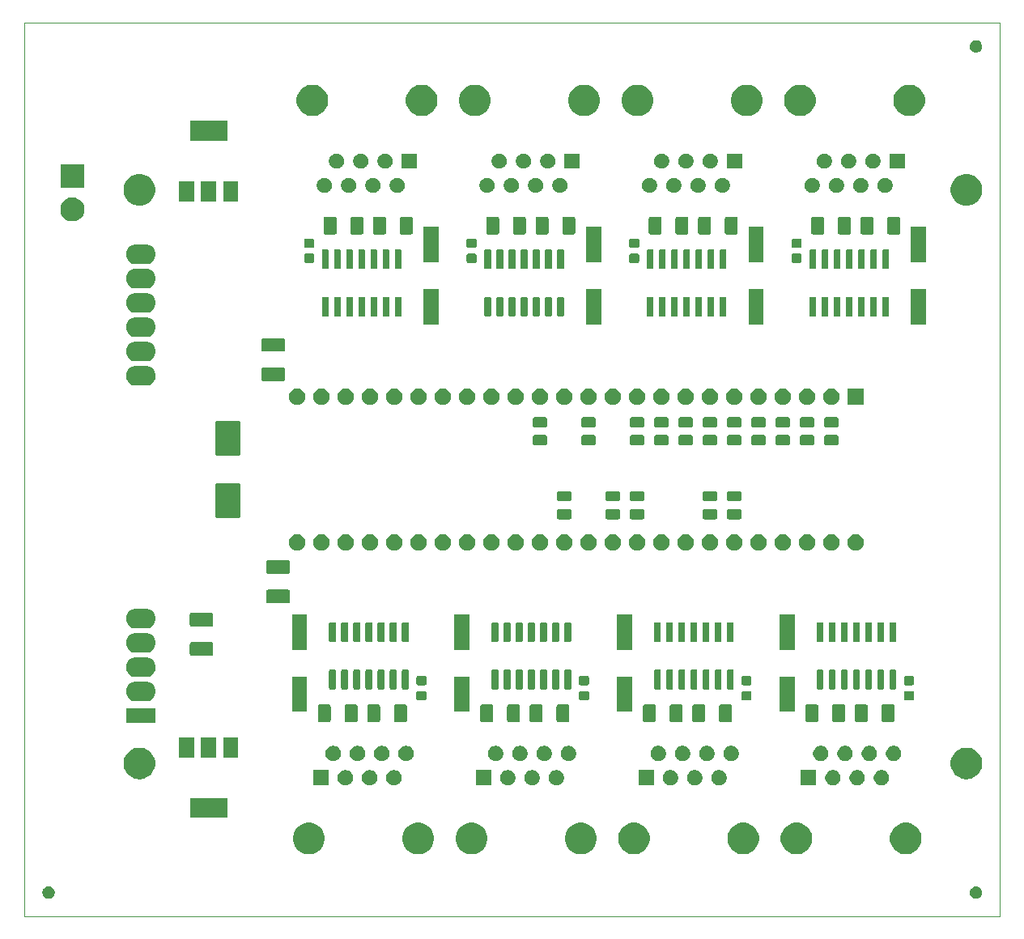
<source format=gbr>
G04 #@! TF.GenerationSoftware,KiCad,Pcbnew,(5.1.4-0-10_14)*
G04 #@! TF.CreationDate,2019-12-30T09:37:17-08:00*
G04 #@! TF.ProjectId,Mothership,4d6f7468-6572-4736-9869-702e6b696361,rev?*
G04 #@! TF.SameCoordinates,Original*
G04 #@! TF.FileFunction,Soldermask,Top*
G04 #@! TF.FilePolarity,Negative*
%FSLAX46Y46*%
G04 Gerber Fmt 4.6, Leading zero omitted, Abs format (unit mm)*
G04 Created by KiCad (PCBNEW (5.1.4-0-10_14)) date 2019-12-30 09:37:17*
%MOMM*%
%LPD*%
G04 APERTURE LIST*
%ADD10C,0.050000*%
%ADD11C,0.100000*%
G04 APERTURE END LIST*
D10*
X139750000Y-21500000D02*
X37750000Y-21500000D01*
X37750000Y-21500000D02*
X37750000Y-115000000D01*
X139750000Y-115000000D02*
X37750000Y-115000000D01*
X139750000Y-21500000D02*
X139750000Y-115000000D01*
D11*
G36*
X137397738Y-111866653D02*
G01*
X137439598Y-111874979D01*
X137488596Y-111895275D01*
X137557889Y-111923977D01*
X137557890Y-111923978D01*
X137664351Y-111995112D01*
X137754888Y-112085649D01*
X137802418Y-112156784D01*
X137826023Y-112192111D01*
X137875021Y-112310403D01*
X137900000Y-112435979D01*
X137900000Y-112564021D01*
X137875021Y-112689597D01*
X137826023Y-112807889D01*
X137826022Y-112807890D01*
X137754888Y-112914351D01*
X137664351Y-113004888D01*
X137593216Y-113052418D01*
X137557889Y-113076023D01*
X137488596Y-113104725D01*
X137439598Y-113125021D01*
X137397738Y-113133347D01*
X137314021Y-113150000D01*
X137185979Y-113150000D01*
X137102262Y-113133347D01*
X137060402Y-113125021D01*
X137011404Y-113104725D01*
X136942111Y-113076023D01*
X136906784Y-113052418D01*
X136835649Y-113004888D01*
X136745112Y-112914351D01*
X136673978Y-112807890D01*
X136673977Y-112807889D01*
X136624979Y-112689597D01*
X136600000Y-112564021D01*
X136600000Y-112435979D01*
X136624979Y-112310403D01*
X136673977Y-112192111D01*
X136697582Y-112156784D01*
X136745112Y-112085649D01*
X136835649Y-111995112D01*
X136942110Y-111923978D01*
X136942111Y-111923977D01*
X137011404Y-111895275D01*
X137060402Y-111874979D01*
X137102262Y-111866653D01*
X137185979Y-111850000D01*
X137314021Y-111850000D01*
X137397738Y-111866653D01*
X137397738Y-111866653D01*
G37*
G36*
X40397738Y-111866653D02*
G01*
X40439598Y-111874979D01*
X40488596Y-111895275D01*
X40557889Y-111923977D01*
X40557890Y-111923978D01*
X40664351Y-111995112D01*
X40754888Y-112085649D01*
X40802418Y-112156784D01*
X40826023Y-112192111D01*
X40875021Y-112310403D01*
X40900000Y-112435979D01*
X40900000Y-112564021D01*
X40875021Y-112689597D01*
X40826023Y-112807889D01*
X40826022Y-112807890D01*
X40754888Y-112914351D01*
X40664351Y-113004888D01*
X40593216Y-113052418D01*
X40557889Y-113076023D01*
X40488596Y-113104725D01*
X40439598Y-113125021D01*
X40397738Y-113133347D01*
X40314021Y-113150000D01*
X40185979Y-113150000D01*
X40102262Y-113133347D01*
X40060402Y-113125021D01*
X40011404Y-113104725D01*
X39942111Y-113076023D01*
X39906784Y-113052418D01*
X39835649Y-113004888D01*
X39745112Y-112914351D01*
X39673978Y-112807890D01*
X39673977Y-112807889D01*
X39624979Y-112689597D01*
X39600000Y-112564021D01*
X39600000Y-112435979D01*
X39624979Y-112310403D01*
X39673977Y-112192111D01*
X39697582Y-112156784D01*
X39745112Y-112085649D01*
X39835649Y-111995112D01*
X39942110Y-111923978D01*
X39942111Y-111923977D01*
X40011404Y-111895275D01*
X40060402Y-111874979D01*
X40102262Y-111866653D01*
X40185979Y-111850000D01*
X40314021Y-111850000D01*
X40397738Y-111866653D01*
X40397738Y-111866653D01*
G37*
G36*
X113117874Y-105209023D02*
G01*
X113391287Y-105263408D01*
X113691568Y-105387789D01*
X113961814Y-105568361D01*
X114191639Y-105798186D01*
X114372211Y-106068432D01*
X114496592Y-106368713D01*
X114560000Y-106687489D01*
X114560000Y-107012511D01*
X114496592Y-107331287D01*
X114372211Y-107631568D01*
X114191639Y-107901814D01*
X113961814Y-108131639D01*
X113691568Y-108312211D01*
X113391287Y-108436592D01*
X113117874Y-108490977D01*
X113072512Y-108500000D01*
X112747488Y-108500000D01*
X112702126Y-108490977D01*
X112428713Y-108436592D01*
X112128432Y-108312211D01*
X111858186Y-108131639D01*
X111628361Y-107901814D01*
X111447789Y-107631568D01*
X111323408Y-107331287D01*
X111260000Y-107012511D01*
X111260000Y-106687489D01*
X111323408Y-106368713D01*
X111447789Y-106068432D01*
X111628361Y-105798186D01*
X111858186Y-105568361D01*
X112128432Y-105387789D01*
X112428713Y-105263408D01*
X112702126Y-105209023D01*
X112747488Y-105200000D01*
X113072512Y-105200000D01*
X113117874Y-105209023D01*
X113117874Y-105209023D01*
G37*
G36*
X101687874Y-105209023D02*
G01*
X101961287Y-105263408D01*
X102261568Y-105387789D01*
X102531814Y-105568361D01*
X102761639Y-105798186D01*
X102942211Y-106068432D01*
X103066592Y-106368713D01*
X103130000Y-106687489D01*
X103130000Y-107012511D01*
X103066592Y-107331287D01*
X102942211Y-107631568D01*
X102761639Y-107901814D01*
X102531814Y-108131639D01*
X102261568Y-108312211D01*
X101961287Y-108436592D01*
X101687874Y-108490977D01*
X101642512Y-108500000D01*
X101317488Y-108500000D01*
X101272126Y-108490977D01*
X100998713Y-108436592D01*
X100698432Y-108312211D01*
X100428186Y-108131639D01*
X100198361Y-107901814D01*
X100017789Y-107631568D01*
X99893408Y-107331287D01*
X99830000Y-107012511D01*
X99830000Y-106687489D01*
X99893408Y-106368713D01*
X100017789Y-106068432D01*
X100198361Y-105798186D01*
X100428186Y-105568361D01*
X100698432Y-105387789D01*
X100998713Y-105263408D01*
X101272126Y-105209023D01*
X101317488Y-105200000D01*
X101642512Y-105200000D01*
X101687874Y-105209023D01*
X101687874Y-105209023D01*
G37*
G36*
X96117874Y-105209023D02*
G01*
X96391287Y-105263408D01*
X96691568Y-105387789D01*
X96961814Y-105568361D01*
X97191639Y-105798186D01*
X97372211Y-106068432D01*
X97496592Y-106368713D01*
X97560000Y-106687489D01*
X97560000Y-107012511D01*
X97496592Y-107331287D01*
X97372211Y-107631568D01*
X97191639Y-107901814D01*
X96961814Y-108131639D01*
X96691568Y-108312211D01*
X96391287Y-108436592D01*
X96117874Y-108490977D01*
X96072512Y-108500000D01*
X95747488Y-108500000D01*
X95702126Y-108490977D01*
X95428713Y-108436592D01*
X95128432Y-108312211D01*
X94858186Y-108131639D01*
X94628361Y-107901814D01*
X94447789Y-107631568D01*
X94323408Y-107331287D01*
X94260000Y-107012511D01*
X94260000Y-106687489D01*
X94323408Y-106368713D01*
X94447789Y-106068432D01*
X94628361Y-105798186D01*
X94858186Y-105568361D01*
X95128432Y-105387789D01*
X95428713Y-105263408D01*
X95702126Y-105209023D01*
X95747488Y-105200000D01*
X96072512Y-105200000D01*
X96117874Y-105209023D01*
X96117874Y-105209023D01*
G37*
G36*
X84687874Y-105209023D02*
G01*
X84961287Y-105263408D01*
X85261568Y-105387789D01*
X85531814Y-105568361D01*
X85761639Y-105798186D01*
X85942211Y-106068432D01*
X86066592Y-106368713D01*
X86130000Y-106687489D01*
X86130000Y-107012511D01*
X86066592Y-107331287D01*
X85942211Y-107631568D01*
X85761639Y-107901814D01*
X85531814Y-108131639D01*
X85261568Y-108312211D01*
X84961287Y-108436592D01*
X84687874Y-108490977D01*
X84642512Y-108500000D01*
X84317488Y-108500000D01*
X84272126Y-108490977D01*
X83998713Y-108436592D01*
X83698432Y-108312211D01*
X83428186Y-108131639D01*
X83198361Y-107901814D01*
X83017789Y-107631568D01*
X82893408Y-107331287D01*
X82830000Y-107012511D01*
X82830000Y-106687489D01*
X82893408Y-106368713D01*
X83017789Y-106068432D01*
X83198361Y-105798186D01*
X83428186Y-105568361D01*
X83698432Y-105387789D01*
X83998713Y-105263408D01*
X84272126Y-105209023D01*
X84317488Y-105200000D01*
X84642512Y-105200000D01*
X84687874Y-105209023D01*
X84687874Y-105209023D01*
G37*
G36*
X79117874Y-105209023D02*
G01*
X79391287Y-105263408D01*
X79691568Y-105387789D01*
X79961814Y-105568361D01*
X80191639Y-105798186D01*
X80372211Y-106068432D01*
X80496592Y-106368713D01*
X80560000Y-106687489D01*
X80560000Y-107012511D01*
X80496592Y-107331287D01*
X80372211Y-107631568D01*
X80191639Y-107901814D01*
X79961814Y-108131639D01*
X79691568Y-108312211D01*
X79391287Y-108436592D01*
X79117874Y-108490977D01*
X79072512Y-108500000D01*
X78747488Y-108500000D01*
X78702126Y-108490977D01*
X78428713Y-108436592D01*
X78128432Y-108312211D01*
X77858186Y-108131639D01*
X77628361Y-107901814D01*
X77447789Y-107631568D01*
X77323408Y-107331287D01*
X77260000Y-107012511D01*
X77260000Y-106687489D01*
X77323408Y-106368713D01*
X77447789Y-106068432D01*
X77628361Y-105798186D01*
X77858186Y-105568361D01*
X78128432Y-105387789D01*
X78428713Y-105263408D01*
X78702126Y-105209023D01*
X78747488Y-105200000D01*
X79072512Y-105200000D01*
X79117874Y-105209023D01*
X79117874Y-105209023D01*
G37*
G36*
X67687874Y-105209023D02*
G01*
X67961287Y-105263408D01*
X68261568Y-105387789D01*
X68531814Y-105568361D01*
X68761639Y-105798186D01*
X68942211Y-106068432D01*
X69066592Y-106368713D01*
X69130000Y-106687489D01*
X69130000Y-107012511D01*
X69066592Y-107331287D01*
X68942211Y-107631568D01*
X68761639Y-107901814D01*
X68531814Y-108131639D01*
X68261568Y-108312211D01*
X67961287Y-108436592D01*
X67687874Y-108490977D01*
X67642512Y-108500000D01*
X67317488Y-108500000D01*
X67272126Y-108490977D01*
X66998713Y-108436592D01*
X66698432Y-108312211D01*
X66428186Y-108131639D01*
X66198361Y-107901814D01*
X66017789Y-107631568D01*
X65893408Y-107331287D01*
X65830000Y-107012511D01*
X65830000Y-106687489D01*
X65893408Y-106368713D01*
X66017789Y-106068432D01*
X66198361Y-105798186D01*
X66428186Y-105568361D01*
X66698432Y-105387789D01*
X66998713Y-105263408D01*
X67272126Y-105209023D01*
X67317488Y-105200000D01*
X67642512Y-105200000D01*
X67687874Y-105209023D01*
X67687874Y-105209023D01*
G37*
G36*
X130117874Y-105209023D02*
G01*
X130391287Y-105263408D01*
X130691568Y-105387789D01*
X130961814Y-105568361D01*
X131191639Y-105798186D01*
X131372211Y-106068432D01*
X131496592Y-106368713D01*
X131560000Y-106687489D01*
X131560000Y-107012511D01*
X131496592Y-107331287D01*
X131372211Y-107631568D01*
X131191639Y-107901814D01*
X130961814Y-108131639D01*
X130691568Y-108312211D01*
X130391287Y-108436592D01*
X130117874Y-108490977D01*
X130072512Y-108500000D01*
X129747488Y-108500000D01*
X129702126Y-108490977D01*
X129428713Y-108436592D01*
X129128432Y-108312211D01*
X128858186Y-108131639D01*
X128628361Y-107901814D01*
X128447789Y-107631568D01*
X128323408Y-107331287D01*
X128260000Y-107012511D01*
X128260000Y-106687489D01*
X128323408Y-106368713D01*
X128447789Y-106068432D01*
X128628361Y-105798186D01*
X128858186Y-105568361D01*
X129128432Y-105387789D01*
X129428713Y-105263408D01*
X129702126Y-105209023D01*
X129747488Y-105200000D01*
X130072512Y-105200000D01*
X130117874Y-105209023D01*
X130117874Y-105209023D01*
G37*
G36*
X118687874Y-105209023D02*
G01*
X118961287Y-105263408D01*
X119261568Y-105387789D01*
X119531814Y-105568361D01*
X119761639Y-105798186D01*
X119942211Y-106068432D01*
X120066592Y-106368713D01*
X120130000Y-106687489D01*
X120130000Y-107012511D01*
X120066592Y-107331287D01*
X119942211Y-107631568D01*
X119761639Y-107901814D01*
X119531814Y-108131639D01*
X119261568Y-108312211D01*
X118961287Y-108436592D01*
X118687874Y-108490977D01*
X118642512Y-108500000D01*
X118317488Y-108500000D01*
X118272126Y-108490977D01*
X117998713Y-108436592D01*
X117698432Y-108312211D01*
X117428186Y-108131639D01*
X117198361Y-107901814D01*
X117017789Y-107631568D01*
X116893408Y-107331287D01*
X116830000Y-107012511D01*
X116830000Y-106687489D01*
X116893408Y-106368713D01*
X117017789Y-106068432D01*
X117198361Y-105798186D01*
X117428186Y-105568361D01*
X117698432Y-105387789D01*
X117998713Y-105263408D01*
X118272126Y-105209023D01*
X118317488Y-105200000D01*
X118642512Y-105200000D01*
X118687874Y-105209023D01*
X118687874Y-105209023D01*
G37*
G36*
X58950000Y-104700000D02*
G01*
X55050000Y-104700000D01*
X55050000Y-102600000D01*
X58950000Y-102600000D01*
X58950000Y-104700000D01*
X58950000Y-104700000D01*
G37*
G36*
X86550000Y-101300000D02*
G01*
X84950000Y-101300000D01*
X84950000Y-99700000D01*
X86550000Y-99700000D01*
X86550000Y-101300000D01*
X86550000Y-101300000D01*
G37*
G36*
X76603351Y-99730743D02*
G01*
X76748941Y-99791048D01*
X76879970Y-99878599D01*
X76991401Y-99990030D01*
X77078952Y-100121059D01*
X77139257Y-100266649D01*
X77170000Y-100421206D01*
X77170000Y-100578794D01*
X77139257Y-100733351D01*
X77078952Y-100878941D01*
X76991401Y-101009970D01*
X76879970Y-101121401D01*
X76748941Y-101208952D01*
X76603351Y-101269257D01*
X76448794Y-101300000D01*
X76291206Y-101300000D01*
X76136649Y-101269257D01*
X75991059Y-101208952D01*
X75860030Y-101121401D01*
X75748599Y-101009970D01*
X75661048Y-100878941D01*
X75600743Y-100733351D01*
X75570000Y-100578794D01*
X75570000Y-100421206D01*
X75600743Y-100266649D01*
X75661048Y-100121059D01*
X75748599Y-99990030D01*
X75860030Y-99878599D01*
X75991059Y-99791048D01*
X76136649Y-99730743D01*
X76291206Y-99700000D01*
X76448794Y-99700000D01*
X76603351Y-99730743D01*
X76603351Y-99730743D01*
G37*
G36*
X74063351Y-99730743D02*
G01*
X74208941Y-99791048D01*
X74339970Y-99878599D01*
X74451401Y-99990030D01*
X74538952Y-100121059D01*
X74599257Y-100266649D01*
X74630000Y-100421206D01*
X74630000Y-100578794D01*
X74599257Y-100733351D01*
X74538952Y-100878941D01*
X74451401Y-101009970D01*
X74339970Y-101121401D01*
X74208941Y-101208952D01*
X74063351Y-101269257D01*
X73908794Y-101300000D01*
X73751206Y-101300000D01*
X73596649Y-101269257D01*
X73451059Y-101208952D01*
X73320030Y-101121401D01*
X73208599Y-101009970D01*
X73121048Y-100878941D01*
X73060743Y-100733351D01*
X73030000Y-100578794D01*
X73030000Y-100421206D01*
X73060743Y-100266649D01*
X73121048Y-100121059D01*
X73208599Y-99990030D01*
X73320030Y-99878599D01*
X73451059Y-99791048D01*
X73596649Y-99730743D01*
X73751206Y-99700000D01*
X73908794Y-99700000D01*
X74063351Y-99730743D01*
X74063351Y-99730743D01*
G37*
G36*
X71523351Y-99730743D02*
G01*
X71668941Y-99791048D01*
X71799970Y-99878599D01*
X71911401Y-99990030D01*
X71998952Y-100121059D01*
X72059257Y-100266649D01*
X72090000Y-100421206D01*
X72090000Y-100578794D01*
X72059257Y-100733351D01*
X71998952Y-100878941D01*
X71911401Y-101009970D01*
X71799970Y-101121401D01*
X71668941Y-101208952D01*
X71523351Y-101269257D01*
X71368794Y-101300000D01*
X71211206Y-101300000D01*
X71056649Y-101269257D01*
X70911059Y-101208952D01*
X70780030Y-101121401D01*
X70668599Y-101009970D01*
X70581048Y-100878941D01*
X70520743Y-100733351D01*
X70490000Y-100578794D01*
X70490000Y-100421206D01*
X70520743Y-100266649D01*
X70581048Y-100121059D01*
X70668599Y-99990030D01*
X70780030Y-99878599D01*
X70911059Y-99791048D01*
X71056649Y-99730743D01*
X71211206Y-99700000D01*
X71368794Y-99700000D01*
X71523351Y-99730743D01*
X71523351Y-99730743D01*
G37*
G36*
X69550000Y-101300000D02*
G01*
X67950000Y-101300000D01*
X67950000Y-99700000D01*
X69550000Y-99700000D01*
X69550000Y-101300000D01*
X69550000Y-101300000D01*
G37*
G36*
X93603351Y-99730743D02*
G01*
X93748941Y-99791048D01*
X93879970Y-99878599D01*
X93991401Y-99990030D01*
X94078952Y-100121059D01*
X94139257Y-100266649D01*
X94170000Y-100421206D01*
X94170000Y-100578794D01*
X94139257Y-100733351D01*
X94078952Y-100878941D01*
X93991401Y-101009970D01*
X93879970Y-101121401D01*
X93748941Y-101208952D01*
X93603351Y-101269257D01*
X93448794Y-101300000D01*
X93291206Y-101300000D01*
X93136649Y-101269257D01*
X92991059Y-101208952D01*
X92860030Y-101121401D01*
X92748599Y-101009970D01*
X92661048Y-100878941D01*
X92600743Y-100733351D01*
X92570000Y-100578794D01*
X92570000Y-100421206D01*
X92600743Y-100266649D01*
X92661048Y-100121059D01*
X92748599Y-99990030D01*
X92860030Y-99878599D01*
X92991059Y-99791048D01*
X93136649Y-99730743D01*
X93291206Y-99700000D01*
X93448794Y-99700000D01*
X93603351Y-99730743D01*
X93603351Y-99730743D01*
G37*
G36*
X103550000Y-101300000D02*
G01*
X101950000Y-101300000D01*
X101950000Y-99700000D01*
X103550000Y-99700000D01*
X103550000Y-101300000D01*
X103550000Y-101300000D01*
G37*
G36*
X105523351Y-99730743D02*
G01*
X105668941Y-99791048D01*
X105799970Y-99878599D01*
X105911401Y-99990030D01*
X105998952Y-100121059D01*
X106059257Y-100266649D01*
X106090000Y-100421206D01*
X106090000Y-100578794D01*
X106059257Y-100733351D01*
X105998952Y-100878941D01*
X105911401Y-101009970D01*
X105799970Y-101121401D01*
X105668941Y-101208952D01*
X105523351Y-101269257D01*
X105368794Y-101300000D01*
X105211206Y-101300000D01*
X105056649Y-101269257D01*
X104911059Y-101208952D01*
X104780030Y-101121401D01*
X104668599Y-101009970D01*
X104581048Y-100878941D01*
X104520743Y-100733351D01*
X104490000Y-100578794D01*
X104490000Y-100421206D01*
X104520743Y-100266649D01*
X104581048Y-100121059D01*
X104668599Y-99990030D01*
X104780030Y-99878599D01*
X104911059Y-99791048D01*
X105056649Y-99730743D01*
X105211206Y-99700000D01*
X105368794Y-99700000D01*
X105523351Y-99730743D01*
X105523351Y-99730743D01*
G37*
G36*
X110603351Y-99730743D02*
G01*
X110748941Y-99791048D01*
X110879970Y-99878599D01*
X110991401Y-99990030D01*
X111078952Y-100121059D01*
X111139257Y-100266649D01*
X111170000Y-100421206D01*
X111170000Y-100578794D01*
X111139257Y-100733351D01*
X111078952Y-100878941D01*
X110991401Y-101009970D01*
X110879970Y-101121401D01*
X110748941Y-101208952D01*
X110603351Y-101269257D01*
X110448794Y-101300000D01*
X110291206Y-101300000D01*
X110136649Y-101269257D01*
X109991059Y-101208952D01*
X109860030Y-101121401D01*
X109748599Y-101009970D01*
X109661048Y-100878941D01*
X109600743Y-100733351D01*
X109570000Y-100578794D01*
X109570000Y-100421206D01*
X109600743Y-100266649D01*
X109661048Y-100121059D01*
X109748599Y-99990030D01*
X109860030Y-99878599D01*
X109991059Y-99791048D01*
X110136649Y-99730743D01*
X110291206Y-99700000D01*
X110448794Y-99700000D01*
X110603351Y-99730743D01*
X110603351Y-99730743D01*
G37*
G36*
X108063351Y-99730743D02*
G01*
X108208941Y-99791048D01*
X108339970Y-99878599D01*
X108451401Y-99990030D01*
X108538952Y-100121059D01*
X108599257Y-100266649D01*
X108630000Y-100421206D01*
X108630000Y-100578794D01*
X108599257Y-100733351D01*
X108538952Y-100878941D01*
X108451401Y-101009970D01*
X108339970Y-101121401D01*
X108208941Y-101208952D01*
X108063351Y-101269257D01*
X107908794Y-101300000D01*
X107751206Y-101300000D01*
X107596649Y-101269257D01*
X107451059Y-101208952D01*
X107320030Y-101121401D01*
X107208599Y-101009970D01*
X107121048Y-100878941D01*
X107060743Y-100733351D01*
X107030000Y-100578794D01*
X107030000Y-100421206D01*
X107060743Y-100266649D01*
X107121048Y-100121059D01*
X107208599Y-99990030D01*
X107320030Y-99878599D01*
X107451059Y-99791048D01*
X107596649Y-99730743D01*
X107751206Y-99700000D01*
X107908794Y-99700000D01*
X108063351Y-99730743D01*
X108063351Y-99730743D01*
G37*
G36*
X91063351Y-99730743D02*
G01*
X91208941Y-99791048D01*
X91339970Y-99878599D01*
X91451401Y-99990030D01*
X91538952Y-100121059D01*
X91599257Y-100266649D01*
X91630000Y-100421206D01*
X91630000Y-100578794D01*
X91599257Y-100733351D01*
X91538952Y-100878941D01*
X91451401Y-101009970D01*
X91339970Y-101121401D01*
X91208941Y-101208952D01*
X91063351Y-101269257D01*
X90908794Y-101300000D01*
X90751206Y-101300000D01*
X90596649Y-101269257D01*
X90451059Y-101208952D01*
X90320030Y-101121401D01*
X90208599Y-101009970D01*
X90121048Y-100878941D01*
X90060743Y-100733351D01*
X90030000Y-100578794D01*
X90030000Y-100421206D01*
X90060743Y-100266649D01*
X90121048Y-100121059D01*
X90208599Y-99990030D01*
X90320030Y-99878599D01*
X90451059Y-99791048D01*
X90596649Y-99730743D01*
X90751206Y-99700000D01*
X90908794Y-99700000D01*
X91063351Y-99730743D01*
X91063351Y-99730743D01*
G37*
G36*
X88523351Y-99730743D02*
G01*
X88668941Y-99791048D01*
X88799970Y-99878599D01*
X88911401Y-99990030D01*
X88998952Y-100121059D01*
X89059257Y-100266649D01*
X89090000Y-100421206D01*
X89090000Y-100578794D01*
X89059257Y-100733351D01*
X88998952Y-100878941D01*
X88911401Y-101009970D01*
X88799970Y-101121401D01*
X88668941Y-101208952D01*
X88523351Y-101269257D01*
X88368794Y-101300000D01*
X88211206Y-101300000D01*
X88056649Y-101269257D01*
X87911059Y-101208952D01*
X87780030Y-101121401D01*
X87668599Y-101009970D01*
X87581048Y-100878941D01*
X87520743Y-100733351D01*
X87490000Y-100578794D01*
X87490000Y-100421206D01*
X87520743Y-100266649D01*
X87581048Y-100121059D01*
X87668599Y-99990030D01*
X87780030Y-99878599D01*
X87911059Y-99791048D01*
X88056649Y-99730743D01*
X88211206Y-99700000D01*
X88368794Y-99700000D01*
X88523351Y-99730743D01*
X88523351Y-99730743D01*
G37*
G36*
X120550000Y-101300000D02*
G01*
X118950000Y-101300000D01*
X118950000Y-99700000D01*
X120550000Y-99700000D01*
X120550000Y-101300000D01*
X120550000Y-101300000D01*
G37*
G36*
X122523351Y-99730743D02*
G01*
X122668941Y-99791048D01*
X122799970Y-99878599D01*
X122911401Y-99990030D01*
X122998952Y-100121059D01*
X123059257Y-100266649D01*
X123090000Y-100421206D01*
X123090000Y-100578794D01*
X123059257Y-100733351D01*
X122998952Y-100878941D01*
X122911401Y-101009970D01*
X122799970Y-101121401D01*
X122668941Y-101208952D01*
X122523351Y-101269257D01*
X122368794Y-101300000D01*
X122211206Y-101300000D01*
X122056649Y-101269257D01*
X121911059Y-101208952D01*
X121780030Y-101121401D01*
X121668599Y-101009970D01*
X121581048Y-100878941D01*
X121520743Y-100733351D01*
X121490000Y-100578794D01*
X121490000Y-100421206D01*
X121520743Y-100266649D01*
X121581048Y-100121059D01*
X121668599Y-99990030D01*
X121780030Y-99878599D01*
X121911059Y-99791048D01*
X122056649Y-99730743D01*
X122211206Y-99700000D01*
X122368794Y-99700000D01*
X122523351Y-99730743D01*
X122523351Y-99730743D01*
G37*
G36*
X127603351Y-99730743D02*
G01*
X127748941Y-99791048D01*
X127879970Y-99878599D01*
X127991401Y-99990030D01*
X128078952Y-100121059D01*
X128139257Y-100266649D01*
X128170000Y-100421206D01*
X128170000Y-100578794D01*
X128139257Y-100733351D01*
X128078952Y-100878941D01*
X127991401Y-101009970D01*
X127879970Y-101121401D01*
X127748941Y-101208952D01*
X127603351Y-101269257D01*
X127448794Y-101300000D01*
X127291206Y-101300000D01*
X127136649Y-101269257D01*
X126991059Y-101208952D01*
X126860030Y-101121401D01*
X126748599Y-101009970D01*
X126661048Y-100878941D01*
X126600743Y-100733351D01*
X126570000Y-100578794D01*
X126570000Y-100421206D01*
X126600743Y-100266649D01*
X126661048Y-100121059D01*
X126748599Y-99990030D01*
X126860030Y-99878599D01*
X126991059Y-99791048D01*
X127136649Y-99730743D01*
X127291206Y-99700000D01*
X127448794Y-99700000D01*
X127603351Y-99730743D01*
X127603351Y-99730743D01*
G37*
G36*
X125063351Y-99730743D02*
G01*
X125208941Y-99791048D01*
X125339970Y-99878599D01*
X125451401Y-99990030D01*
X125538952Y-100121059D01*
X125599257Y-100266649D01*
X125630000Y-100421206D01*
X125630000Y-100578794D01*
X125599257Y-100733351D01*
X125538952Y-100878941D01*
X125451401Y-101009970D01*
X125339970Y-101121401D01*
X125208941Y-101208952D01*
X125063351Y-101269257D01*
X124908794Y-101300000D01*
X124751206Y-101300000D01*
X124596649Y-101269257D01*
X124451059Y-101208952D01*
X124320030Y-101121401D01*
X124208599Y-101009970D01*
X124121048Y-100878941D01*
X124060743Y-100733351D01*
X124030000Y-100578794D01*
X124030000Y-100421206D01*
X124060743Y-100266649D01*
X124121048Y-100121059D01*
X124208599Y-99990030D01*
X124320030Y-99878599D01*
X124451059Y-99791048D01*
X124596649Y-99730743D01*
X124751206Y-99700000D01*
X124908794Y-99700000D01*
X125063351Y-99730743D01*
X125063351Y-99730743D01*
G37*
G36*
X49957874Y-97359023D02*
G01*
X50231287Y-97413408D01*
X50531568Y-97537789D01*
X50801814Y-97718361D01*
X51031639Y-97948186D01*
X51212211Y-98218432D01*
X51336592Y-98518713D01*
X51400000Y-98837489D01*
X51400000Y-99162511D01*
X51336592Y-99481287D01*
X51212211Y-99781568D01*
X51031639Y-100051814D01*
X50801814Y-100281639D01*
X50531568Y-100462211D01*
X50231287Y-100586592D01*
X49957874Y-100640977D01*
X49912512Y-100650000D01*
X49587488Y-100650000D01*
X49542126Y-100640977D01*
X49268713Y-100586592D01*
X48968432Y-100462211D01*
X48698186Y-100281639D01*
X48468361Y-100051814D01*
X48287789Y-99781568D01*
X48163408Y-99481287D01*
X48100000Y-99162511D01*
X48100000Y-98837489D01*
X48163408Y-98518713D01*
X48287789Y-98218432D01*
X48468361Y-97948186D01*
X48698186Y-97718361D01*
X48968432Y-97537789D01*
X49268713Y-97413408D01*
X49542126Y-97359023D01*
X49587488Y-97350000D01*
X49912512Y-97350000D01*
X49957874Y-97359023D01*
X49957874Y-97359023D01*
G37*
G36*
X136457874Y-97359023D02*
G01*
X136731287Y-97413408D01*
X137031568Y-97537789D01*
X137301814Y-97718361D01*
X137531639Y-97948186D01*
X137712211Y-98218432D01*
X137836592Y-98518713D01*
X137900000Y-98837489D01*
X137900000Y-99162511D01*
X137836592Y-99481287D01*
X137712211Y-99781568D01*
X137531639Y-100051814D01*
X137301814Y-100281639D01*
X137031568Y-100462211D01*
X136731287Y-100586592D01*
X136457874Y-100640977D01*
X136412512Y-100650000D01*
X136087488Y-100650000D01*
X136042126Y-100640977D01*
X135768713Y-100586592D01*
X135468432Y-100462211D01*
X135198186Y-100281639D01*
X134968361Y-100051814D01*
X134787789Y-99781568D01*
X134663408Y-99481287D01*
X134600000Y-99162511D01*
X134600000Y-98837489D01*
X134663408Y-98518713D01*
X134787789Y-98218432D01*
X134968361Y-97948186D01*
X135198186Y-97718361D01*
X135468432Y-97537789D01*
X135768713Y-97413408D01*
X136042126Y-97359023D01*
X136087488Y-97350000D01*
X136412512Y-97350000D01*
X136457874Y-97359023D01*
X136457874Y-97359023D01*
G37*
G36*
X75333351Y-97190743D02*
G01*
X75478941Y-97251048D01*
X75609970Y-97338599D01*
X75721401Y-97450030D01*
X75808952Y-97581059D01*
X75869257Y-97726649D01*
X75900000Y-97881206D01*
X75900000Y-98038794D01*
X75869257Y-98193351D01*
X75808952Y-98338941D01*
X75721401Y-98469970D01*
X75609970Y-98581401D01*
X75478941Y-98668952D01*
X75333351Y-98729257D01*
X75178794Y-98760000D01*
X75021206Y-98760000D01*
X74866649Y-98729257D01*
X74721059Y-98668952D01*
X74590030Y-98581401D01*
X74478599Y-98469970D01*
X74391048Y-98338941D01*
X74330743Y-98193351D01*
X74300000Y-98038794D01*
X74300000Y-97881206D01*
X74330743Y-97726649D01*
X74391048Y-97581059D01*
X74478599Y-97450030D01*
X74590030Y-97338599D01*
X74721059Y-97251048D01*
X74866649Y-97190743D01*
X75021206Y-97160000D01*
X75178794Y-97160000D01*
X75333351Y-97190743D01*
X75333351Y-97190743D01*
G37*
G36*
X89793351Y-97190743D02*
G01*
X89938941Y-97251048D01*
X90069970Y-97338599D01*
X90181401Y-97450030D01*
X90268952Y-97581059D01*
X90329257Y-97726649D01*
X90360000Y-97881206D01*
X90360000Y-98038794D01*
X90329257Y-98193351D01*
X90268952Y-98338941D01*
X90181401Y-98469970D01*
X90069970Y-98581401D01*
X89938941Y-98668952D01*
X89793351Y-98729257D01*
X89638794Y-98760000D01*
X89481206Y-98760000D01*
X89326649Y-98729257D01*
X89181059Y-98668952D01*
X89050030Y-98581401D01*
X88938599Y-98469970D01*
X88851048Y-98338941D01*
X88790743Y-98193351D01*
X88760000Y-98038794D01*
X88760000Y-97881206D01*
X88790743Y-97726649D01*
X88851048Y-97581059D01*
X88938599Y-97450030D01*
X89050030Y-97338599D01*
X89181059Y-97251048D01*
X89326649Y-97190743D01*
X89481206Y-97160000D01*
X89638794Y-97160000D01*
X89793351Y-97190743D01*
X89793351Y-97190743D01*
G37*
G36*
X72793351Y-97190743D02*
G01*
X72938941Y-97251048D01*
X73069970Y-97338599D01*
X73181401Y-97450030D01*
X73268952Y-97581059D01*
X73329257Y-97726649D01*
X73360000Y-97881206D01*
X73360000Y-98038794D01*
X73329257Y-98193351D01*
X73268952Y-98338941D01*
X73181401Y-98469970D01*
X73069970Y-98581401D01*
X72938941Y-98668952D01*
X72793351Y-98729257D01*
X72638794Y-98760000D01*
X72481206Y-98760000D01*
X72326649Y-98729257D01*
X72181059Y-98668952D01*
X72050030Y-98581401D01*
X71938599Y-98469970D01*
X71851048Y-98338941D01*
X71790743Y-98193351D01*
X71760000Y-98038794D01*
X71760000Y-97881206D01*
X71790743Y-97726649D01*
X71851048Y-97581059D01*
X71938599Y-97450030D01*
X72050030Y-97338599D01*
X72181059Y-97251048D01*
X72326649Y-97190743D01*
X72481206Y-97160000D01*
X72638794Y-97160000D01*
X72793351Y-97190743D01*
X72793351Y-97190743D01*
G37*
G36*
X77873351Y-97190743D02*
G01*
X78018941Y-97251048D01*
X78149970Y-97338599D01*
X78261401Y-97450030D01*
X78348952Y-97581059D01*
X78409257Y-97726649D01*
X78440000Y-97881206D01*
X78440000Y-98038794D01*
X78409257Y-98193351D01*
X78348952Y-98338941D01*
X78261401Y-98469970D01*
X78149970Y-98581401D01*
X78018941Y-98668952D01*
X77873351Y-98729257D01*
X77718794Y-98760000D01*
X77561206Y-98760000D01*
X77406649Y-98729257D01*
X77261059Y-98668952D01*
X77130030Y-98581401D01*
X77018599Y-98469970D01*
X76931048Y-98338941D01*
X76870743Y-98193351D01*
X76840000Y-98038794D01*
X76840000Y-97881206D01*
X76870743Y-97726649D01*
X76931048Y-97581059D01*
X77018599Y-97450030D01*
X77130030Y-97338599D01*
X77261059Y-97251048D01*
X77406649Y-97190743D01*
X77561206Y-97160000D01*
X77718794Y-97160000D01*
X77873351Y-97190743D01*
X77873351Y-97190743D01*
G37*
G36*
X121253351Y-97190743D02*
G01*
X121398941Y-97251048D01*
X121529970Y-97338599D01*
X121641401Y-97450030D01*
X121728952Y-97581059D01*
X121789257Y-97726649D01*
X121820000Y-97881206D01*
X121820000Y-98038794D01*
X121789257Y-98193351D01*
X121728952Y-98338941D01*
X121641401Y-98469970D01*
X121529970Y-98581401D01*
X121398941Y-98668952D01*
X121253351Y-98729257D01*
X121098794Y-98760000D01*
X120941206Y-98760000D01*
X120786649Y-98729257D01*
X120641059Y-98668952D01*
X120510030Y-98581401D01*
X120398599Y-98469970D01*
X120311048Y-98338941D01*
X120250743Y-98193351D01*
X120220000Y-98038794D01*
X120220000Y-97881206D01*
X120250743Y-97726649D01*
X120311048Y-97581059D01*
X120398599Y-97450030D01*
X120510030Y-97338599D01*
X120641059Y-97251048D01*
X120786649Y-97190743D01*
X120941206Y-97160000D01*
X121098794Y-97160000D01*
X121253351Y-97190743D01*
X121253351Y-97190743D01*
G37*
G36*
X128873351Y-97190743D02*
G01*
X129018941Y-97251048D01*
X129149970Y-97338599D01*
X129261401Y-97450030D01*
X129348952Y-97581059D01*
X129409257Y-97726649D01*
X129440000Y-97881206D01*
X129440000Y-98038794D01*
X129409257Y-98193351D01*
X129348952Y-98338941D01*
X129261401Y-98469970D01*
X129149970Y-98581401D01*
X129018941Y-98668952D01*
X128873351Y-98729257D01*
X128718794Y-98760000D01*
X128561206Y-98760000D01*
X128406649Y-98729257D01*
X128261059Y-98668952D01*
X128130030Y-98581401D01*
X128018599Y-98469970D01*
X127931048Y-98338941D01*
X127870743Y-98193351D01*
X127840000Y-98038794D01*
X127840000Y-97881206D01*
X127870743Y-97726649D01*
X127931048Y-97581059D01*
X128018599Y-97450030D01*
X128130030Y-97338599D01*
X128261059Y-97251048D01*
X128406649Y-97190743D01*
X128561206Y-97160000D01*
X128718794Y-97160000D01*
X128873351Y-97190743D01*
X128873351Y-97190743D01*
G37*
G36*
X111873351Y-97190743D02*
G01*
X112018941Y-97251048D01*
X112149970Y-97338599D01*
X112261401Y-97450030D01*
X112348952Y-97581059D01*
X112409257Y-97726649D01*
X112440000Y-97881206D01*
X112440000Y-98038794D01*
X112409257Y-98193351D01*
X112348952Y-98338941D01*
X112261401Y-98469970D01*
X112149970Y-98581401D01*
X112018941Y-98668952D01*
X111873351Y-98729257D01*
X111718794Y-98760000D01*
X111561206Y-98760000D01*
X111406649Y-98729257D01*
X111261059Y-98668952D01*
X111130030Y-98581401D01*
X111018599Y-98469970D01*
X110931048Y-98338941D01*
X110870743Y-98193351D01*
X110840000Y-98038794D01*
X110840000Y-97881206D01*
X110870743Y-97726649D01*
X110931048Y-97581059D01*
X111018599Y-97450030D01*
X111130030Y-97338599D01*
X111261059Y-97251048D01*
X111406649Y-97190743D01*
X111561206Y-97160000D01*
X111718794Y-97160000D01*
X111873351Y-97190743D01*
X111873351Y-97190743D01*
G37*
G36*
X126333351Y-97190743D02*
G01*
X126478941Y-97251048D01*
X126609970Y-97338599D01*
X126721401Y-97450030D01*
X126808952Y-97581059D01*
X126869257Y-97726649D01*
X126900000Y-97881206D01*
X126900000Y-98038794D01*
X126869257Y-98193351D01*
X126808952Y-98338941D01*
X126721401Y-98469970D01*
X126609970Y-98581401D01*
X126478941Y-98668952D01*
X126333351Y-98729257D01*
X126178794Y-98760000D01*
X126021206Y-98760000D01*
X125866649Y-98729257D01*
X125721059Y-98668952D01*
X125590030Y-98581401D01*
X125478599Y-98469970D01*
X125391048Y-98338941D01*
X125330743Y-98193351D01*
X125300000Y-98038794D01*
X125300000Y-97881206D01*
X125330743Y-97726649D01*
X125391048Y-97581059D01*
X125478599Y-97450030D01*
X125590030Y-97338599D01*
X125721059Y-97251048D01*
X125866649Y-97190743D01*
X126021206Y-97160000D01*
X126178794Y-97160000D01*
X126333351Y-97190743D01*
X126333351Y-97190743D01*
G37*
G36*
X109333351Y-97190743D02*
G01*
X109478941Y-97251048D01*
X109609970Y-97338599D01*
X109721401Y-97450030D01*
X109808952Y-97581059D01*
X109869257Y-97726649D01*
X109900000Y-97881206D01*
X109900000Y-98038794D01*
X109869257Y-98193351D01*
X109808952Y-98338941D01*
X109721401Y-98469970D01*
X109609970Y-98581401D01*
X109478941Y-98668952D01*
X109333351Y-98729257D01*
X109178794Y-98760000D01*
X109021206Y-98760000D01*
X108866649Y-98729257D01*
X108721059Y-98668952D01*
X108590030Y-98581401D01*
X108478599Y-98469970D01*
X108391048Y-98338941D01*
X108330743Y-98193351D01*
X108300000Y-98038794D01*
X108300000Y-97881206D01*
X108330743Y-97726649D01*
X108391048Y-97581059D01*
X108478599Y-97450030D01*
X108590030Y-97338599D01*
X108721059Y-97251048D01*
X108866649Y-97190743D01*
X109021206Y-97160000D01*
X109178794Y-97160000D01*
X109333351Y-97190743D01*
X109333351Y-97190743D01*
G37*
G36*
X123793351Y-97190743D02*
G01*
X123938941Y-97251048D01*
X124069970Y-97338599D01*
X124181401Y-97450030D01*
X124268952Y-97581059D01*
X124329257Y-97726649D01*
X124360000Y-97881206D01*
X124360000Y-98038794D01*
X124329257Y-98193351D01*
X124268952Y-98338941D01*
X124181401Y-98469970D01*
X124069970Y-98581401D01*
X123938941Y-98668952D01*
X123793351Y-98729257D01*
X123638794Y-98760000D01*
X123481206Y-98760000D01*
X123326649Y-98729257D01*
X123181059Y-98668952D01*
X123050030Y-98581401D01*
X122938599Y-98469970D01*
X122851048Y-98338941D01*
X122790743Y-98193351D01*
X122760000Y-98038794D01*
X122760000Y-97881206D01*
X122790743Y-97726649D01*
X122851048Y-97581059D01*
X122938599Y-97450030D01*
X123050030Y-97338599D01*
X123181059Y-97251048D01*
X123326649Y-97190743D01*
X123481206Y-97160000D01*
X123638794Y-97160000D01*
X123793351Y-97190743D01*
X123793351Y-97190743D01*
G37*
G36*
X106793351Y-97190743D02*
G01*
X106938941Y-97251048D01*
X107069970Y-97338599D01*
X107181401Y-97450030D01*
X107268952Y-97581059D01*
X107329257Y-97726649D01*
X107360000Y-97881206D01*
X107360000Y-98038794D01*
X107329257Y-98193351D01*
X107268952Y-98338941D01*
X107181401Y-98469970D01*
X107069970Y-98581401D01*
X106938941Y-98668952D01*
X106793351Y-98729257D01*
X106638794Y-98760000D01*
X106481206Y-98760000D01*
X106326649Y-98729257D01*
X106181059Y-98668952D01*
X106050030Y-98581401D01*
X105938599Y-98469970D01*
X105851048Y-98338941D01*
X105790743Y-98193351D01*
X105760000Y-98038794D01*
X105760000Y-97881206D01*
X105790743Y-97726649D01*
X105851048Y-97581059D01*
X105938599Y-97450030D01*
X106050030Y-97338599D01*
X106181059Y-97251048D01*
X106326649Y-97190743D01*
X106481206Y-97160000D01*
X106638794Y-97160000D01*
X106793351Y-97190743D01*
X106793351Y-97190743D01*
G37*
G36*
X104253351Y-97190743D02*
G01*
X104398941Y-97251048D01*
X104529970Y-97338599D01*
X104641401Y-97450030D01*
X104728952Y-97581059D01*
X104789257Y-97726649D01*
X104820000Y-97881206D01*
X104820000Y-98038794D01*
X104789257Y-98193351D01*
X104728952Y-98338941D01*
X104641401Y-98469970D01*
X104529970Y-98581401D01*
X104398941Y-98668952D01*
X104253351Y-98729257D01*
X104098794Y-98760000D01*
X103941206Y-98760000D01*
X103786649Y-98729257D01*
X103641059Y-98668952D01*
X103510030Y-98581401D01*
X103398599Y-98469970D01*
X103311048Y-98338941D01*
X103250743Y-98193351D01*
X103220000Y-98038794D01*
X103220000Y-97881206D01*
X103250743Y-97726649D01*
X103311048Y-97581059D01*
X103398599Y-97450030D01*
X103510030Y-97338599D01*
X103641059Y-97251048D01*
X103786649Y-97190743D01*
X103941206Y-97160000D01*
X104098794Y-97160000D01*
X104253351Y-97190743D01*
X104253351Y-97190743D01*
G37*
G36*
X94873351Y-97190743D02*
G01*
X95018941Y-97251048D01*
X95149970Y-97338599D01*
X95261401Y-97450030D01*
X95348952Y-97581059D01*
X95409257Y-97726649D01*
X95440000Y-97881206D01*
X95440000Y-98038794D01*
X95409257Y-98193351D01*
X95348952Y-98338941D01*
X95261401Y-98469970D01*
X95149970Y-98581401D01*
X95018941Y-98668952D01*
X94873351Y-98729257D01*
X94718794Y-98760000D01*
X94561206Y-98760000D01*
X94406649Y-98729257D01*
X94261059Y-98668952D01*
X94130030Y-98581401D01*
X94018599Y-98469970D01*
X93931048Y-98338941D01*
X93870743Y-98193351D01*
X93840000Y-98038794D01*
X93840000Y-97881206D01*
X93870743Y-97726649D01*
X93931048Y-97581059D01*
X94018599Y-97450030D01*
X94130030Y-97338599D01*
X94261059Y-97251048D01*
X94406649Y-97190743D01*
X94561206Y-97160000D01*
X94718794Y-97160000D01*
X94873351Y-97190743D01*
X94873351Y-97190743D01*
G37*
G36*
X92333351Y-97190743D02*
G01*
X92478941Y-97251048D01*
X92609970Y-97338599D01*
X92721401Y-97450030D01*
X92808952Y-97581059D01*
X92869257Y-97726649D01*
X92900000Y-97881206D01*
X92900000Y-98038794D01*
X92869257Y-98193351D01*
X92808952Y-98338941D01*
X92721401Y-98469970D01*
X92609970Y-98581401D01*
X92478941Y-98668952D01*
X92333351Y-98729257D01*
X92178794Y-98760000D01*
X92021206Y-98760000D01*
X91866649Y-98729257D01*
X91721059Y-98668952D01*
X91590030Y-98581401D01*
X91478599Y-98469970D01*
X91391048Y-98338941D01*
X91330743Y-98193351D01*
X91300000Y-98038794D01*
X91300000Y-97881206D01*
X91330743Y-97726649D01*
X91391048Y-97581059D01*
X91478599Y-97450030D01*
X91590030Y-97338599D01*
X91721059Y-97251048D01*
X91866649Y-97190743D01*
X92021206Y-97160000D01*
X92178794Y-97160000D01*
X92333351Y-97190743D01*
X92333351Y-97190743D01*
G37*
G36*
X70253351Y-97190743D02*
G01*
X70398941Y-97251048D01*
X70529970Y-97338599D01*
X70641401Y-97450030D01*
X70728952Y-97581059D01*
X70789257Y-97726649D01*
X70820000Y-97881206D01*
X70820000Y-98038794D01*
X70789257Y-98193351D01*
X70728952Y-98338941D01*
X70641401Y-98469970D01*
X70529970Y-98581401D01*
X70398941Y-98668952D01*
X70253351Y-98729257D01*
X70098794Y-98760000D01*
X69941206Y-98760000D01*
X69786649Y-98729257D01*
X69641059Y-98668952D01*
X69510030Y-98581401D01*
X69398599Y-98469970D01*
X69311048Y-98338941D01*
X69250743Y-98193351D01*
X69220000Y-98038794D01*
X69220000Y-97881206D01*
X69250743Y-97726649D01*
X69311048Y-97581059D01*
X69398599Y-97450030D01*
X69510030Y-97338599D01*
X69641059Y-97251048D01*
X69786649Y-97190743D01*
X69941206Y-97160000D01*
X70098794Y-97160000D01*
X70253351Y-97190743D01*
X70253351Y-97190743D01*
G37*
G36*
X87253351Y-97190743D02*
G01*
X87398941Y-97251048D01*
X87529970Y-97338599D01*
X87641401Y-97450030D01*
X87728952Y-97581059D01*
X87789257Y-97726649D01*
X87820000Y-97881206D01*
X87820000Y-98038794D01*
X87789257Y-98193351D01*
X87728952Y-98338941D01*
X87641401Y-98469970D01*
X87529970Y-98581401D01*
X87398941Y-98668952D01*
X87253351Y-98729257D01*
X87098794Y-98760000D01*
X86941206Y-98760000D01*
X86786649Y-98729257D01*
X86641059Y-98668952D01*
X86510030Y-98581401D01*
X86398599Y-98469970D01*
X86311048Y-98338941D01*
X86250743Y-98193351D01*
X86220000Y-98038794D01*
X86220000Y-97881206D01*
X86250743Y-97726649D01*
X86311048Y-97581059D01*
X86398599Y-97450030D01*
X86510030Y-97338599D01*
X86641059Y-97251048D01*
X86786649Y-97190743D01*
X86941206Y-97160000D01*
X87098794Y-97160000D01*
X87253351Y-97190743D01*
X87253351Y-97190743D01*
G37*
G36*
X57800000Y-98400000D02*
G01*
X56200000Y-98400000D01*
X56200000Y-96300000D01*
X57800000Y-96300000D01*
X57800000Y-98400000D01*
X57800000Y-98400000D01*
G37*
G36*
X60100000Y-98400000D02*
G01*
X58500000Y-98400000D01*
X58500000Y-96300000D01*
X60100000Y-96300000D01*
X60100000Y-98400000D01*
X60100000Y-98400000D01*
G37*
G36*
X55500000Y-98400000D02*
G01*
X53900000Y-98400000D01*
X53900000Y-96300000D01*
X55500000Y-96300000D01*
X55500000Y-98400000D01*
X55500000Y-98400000D01*
G37*
G36*
X51450000Y-94800000D02*
G01*
X48350000Y-94800000D01*
X48350000Y-93200000D01*
X51450000Y-93200000D01*
X51450000Y-94800000D01*
X51450000Y-94800000D01*
G37*
G36*
X106405425Y-92829340D02*
G01*
X106441891Y-92840402D01*
X106475501Y-92858367D01*
X106504958Y-92882542D01*
X106529133Y-92911999D01*
X106547098Y-92945609D01*
X106558160Y-92982075D01*
X106562500Y-93026141D01*
X106562500Y-94473859D01*
X106558160Y-94517925D01*
X106547098Y-94554391D01*
X106529133Y-94588001D01*
X106504958Y-94617458D01*
X106475501Y-94641633D01*
X106441891Y-94659598D01*
X106405425Y-94670660D01*
X106361359Y-94675000D01*
X105413641Y-94675000D01*
X105369575Y-94670660D01*
X105333109Y-94659598D01*
X105299499Y-94641633D01*
X105270042Y-94617458D01*
X105245867Y-94588001D01*
X105227902Y-94554391D01*
X105216840Y-94517925D01*
X105212500Y-94473859D01*
X105212500Y-93026141D01*
X105216840Y-92982075D01*
X105227902Y-92945609D01*
X105245867Y-92911999D01*
X105270042Y-92882542D01*
X105299499Y-92858367D01*
X105333109Y-92840402D01*
X105369575Y-92829340D01*
X105413641Y-92825000D01*
X106361359Y-92825000D01*
X106405425Y-92829340D01*
X106405425Y-92829340D01*
G37*
G36*
X103605425Y-92829340D02*
G01*
X103641891Y-92840402D01*
X103675501Y-92858367D01*
X103704958Y-92882542D01*
X103729133Y-92911999D01*
X103747098Y-92945609D01*
X103758160Y-92982075D01*
X103762500Y-93026141D01*
X103762500Y-94473859D01*
X103758160Y-94517925D01*
X103747098Y-94554391D01*
X103729133Y-94588001D01*
X103704958Y-94617458D01*
X103675501Y-94641633D01*
X103641891Y-94659598D01*
X103605425Y-94670660D01*
X103561359Y-94675000D01*
X102613641Y-94675000D01*
X102569575Y-94670660D01*
X102533109Y-94659598D01*
X102499499Y-94641633D01*
X102470042Y-94617458D01*
X102445867Y-94588001D01*
X102427902Y-94554391D01*
X102416840Y-94517925D01*
X102412500Y-94473859D01*
X102412500Y-93026141D01*
X102416840Y-92982075D01*
X102427902Y-92945609D01*
X102445867Y-92911999D01*
X102470042Y-92882542D01*
X102499499Y-92858367D01*
X102533109Y-92840402D01*
X102569575Y-92829340D01*
X102613641Y-92825000D01*
X103561359Y-92825000D01*
X103605425Y-92829340D01*
X103605425Y-92829340D01*
G37*
G36*
X94570425Y-92829340D02*
G01*
X94606891Y-92840402D01*
X94640501Y-92858367D01*
X94669958Y-92882542D01*
X94694133Y-92911999D01*
X94712098Y-92945609D01*
X94723160Y-92982075D01*
X94727500Y-93026141D01*
X94727500Y-94473859D01*
X94723160Y-94517925D01*
X94712098Y-94554391D01*
X94694133Y-94588001D01*
X94669958Y-94617458D01*
X94640501Y-94641633D01*
X94606891Y-94659598D01*
X94570425Y-94670660D01*
X94526359Y-94675000D01*
X93578641Y-94675000D01*
X93534575Y-94670660D01*
X93498109Y-94659598D01*
X93464499Y-94641633D01*
X93435042Y-94617458D01*
X93410867Y-94588001D01*
X93392902Y-94554391D01*
X93381840Y-94517925D01*
X93377500Y-94473859D01*
X93377500Y-93026141D01*
X93381840Y-92982075D01*
X93392902Y-92945609D01*
X93410867Y-92911999D01*
X93435042Y-92882542D01*
X93464499Y-92858367D01*
X93498109Y-92840402D01*
X93534575Y-92829340D01*
X93578641Y-92825000D01*
X94526359Y-92825000D01*
X94570425Y-92829340D01*
X94570425Y-92829340D01*
G37*
G36*
X91770425Y-92829340D02*
G01*
X91806891Y-92840402D01*
X91840501Y-92858367D01*
X91869958Y-92882542D01*
X91894133Y-92911999D01*
X91912098Y-92945609D01*
X91923160Y-92982075D01*
X91927500Y-93026141D01*
X91927500Y-94473859D01*
X91923160Y-94517925D01*
X91912098Y-94554391D01*
X91894133Y-94588001D01*
X91869958Y-94617458D01*
X91840501Y-94641633D01*
X91806891Y-94659598D01*
X91770425Y-94670660D01*
X91726359Y-94675000D01*
X90778641Y-94675000D01*
X90734575Y-94670660D01*
X90698109Y-94659598D01*
X90664499Y-94641633D01*
X90635042Y-94617458D01*
X90610867Y-94588001D01*
X90592902Y-94554391D01*
X90581840Y-94517925D01*
X90577500Y-94473859D01*
X90577500Y-93026141D01*
X90581840Y-92982075D01*
X90592902Y-92945609D01*
X90610867Y-92911999D01*
X90635042Y-92882542D01*
X90664499Y-92858367D01*
X90698109Y-92840402D01*
X90734575Y-92829340D01*
X90778641Y-92825000D01*
X91726359Y-92825000D01*
X91770425Y-92829340D01*
X91770425Y-92829340D01*
G37*
G36*
X108770425Y-92829340D02*
G01*
X108806891Y-92840402D01*
X108840501Y-92858367D01*
X108869958Y-92882542D01*
X108894133Y-92911999D01*
X108912098Y-92945609D01*
X108923160Y-92982075D01*
X108927500Y-93026141D01*
X108927500Y-94473859D01*
X108923160Y-94517925D01*
X108912098Y-94554391D01*
X108894133Y-94588001D01*
X108869958Y-94617458D01*
X108840501Y-94641633D01*
X108806891Y-94659598D01*
X108770425Y-94670660D01*
X108726359Y-94675000D01*
X107778641Y-94675000D01*
X107734575Y-94670660D01*
X107698109Y-94659598D01*
X107664499Y-94641633D01*
X107635042Y-94617458D01*
X107610867Y-94588001D01*
X107592902Y-94554391D01*
X107581840Y-94517925D01*
X107577500Y-94473859D01*
X107577500Y-93026141D01*
X107581840Y-92982075D01*
X107592902Y-92945609D01*
X107610867Y-92911999D01*
X107635042Y-92882542D01*
X107664499Y-92858367D01*
X107698109Y-92840402D01*
X107734575Y-92829340D01*
X107778641Y-92825000D01*
X108726359Y-92825000D01*
X108770425Y-92829340D01*
X108770425Y-92829340D01*
G37*
G36*
X111570425Y-92829340D02*
G01*
X111606891Y-92840402D01*
X111640501Y-92858367D01*
X111669958Y-92882542D01*
X111694133Y-92911999D01*
X111712098Y-92945609D01*
X111723160Y-92982075D01*
X111727500Y-93026141D01*
X111727500Y-94473859D01*
X111723160Y-94517925D01*
X111712098Y-94554391D01*
X111694133Y-94588001D01*
X111669958Y-94617458D01*
X111640501Y-94641633D01*
X111606891Y-94659598D01*
X111570425Y-94670660D01*
X111526359Y-94675000D01*
X110578641Y-94675000D01*
X110534575Y-94670660D01*
X110498109Y-94659598D01*
X110464499Y-94641633D01*
X110435042Y-94617458D01*
X110410867Y-94588001D01*
X110392902Y-94554391D01*
X110381840Y-94517925D01*
X110377500Y-94473859D01*
X110377500Y-93026141D01*
X110381840Y-92982075D01*
X110392902Y-92945609D01*
X110410867Y-92911999D01*
X110435042Y-92882542D01*
X110464499Y-92858367D01*
X110498109Y-92840402D01*
X110534575Y-92829340D01*
X110578641Y-92825000D01*
X111526359Y-92825000D01*
X111570425Y-92829340D01*
X111570425Y-92829340D01*
G37*
G36*
X120605425Y-92829340D02*
G01*
X120641891Y-92840402D01*
X120675501Y-92858367D01*
X120704958Y-92882542D01*
X120729133Y-92911999D01*
X120747098Y-92945609D01*
X120758160Y-92982075D01*
X120762500Y-93026141D01*
X120762500Y-94473859D01*
X120758160Y-94517925D01*
X120747098Y-94554391D01*
X120729133Y-94588001D01*
X120704958Y-94617458D01*
X120675501Y-94641633D01*
X120641891Y-94659598D01*
X120605425Y-94670660D01*
X120561359Y-94675000D01*
X119613641Y-94675000D01*
X119569575Y-94670660D01*
X119533109Y-94659598D01*
X119499499Y-94641633D01*
X119470042Y-94617458D01*
X119445867Y-94588001D01*
X119427902Y-94554391D01*
X119416840Y-94517925D01*
X119412500Y-94473859D01*
X119412500Y-93026141D01*
X119416840Y-92982075D01*
X119427902Y-92945609D01*
X119445867Y-92911999D01*
X119470042Y-92882542D01*
X119499499Y-92858367D01*
X119533109Y-92840402D01*
X119569575Y-92829340D01*
X119613641Y-92825000D01*
X120561359Y-92825000D01*
X120605425Y-92829340D01*
X120605425Y-92829340D01*
G37*
G36*
X123405425Y-92829340D02*
G01*
X123441891Y-92840402D01*
X123475501Y-92858367D01*
X123504958Y-92882542D01*
X123529133Y-92911999D01*
X123547098Y-92945609D01*
X123558160Y-92982075D01*
X123562500Y-93026141D01*
X123562500Y-94473859D01*
X123558160Y-94517925D01*
X123547098Y-94554391D01*
X123529133Y-94588001D01*
X123504958Y-94617458D01*
X123475501Y-94641633D01*
X123441891Y-94659598D01*
X123405425Y-94670660D01*
X123361359Y-94675000D01*
X122413641Y-94675000D01*
X122369575Y-94670660D01*
X122333109Y-94659598D01*
X122299499Y-94641633D01*
X122270042Y-94617458D01*
X122245867Y-94588001D01*
X122227902Y-94554391D01*
X122216840Y-94517925D01*
X122212500Y-94473859D01*
X122212500Y-93026141D01*
X122216840Y-92982075D01*
X122227902Y-92945609D01*
X122245867Y-92911999D01*
X122270042Y-92882542D01*
X122299499Y-92858367D01*
X122333109Y-92840402D01*
X122369575Y-92829340D01*
X122413641Y-92825000D01*
X123361359Y-92825000D01*
X123405425Y-92829340D01*
X123405425Y-92829340D01*
G37*
G36*
X125770425Y-92829340D02*
G01*
X125806891Y-92840402D01*
X125840501Y-92858367D01*
X125869958Y-92882542D01*
X125894133Y-92911999D01*
X125912098Y-92945609D01*
X125923160Y-92982075D01*
X125927500Y-93026141D01*
X125927500Y-94473859D01*
X125923160Y-94517925D01*
X125912098Y-94554391D01*
X125894133Y-94588001D01*
X125869958Y-94617458D01*
X125840501Y-94641633D01*
X125806891Y-94659598D01*
X125770425Y-94670660D01*
X125726359Y-94675000D01*
X124778641Y-94675000D01*
X124734575Y-94670660D01*
X124698109Y-94659598D01*
X124664499Y-94641633D01*
X124635042Y-94617458D01*
X124610867Y-94588001D01*
X124592902Y-94554391D01*
X124581840Y-94517925D01*
X124577500Y-94473859D01*
X124577500Y-93026141D01*
X124581840Y-92982075D01*
X124592902Y-92945609D01*
X124610867Y-92911999D01*
X124635042Y-92882542D01*
X124664499Y-92858367D01*
X124698109Y-92840402D01*
X124734575Y-92829340D01*
X124778641Y-92825000D01*
X125726359Y-92825000D01*
X125770425Y-92829340D01*
X125770425Y-92829340D01*
G37*
G36*
X128570425Y-92829340D02*
G01*
X128606891Y-92840402D01*
X128640501Y-92858367D01*
X128669958Y-92882542D01*
X128694133Y-92911999D01*
X128712098Y-92945609D01*
X128723160Y-92982075D01*
X128727500Y-93026141D01*
X128727500Y-94473859D01*
X128723160Y-94517925D01*
X128712098Y-94554391D01*
X128694133Y-94588001D01*
X128669958Y-94617458D01*
X128640501Y-94641633D01*
X128606891Y-94659598D01*
X128570425Y-94670660D01*
X128526359Y-94675000D01*
X127578641Y-94675000D01*
X127534575Y-94670660D01*
X127498109Y-94659598D01*
X127464499Y-94641633D01*
X127435042Y-94617458D01*
X127410867Y-94588001D01*
X127392902Y-94554391D01*
X127381840Y-94517925D01*
X127377500Y-94473859D01*
X127377500Y-93026141D01*
X127381840Y-92982075D01*
X127392902Y-92945609D01*
X127410867Y-92911999D01*
X127435042Y-92882542D01*
X127464499Y-92858367D01*
X127498109Y-92840402D01*
X127534575Y-92829340D01*
X127578641Y-92825000D01*
X128526359Y-92825000D01*
X128570425Y-92829340D01*
X128570425Y-92829340D01*
G37*
G36*
X69605425Y-92829340D02*
G01*
X69641891Y-92840402D01*
X69675501Y-92858367D01*
X69704958Y-92882542D01*
X69729133Y-92911999D01*
X69747098Y-92945609D01*
X69758160Y-92982075D01*
X69762500Y-93026141D01*
X69762500Y-94473859D01*
X69758160Y-94517925D01*
X69747098Y-94554391D01*
X69729133Y-94588001D01*
X69704958Y-94617458D01*
X69675501Y-94641633D01*
X69641891Y-94659598D01*
X69605425Y-94670660D01*
X69561359Y-94675000D01*
X68613641Y-94675000D01*
X68569575Y-94670660D01*
X68533109Y-94659598D01*
X68499499Y-94641633D01*
X68470042Y-94617458D01*
X68445867Y-94588001D01*
X68427902Y-94554391D01*
X68416840Y-94517925D01*
X68412500Y-94473859D01*
X68412500Y-93026141D01*
X68416840Y-92982075D01*
X68427902Y-92945609D01*
X68445867Y-92911999D01*
X68470042Y-92882542D01*
X68499499Y-92858367D01*
X68533109Y-92840402D01*
X68569575Y-92829340D01*
X68613641Y-92825000D01*
X69561359Y-92825000D01*
X69605425Y-92829340D01*
X69605425Y-92829340D01*
G37*
G36*
X72405425Y-92829340D02*
G01*
X72441891Y-92840402D01*
X72475501Y-92858367D01*
X72504958Y-92882542D01*
X72529133Y-92911999D01*
X72547098Y-92945609D01*
X72558160Y-92982075D01*
X72562500Y-93026141D01*
X72562500Y-94473859D01*
X72558160Y-94517925D01*
X72547098Y-94554391D01*
X72529133Y-94588001D01*
X72504958Y-94617458D01*
X72475501Y-94641633D01*
X72441891Y-94659598D01*
X72405425Y-94670660D01*
X72361359Y-94675000D01*
X71413641Y-94675000D01*
X71369575Y-94670660D01*
X71333109Y-94659598D01*
X71299499Y-94641633D01*
X71270042Y-94617458D01*
X71245867Y-94588001D01*
X71227902Y-94554391D01*
X71216840Y-94517925D01*
X71212500Y-94473859D01*
X71212500Y-93026141D01*
X71216840Y-92982075D01*
X71227902Y-92945609D01*
X71245867Y-92911999D01*
X71270042Y-92882542D01*
X71299499Y-92858367D01*
X71333109Y-92840402D01*
X71369575Y-92829340D01*
X71413641Y-92825000D01*
X72361359Y-92825000D01*
X72405425Y-92829340D01*
X72405425Y-92829340D01*
G37*
G36*
X86605425Y-92829340D02*
G01*
X86641891Y-92840402D01*
X86675501Y-92858367D01*
X86704958Y-92882542D01*
X86729133Y-92911999D01*
X86747098Y-92945609D01*
X86758160Y-92982075D01*
X86762500Y-93026141D01*
X86762500Y-94473859D01*
X86758160Y-94517925D01*
X86747098Y-94554391D01*
X86729133Y-94588001D01*
X86704958Y-94617458D01*
X86675501Y-94641633D01*
X86641891Y-94659598D01*
X86605425Y-94670660D01*
X86561359Y-94675000D01*
X85613641Y-94675000D01*
X85569575Y-94670660D01*
X85533109Y-94659598D01*
X85499499Y-94641633D01*
X85470042Y-94617458D01*
X85445867Y-94588001D01*
X85427902Y-94554391D01*
X85416840Y-94517925D01*
X85412500Y-94473859D01*
X85412500Y-93026141D01*
X85416840Y-92982075D01*
X85427902Y-92945609D01*
X85445867Y-92911999D01*
X85470042Y-92882542D01*
X85499499Y-92858367D01*
X85533109Y-92840402D01*
X85569575Y-92829340D01*
X85613641Y-92825000D01*
X86561359Y-92825000D01*
X86605425Y-92829340D01*
X86605425Y-92829340D01*
G37*
G36*
X89405425Y-92829340D02*
G01*
X89441891Y-92840402D01*
X89475501Y-92858367D01*
X89504958Y-92882542D01*
X89529133Y-92911999D01*
X89547098Y-92945609D01*
X89558160Y-92982075D01*
X89562500Y-93026141D01*
X89562500Y-94473859D01*
X89558160Y-94517925D01*
X89547098Y-94554391D01*
X89529133Y-94588001D01*
X89504958Y-94617458D01*
X89475501Y-94641633D01*
X89441891Y-94659598D01*
X89405425Y-94670660D01*
X89361359Y-94675000D01*
X88413641Y-94675000D01*
X88369575Y-94670660D01*
X88333109Y-94659598D01*
X88299499Y-94641633D01*
X88270042Y-94617458D01*
X88245867Y-94588001D01*
X88227902Y-94554391D01*
X88216840Y-94517925D01*
X88212500Y-94473859D01*
X88212500Y-93026141D01*
X88216840Y-92982075D01*
X88227902Y-92945609D01*
X88245867Y-92911999D01*
X88270042Y-92882542D01*
X88299499Y-92858367D01*
X88333109Y-92840402D01*
X88369575Y-92829340D01*
X88413641Y-92825000D01*
X89361359Y-92825000D01*
X89405425Y-92829340D01*
X89405425Y-92829340D01*
G37*
G36*
X74770425Y-92829340D02*
G01*
X74806891Y-92840402D01*
X74840501Y-92858367D01*
X74869958Y-92882542D01*
X74894133Y-92911999D01*
X74912098Y-92945609D01*
X74923160Y-92982075D01*
X74927500Y-93026141D01*
X74927500Y-94473859D01*
X74923160Y-94517925D01*
X74912098Y-94554391D01*
X74894133Y-94588001D01*
X74869958Y-94617458D01*
X74840501Y-94641633D01*
X74806891Y-94659598D01*
X74770425Y-94670660D01*
X74726359Y-94675000D01*
X73778641Y-94675000D01*
X73734575Y-94670660D01*
X73698109Y-94659598D01*
X73664499Y-94641633D01*
X73635042Y-94617458D01*
X73610867Y-94588001D01*
X73592902Y-94554391D01*
X73581840Y-94517925D01*
X73577500Y-94473859D01*
X73577500Y-93026141D01*
X73581840Y-92982075D01*
X73592902Y-92945609D01*
X73610867Y-92911999D01*
X73635042Y-92882542D01*
X73664499Y-92858367D01*
X73698109Y-92840402D01*
X73734575Y-92829340D01*
X73778641Y-92825000D01*
X74726359Y-92825000D01*
X74770425Y-92829340D01*
X74770425Y-92829340D01*
G37*
G36*
X77570425Y-92829340D02*
G01*
X77606891Y-92840402D01*
X77640501Y-92858367D01*
X77669958Y-92882542D01*
X77694133Y-92911999D01*
X77712098Y-92945609D01*
X77723160Y-92982075D01*
X77727500Y-93026141D01*
X77727500Y-94473859D01*
X77723160Y-94517925D01*
X77712098Y-94554391D01*
X77694133Y-94588001D01*
X77669958Y-94617458D01*
X77640501Y-94641633D01*
X77606891Y-94659598D01*
X77570425Y-94670660D01*
X77526359Y-94675000D01*
X76578641Y-94675000D01*
X76534575Y-94670660D01*
X76498109Y-94659598D01*
X76464499Y-94641633D01*
X76435042Y-94617458D01*
X76410867Y-94588001D01*
X76392902Y-94554391D01*
X76381840Y-94517925D01*
X76377500Y-94473859D01*
X76377500Y-93026141D01*
X76381840Y-92982075D01*
X76392902Y-92945609D01*
X76410867Y-92911999D01*
X76435042Y-92882542D01*
X76464499Y-92858367D01*
X76498109Y-92840402D01*
X76534575Y-92829340D01*
X76578641Y-92825000D01*
X77526359Y-92825000D01*
X77570425Y-92829340D01*
X77570425Y-92829340D01*
G37*
G36*
X101300000Y-93600000D02*
G01*
X99700000Y-93600000D01*
X99700000Y-89900000D01*
X101300000Y-89900000D01*
X101300000Y-93600000D01*
X101300000Y-93600000D01*
G37*
G36*
X118300000Y-93600000D02*
G01*
X116700000Y-93600000D01*
X116700000Y-89900000D01*
X118300000Y-89900000D01*
X118300000Y-93600000D01*
X118300000Y-93600000D01*
G37*
G36*
X84300000Y-93600000D02*
G01*
X82700000Y-93600000D01*
X82700000Y-89900000D01*
X84300000Y-89900000D01*
X84300000Y-93600000D01*
X84300000Y-93600000D01*
G37*
G36*
X67300000Y-93600000D02*
G01*
X65700000Y-93600000D01*
X65700000Y-89900000D01*
X67300000Y-89900000D01*
X67300000Y-93600000D01*
X67300000Y-93600000D01*
G37*
G36*
X50528707Y-90417597D02*
G01*
X50605836Y-90425193D01*
X50803762Y-90485233D01*
X50803765Y-90485234D01*
X50986170Y-90582732D01*
X51146055Y-90713945D01*
X51277268Y-90873830D01*
X51374766Y-91056235D01*
X51374767Y-91056238D01*
X51434807Y-91254164D01*
X51455080Y-91460000D01*
X51434807Y-91665836D01*
X51374767Y-91863762D01*
X51374766Y-91863765D01*
X51277268Y-92046170D01*
X51146055Y-92206055D01*
X50986170Y-92337268D01*
X50803765Y-92434766D01*
X50803762Y-92434767D01*
X50605836Y-92494807D01*
X50553110Y-92500000D01*
X50451580Y-92510000D01*
X49348420Y-92510000D01*
X49246890Y-92500000D01*
X49194164Y-92494807D01*
X48996238Y-92434767D01*
X48996235Y-92434766D01*
X48813830Y-92337268D01*
X48653945Y-92206055D01*
X48522732Y-92046170D01*
X48425234Y-91863765D01*
X48425233Y-91863762D01*
X48365193Y-91665836D01*
X48344920Y-91460000D01*
X48365193Y-91254164D01*
X48425233Y-91056238D01*
X48425234Y-91056235D01*
X48522732Y-90873830D01*
X48653945Y-90713945D01*
X48813830Y-90582732D01*
X48996235Y-90485234D01*
X48996238Y-90485233D01*
X49194164Y-90425193D01*
X49271293Y-90417597D01*
X49348420Y-90410000D01*
X50451580Y-90410000D01*
X50528707Y-90417597D01*
X50528707Y-90417597D01*
G37*
G36*
X79628991Y-91429075D02*
G01*
X79662879Y-91439355D01*
X79694112Y-91456050D01*
X79721486Y-91478514D01*
X79743950Y-91505888D01*
X79760645Y-91537121D01*
X79770925Y-91571009D01*
X79775000Y-91612388D01*
X79775000Y-92212612D01*
X79770925Y-92253991D01*
X79760645Y-92287879D01*
X79743950Y-92319112D01*
X79721486Y-92346486D01*
X79694112Y-92368950D01*
X79662879Y-92385645D01*
X79628991Y-92395925D01*
X79587612Y-92400000D01*
X78912388Y-92400000D01*
X78871009Y-92395925D01*
X78837121Y-92385645D01*
X78805888Y-92368950D01*
X78778514Y-92346486D01*
X78756050Y-92319112D01*
X78739355Y-92287879D01*
X78729075Y-92253991D01*
X78725000Y-92212612D01*
X78725000Y-91612388D01*
X78729075Y-91571009D01*
X78739355Y-91537121D01*
X78756050Y-91505888D01*
X78778514Y-91478514D01*
X78805888Y-91456050D01*
X78837121Y-91439355D01*
X78871009Y-91429075D01*
X78912388Y-91425000D01*
X79587612Y-91425000D01*
X79628991Y-91429075D01*
X79628991Y-91429075D01*
G37*
G36*
X96628991Y-91429075D02*
G01*
X96662879Y-91439355D01*
X96694112Y-91456050D01*
X96721486Y-91478514D01*
X96743950Y-91505888D01*
X96760645Y-91537121D01*
X96770925Y-91571009D01*
X96775000Y-91612388D01*
X96775000Y-92212612D01*
X96770925Y-92253991D01*
X96760645Y-92287879D01*
X96743950Y-92319112D01*
X96721486Y-92346486D01*
X96694112Y-92368950D01*
X96662879Y-92385645D01*
X96628991Y-92395925D01*
X96587612Y-92400000D01*
X95912388Y-92400000D01*
X95871009Y-92395925D01*
X95837121Y-92385645D01*
X95805888Y-92368950D01*
X95778514Y-92346486D01*
X95756050Y-92319112D01*
X95739355Y-92287879D01*
X95729075Y-92253991D01*
X95725000Y-92212612D01*
X95725000Y-91612388D01*
X95729075Y-91571009D01*
X95739355Y-91537121D01*
X95756050Y-91505888D01*
X95778514Y-91478514D01*
X95805888Y-91456050D01*
X95837121Y-91439355D01*
X95871009Y-91429075D01*
X95912388Y-91425000D01*
X96587612Y-91425000D01*
X96628991Y-91429075D01*
X96628991Y-91429075D01*
G37*
G36*
X113628991Y-91429075D02*
G01*
X113662879Y-91439355D01*
X113694112Y-91456050D01*
X113721486Y-91478514D01*
X113743950Y-91505888D01*
X113760645Y-91537121D01*
X113770925Y-91571009D01*
X113775000Y-91612388D01*
X113775000Y-92212612D01*
X113770925Y-92253991D01*
X113760645Y-92287879D01*
X113743950Y-92319112D01*
X113721486Y-92346486D01*
X113694112Y-92368950D01*
X113662879Y-92385645D01*
X113628991Y-92395925D01*
X113587612Y-92400000D01*
X112912388Y-92400000D01*
X112871009Y-92395925D01*
X112837121Y-92385645D01*
X112805888Y-92368950D01*
X112778514Y-92346486D01*
X112756050Y-92319112D01*
X112739355Y-92287879D01*
X112729075Y-92253991D01*
X112725000Y-92212612D01*
X112725000Y-91612388D01*
X112729075Y-91571009D01*
X112739355Y-91537121D01*
X112756050Y-91505888D01*
X112778514Y-91478514D01*
X112805888Y-91456050D01*
X112837121Y-91439355D01*
X112871009Y-91429075D01*
X112912388Y-91425000D01*
X113587612Y-91425000D01*
X113628991Y-91429075D01*
X113628991Y-91429075D01*
G37*
G36*
X130628991Y-91429075D02*
G01*
X130662879Y-91439355D01*
X130694112Y-91456050D01*
X130721486Y-91478514D01*
X130743950Y-91505888D01*
X130760645Y-91537121D01*
X130770925Y-91571009D01*
X130775000Y-91612388D01*
X130775000Y-92212612D01*
X130770925Y-92253991D01*
X130760645Y-92287879D01*
X130743950Y-92319112D01*
X130721486Y-92346486D01*
X130694112Y-92368950D01*
X130662879Y-92385645D01*
X130628991Y-92395925D01*
X130587612Y-92400000D01*
X129912388Y-92400000D01*
X129871009Y-92395925D01*
X129837121Y-92385645D01*
X129805888Y-92368950D01*
X129778514Y-92346486D01*
X129756050Y-92319112D01*
X129739355Y-92287879D01*
X129729075Y-92253991D01*
X129725000Y-92212612D01*
X129725000Y-91612388D01*
X129729075Y-91571009D01*
X129739355Y-91537121D01*
X129756050Y-91505888D01*
X129778514Y-91478514D01*
X129805888Y-91456050D01*
X129837121Y-91439355D01*
X129871009Y-91429075D01*
X129912388Y-91425000D01*
X130587612Y-91425000D01*
X130628991Y-91429075D01*
X130628991Y-91429075D01*
G37*
G36*
X94819327Y-89202754D02*
G01*
X94840322Y-89209123D01*
X94859664Y-89219462D01*
X94876622Y-89233378D01*
X94890538Y-89250336D01*
X94900877Y-89269678D01*
X94907246Y-89290673D01*
X94910000Y-89318638D01*
X94910000Y-91131362D01*
X94907246Y-91159327D01*
X94900877Y-91180322D01*
X94890538Y-91199664D01*
X94876622Y-91216622D01*
X94859664Y-91230538D01*
X94840322Y-91240877D01*
X94819327Y-91247246D01*
X94791362Y-91250000D01*
X94328638Y-91250000D01*
X94300673Y-91247246D01*
X94279678Y-91240877D01*
X94260336Y-91230538D01*
X94243378Y-91216622D01*
X94229462Y-91199664D01*
X94219123Y-91180322D01*
X94212754Y-91159327D01*
X94210000Y-91131362D01*
X94210000Y-89318638D01*
X94212754Y-89290673D01*
X94219123Y-89269678D01*
X94229462Y-89250336D01*
X94243378Y-89233378D01*
X94260336Y-89219462D01*
X94279678Y-89209123D01*
X94300673Y-89202754D01*
X94328638Y-89200000D01*
X94791362Y-89200000D01*
X94819327Y-89202754D01*
X94819327Y-89202754D01*
G37*
G36*
X72739327Y-89202754D02*
G01*
X72760322Y-89209123D01*
X72779664Y-89219462D01*
X72796622Y-89233378D01*
X72810538Y-89250336D01*
X72820877Y-89269678D01*
X72827246Y-89290673D01*
X72830000Y-89318638D01*
X72830000Y-91131362D01*
X72827246Y-91159327D01*
X72820877Y-91180322D01*
X72810538Y-91199664D01*
X72796622Y-91216622D01*
X72779664Y-91230538D01*
X72760322Y-91240877D01*
X72739327Y-91247246D01*
X72711362Y-91250000D01*
X72248638Y-91250000D01*
X72220673Y-91247246D01*
X72199678Y-91240877D01*
X72180336Y-91230538D01*
X72163378Y-91216622D01*
X72149462Y-91199664D01*
X72139123Y-91180322D01*
X72132754Y-91159327D01*
X72130000Y-91131362D01*
X72130000Y-89318638D01*
X72132754Y-89290673D01*
X72139123Y-89269678D01*
X72149462Y-89250336D01*
X72163378Y-89233378D01*
X72180336Y-89219462D01*
X72199678Y-89209123D01*
X72220673Y-89202754D01*
X72248638Y-89200000D01*
X72711362Y-89200000D01*
X72739327Y-89202754D01*
X72739327Y-89202754D01*
G37*
G36*
X71469327Y-89202754D02*
G01*
X71490322Y-89209123D01*
X71509664Y-89219462D01*
X71526622Y-89233378D01*
X71540538Y-89250336D01*
X71550877Y-89269678D01*
X71557246Y-89290673D01*
X71560000Y-89318638D01*
X71560000Y-91131362D01*
X71557246Y-91159327D01*
X71550877Y-91180322D01*
X71540538Y-91199664D01*
X71526622Y-91216622D01*
X71509664Y-91230538D01*
X71490322Y-91240877D01*
X71469327Y-91247246D01*
X71441362Y-91250000D01*
X70978638Y-91250000D01*
X70950673Y-91247246D01*
X70929678Y-91240877D01*
X70910336Y-91230538D01*
X70893378Y-91216622D01*
X70879462Y-91199664D01*
X70869123Y-91180322D01*
X70862754Y-91159327D01*
X70860000Y-91131362D01*
X70860000Y-89318638D01*
X70862754Y-89290673D01*
X70869123Y-89269678D01*
X70879462Y-89250336D01*
X70893378Y-89233378D01*
X70910336Y-89219462D01*
X70929678Y-89209123D01*
X70950673Y-89202754D01*
X70978638Y-89200000D01*
X71441362Y-89200000D01*
X71469327Y-89202754D01*
X71469327Y-89202754D01*
G37*
G36*
X70199327Y-89202754D02*
G01*
X70220322Y-89209123D01*
X70239664Y-89219462D01*
X70256622Y-89233378D01*
X70270538Y-89250336D01*
X70280877Y-89269678D01*
X70287246Y-89290673D01*
X70290000Y-89318638D01*
X70290000Y-91131362D01*
X70287246Y-91159327D01*
X70280877Y-91180322D01*
X70270538Y-91199664D01*
X70256622Y-91216622D01*
X70239664Y-91230538D01*
X70220322Y-91240877D01*
X70199327Y-91247246D01*
X70171362Y-91250000D01*
X69708638Y-91250000D01*
X69680673Y-91247246D01*
X69659678Y-91240877D01*
X69640336Y-91230538D01*
X69623378Y-91216622D01*
X69609462Y-91199664D01*
X69599123Y-91180322D01*
X69592754Y-91159327D01*
X69590000Y-91131362D01*
X69590000Y-89318638D01*
X69592754Y-89290673D01*
X69599123Y-89269678D01*
X69609462Y-89250336D01*
X69623378Y-89233378D01*
X69640336Y-89219462D01*
X69659678Y-89209123D01*
X69680673Y-89202754D01*
X69708638Y-89200000D01*
X70171362Y-89200000D01*
X70199327Y-89202754D01*
X70199327Y-89202754D01*
G37*
G36*
X105469327Y-89202754D02*
G01*
X105490322Y-89209123D01*
X105509664Y-89219462D01*
X105526622Y-89233378D01*
X105540538Y-89250336D01*
X105550877Y-89269678D01*
X105557246Y-89290673D01*
X105560000Y-89318638D01*
X105560000Y-91131362D01*
X105557246Y-91159327D01*
X105550877Y-91180322D01*
X105540538Y-91199664D01*
X105526622Y-91216622D01*
X105509664Y-91230538D01*
X105490322Y-91240877D01*
X105469327Y-91247246D01*
X105441362Y-91250000D01*
X104978638Y-91250000D01*
X104950673Y-91247246D01*
X104929678Y-91240877D01*
X104910336Y-91230538D01*
X104893378Y-91216622D01*
X104879462Y-91199664D01*
X104869123Y-91180322D01*
X104862754Y-91159327D01*
X104860000Y-91131362D01*
X104860000Y-89318638D01*
X104862754Y-89290673D01*
X104869123Y-89269678D01*
X104879462Y-89250336D01*
X104893378Y-89233378D01*
X104910336Y-89219462D01*
X104929678Y-89209123D01*
X104950673Y-89202754D01*
X104978638Y-89200000D01*
X105441362Y-89200000D01*
X105469327Y-89202754D01*
X105469327Y-89202754D01*
G37*
G36*
X104199327Y-89202754D02*
G01*
X104220322Y-89209123D01*
X104239664Y-89219462D01*
X104256622Y-89233378D01*
X104270538Y-89250336D01*
X104280877Y-89269678D01*
X104287246Y-89290673D01*
X104290000Y-89318638D01*
X104290000Y-91131362D01*
X104287246Y-91159327D01*
X104280877Y-91180322D01*
X104270538Y-91199664D01*
X104256622Y-91216622D01*
X104239664Y-91230538D01*
X104220322Y-91240877D01*
X104199327Y-91247246D01*
X104171362Y-91250000D01*
X103708638Y-91250000D01*
X103680673Y-91247246D01*
X103659678Y-91240877D01*
X103640336Y-91230538D01*
X103623378Y-91216622D01*
X103609462Y-91199664D01*
X103599123Y-91180322D01*
X103592754Y-91159327D01*
X103590000Y-91131362D01*
X103590000Y-89318638D01*
X103592754Y-89290673D01*
X103599123Y-89269678D01*
X103609462Y-89250336D01*
X103623378Y-89233378D01*
X103640336Y-89219462D01*
X103659678Y-89209123D01*
X103680673Y-89202754D01*
X103708638Y-89200000D01*
X104171362Y-89200000D01*
X104199327Y-89202754D01*
X104199327Y-89202754D01*
G37*
G36*
X106739327Y-89202754D02*
G01*
X106760322Y-89209123D01*
X106779664Y-89219462D01*
X106796622Y-89233378D01*
X106810538Y-89250336D01*
X106820877Y-89269678D01*
X106827246Y-89290673D01*
X106830000Y-89318638D01*
X106830000Y-91131362D01*
X106827246Y-91159327D01*
X106820877Y-91180322D01*
X106810538Y-91199664D01*
X106796622Y-91216622D01*
X106779664Y-91230538D01*
X106760322Y-91240877D01*
X106739327Y-91247246D01*
X106711362Y-91250000D01*
X106248638Y-91250000D01*
X106220673Y-91247246D01*
X106199678Y-91240877D01*
X106180336Y-91230538D01*
X106163378Y-91216622D01*
X106149462Y-91199664D01*
X106139123Y-91180322D01*
X106132754Y-91159327D01*
X106130000Y-91131362D01*
X106130000Y-89318638D01*
X106132754Y-89290673D01*
X106139123Y-89269678D01*
X106149462Y-89250336D01*
X106163378Y-89233378D01*
X106180336Y-89219462D01*
X106199678Y-89209123D01*
X106220673Y-89202754D01*
X106248638Y-89200000D01*
X106711362Y-89200000D01*
X106739327Y-89202754D01*
X106739327Y-89202754D01*
G37*
G36*
X93549327Y-89202754D02*
G01*
X93570322Y-89209123D01*
X93589664Y-89219462D01*
X93606622Y-89233378D01*
X93620538Y-89250336D01*
X93630877Y-89269678D01*
X93637246Y-89290673D01*
X93640000Y-89318638D01*
X93640000Y-91131362D01*
X93637246Y-91159327D01*
X93630877Y-91180322D01*
X93620538Y-91199664D01*
X93606622Y-91216622D01*
X93589664Y-91230538D01*
X93570322Y-91240877D01*
X93549327Y-91247246D01*
X93521362Y-91250000D01*
X93058638Y-91250000D01*
X93030673Y-91247246D01*
X93009678Y-91240877D01*
X92990336Y-91230538D01*
X92973378Y-91216622D01*
X92959462Y-91199664D01*
X92949123Y-91180322D01*
X92942754Y-91159327D01*
X92940000Y-91131362D01*
X92940000Y-89318638D01*
X92942754Y-89290673D01*
X92949123Y-89269678D01*
X92959462Y-89250336D01*
X92973378Y-89233378D01*
X92990336Y-89219462D01*
X93009678Y-89209123D01*
X93030673Y-89202754D01*
X93058638Y-89200000D01*
X93521362Y-89200000D01*
X93549327Y-89202754D01*
X93549327Y-89202754D01*
G37*
G36*
X92279327Y-89202754D02*
G01*
X92300322Y-89209123D01*
X92319664Y-89219462D01*
X92336622Y-89233378D01*
X92350538Y-89250336D01*
X92360877Y-89269678D01*
X92367246Y-89290673D01*
X92370000Y-89318638D01*
X92370000Y-91131362D01*
X92367246Y-91159327D01*
X92360877Y-91180322D01*
X92350538Y-91199664D01*
X92336622Y-91216622D01*
X92319664Y-91230538D01*
X92300322Y-91240877D01*
X92279327Y-91247246D01*
X92251362Y-91250000D01*
X91788638Y-91250000D01*
X91760673Y-91247246D01*
X91739678Y-91240877D01*
X91720336Y-91230538D01*
X91703378Y-91216622D01*
X91689462Y-91199664D01*
X91679123Y-91180322D01*
X91672754Y-91159327D01*
X91670000Y-91131362D01*
X91670000Y-89318638D01*
X91672754Y-89290673D01*
X91679123Y-89269678D01*
X91689462Y-89250336D01*
X91703378Y-89233378D01*
X91720336Y-89219462D01*
X91739678Y-89209123D01*
X91760673Y-89202754D01*
X91788638Y-89200000D01*
X92251362Y-89200000D01*
X92279327Y-89202754D01*
X92279327Y-89202754D01*
G37*
G36*
X91009327Y-89202754D02*
G01*
X91030322Y-89209123D01*
X91049664Y-89219462D01*
X91066622Y-89233378D01*
X91080538Y-89250336D01*
X91090877Y-89269678D01*
X91097246Y-89290673D01*
X91100000Y-89318638D01*
X91100000Y-91131362D01*
X91097246Y-91159327D01*
X91090877Y-91180322D01*
X91080538Y-91199664D01*
X91066622Y-91216622D01*
X91049664Y-91230538D01*
X91030322Y-91240877D01*
X91009327Y-91247246D01*
X90981362Y-91250000D01*
X90518638Y-91250000D01*
X90490673Y-91247246D01*
X90469678Y-91240877D01*
X90450336Y-91230538D01*
X90433378Y-91216622D01*
X90419462Y-91199664D01*
X90409123Y-91180322D01*
X90402754Y-91159327D01*
X90400000Y-91131362D01*
X90400000Y-89318638D01*
X90402754Y-89290673D01*
X90409123Y-89269678D01*
X90419462Y-89250336D01*
X90433378Y-89233378D01*
X90450336Y-89219462D01*
X90469678Y-89209123D01*
X90490673Y-89202754D01*
X90518638Y-89200000D01*
X90981362Y-89200000D01*
X91009327Y-89202754D01*
X91009327Y-89202754D01*
G37*
G36*
X89739327Y-89202754D02*
G01*
X89760322Y-89209123D01*
X89779664Y-89219462D01*
X89796622Y-89233378D01*
X89810538Y-89250336D01*
X89820877Y-89269678D01*
X89827246Y-89290673D01*
X89830000Y-89318638D01*
X89830000Y-91131362D01*
X89827246Y-91159327D01*
X89820877Y-91180322D01*
X89810538Y-91199664D01*
X89796622Y-91216622D01*
X89779664Y-91230538D01*
X89760322Y-91240877D01*
X89739327Y-91247246D01*
X89711362Y-91250000D01*
X89248638Y-91250000D01*
X89220673Y-91247246D01*
X89199678Y-91240877D01*
X89180336Y-91230538D01*
X89163378Y-91216622D01*
X89149462Y-91199664D01*
X89139123Y-91180322D01*
X89132754Y-91159327D01*
X89130000Y-91131362D01*
X89130000Y-89318638D01*
X89132754Y-89290673D01*
X89139123Y-89269678D01*
X89149462Y-89250336D01*
X89163378Y-89233378D01*
X89180336Y-89219462D01*
X89199678Y-89209123D01*
X89220673Y-89202754D01*
X89248638Y-89200000D01*
X89711362Y-89200000D01*
X89739327Y-89202754D01*
X89739327Y-89202754D01*
G37*
G36*
X88469327Y-89202754D02*
G01*
X88490322Y-89209123D01*
X88509664Y-89219462D01*
X88526622Y-89233378D01*
X88540538Y-89250336D01*
X88550877Y-89269678D01*
X88557246Y-89290673D01*
X88560000Y-89318638D01*
X88560000Y-91131362D01*
X88557246Y-91159327D01*
X88550877Y-91180322D01*
X88540538Y-91199664D01*
X88526622Y-91216622D01*
X88509664Y-91230538D01*
X88490322Y-91240877D01*
X88469327Y-91247246D01*
X88441362Y-91250000D01*
X87978638Y-91250000D01*
X87950673Y-91247246D01*
X87929678Y-91240877D01*
X87910336Y-91230538D01*
X87893378Y-91216622D01*
X87879462Y-91199664D01*
X87869123Y-91180322D01*
X87862754Y-91159327D01*
X87860000Y-91131362D01*
X87860000Y-89318638D01*
X87862754Y-89290673D01*
X87869123Y-89269678D01*
X87879462Y-89250336D01*
X87893378Y-89233378D01*
X87910336Y-89219462D01*
X87929678Y-89209123D01*
X87950673Y-89202754D01*
X87978638Y-89200000D01*
X88441362Y-89200000D01*
X88469327Y-89202754D01*
X88469327Y-89202754D01*
G37*
G36*
X108009327Y-89202754D02*
G01*
X108030322Y-89209123D01*
X108049664Y-89219462D01*
X108066622Y-89233378D01*
X108080538Y-89250336D01*
X108090877Y-89269678D01*
X108097246Y-89290673D01*
X108100000Y-89318638D01*
X108100000Y-91131362D01*
X108097246Y-91159327D01*
X108090877Y-91180322D01*
X108080538Y-91199664D01*
X108066622Y-91216622D01*
X108049664Y-91230538D01*
X108030322Y-91240877D01*
X108009327Y-91247246D01*
X107981362Y-91250000D01*
X107518638Y-91250000D01*
X107490673Y-91247246D01*
X107469678Y-91240877D01*
X107450336Y-91230538D01*
X107433378Y-91216622D01*
X107419462Y-91199664D01*
X107409123Y-91180322D01*
X107402754Y-91159327D01*
X107400000Y-91131362D01*
X107400000Y-89318638D01*
X107402754Y-89290673D01*
X107409123Y-89269678D01*
X107419462Y-89250336D01*
X107433378Y-89233378D01*
X107450336Y-89219462D01*
X107469678Y-89209123D01*
X107490673Y-89202754D01*
X107518638Y-89200000D01*
X107981362Y-89200000D01*
X108009327Y-89202754D01*
X108009327Y-89202754D01*
G37*
G36*
X109279327Y-89202754D02*
G01*
X109300322Y-89209123D01*
X109319664Y-89219462D01*
X109336622Y-89233378D01*
X109350538Y-89250336D01*
X109360877Y-89269678D01*
X109367246Y-89290673D01*
X109370000Y-89318638D01*
X109370000Y-91131362D01*
X109367246Y-91159327D01*
X109360877Y-91180322D01*
X109350538Y-91199664D01*
X109336622Y-91216622D01*
X109319664Y-91230538D01*
X109300322Y-91240877D01*
X109279327Y-91247246D01*
X109251362Y-91250000D01*
X108788638Y-91250000D01*
X108760673Y-91247246D01*
X108739678Y-91240877D01*
X108720336Y-91230538D01*
X108703378Y-91216622D01*
X108689462Y-91199664D01*
X108679123Y-91180322D01*
X108672754Y-91159327D01*
X108670000Y-91131362D01*
X108670000Y-89318638D01*
X108672754Y-89290673D01*
X108679123Y-89269678D01*
X108689462Y-89250336D01*
X108703378Y-89233378D01*
X108720336Y-89219462D01*
X108739678Y-89209123D01*
X108760673Y-89202754D01*
X108788638Y-89200000D01*
X109251362Y-89200000D01*
X109279327Y-89202754D01*
X109279327Y-89202754D01*
G37*
G36*
X110549327Y-89202754D02*
G01*
X110570322Y-89209123D01*
X110589664Y-89219462D01*
X110606622Y-89233378D01*
X110620538Y-89250336D01*
X110630877Y-89269678D01*
X110637246Y-89290673D01*
X110640000Y-89318638D01*
X110640000Y-91131362D01*
X110637246Y-91159327D01*
X110630877Y-91180322D01*
X110620538Y-91199664D01*
X110606622Y-91216622D01*
X110589664Y-91230538D01*
X110570322Y-91240877D01*
X110549327Y-91247246D01*
X110521362Y-91250000D01*
X110058638Y-91250000D01*
X110030673Y-91247246D01*
X110009678Y-91240877D01*
X109990336Y-91230538D01*
X109973378Y-91216622D01*
X109959462Y-91199664D01*
X109949123Y-91180322D01*
X109942754Y-91159327D01*
X109940000Y-91131362D01*
X109940000Y-89318638D01*
X109942754Y-89290673D01*
X109949123Y-89269678D01*
X109959462Y-89250336D01*
X109973378Y-89233378D01*
X109990336Y-89219462D01*
X110009678Y-89209123D01*
X110030673Y-89202754D01*
X110058638Y-89200000D01*
X110521362Y-89200000D01*
X110549327Y-89202754D01*
X110549327Y-89202754D01*
G37*
G36*
X111819327Y-89202754D02*
G01*
X111840322Y-89209123D01*
X111859664Y-89219462D01*
X111876622Y-89233378D01*
X111890538Y-89250336D01*
X111900877Y-89269678D01*
X111907246Y-89290673D01*
X111910000Y-89318638D01*
X111910000Y-91131362D01*
X111907246Y-91159327D01*
X111900877Y-91180322D01*
X111890538Y-91199664D01*
X111876622Y-91216622D01*
X111859664Y-91230538D01*
X111840322Y-91240877D01*
X111819327Y-91247246D01*
X111791362Y-91250000D01*
X111328638Y-91250000D01*
X111300673Y-91247246D01*
X111279678Y-91240877D01*
X111260336Y-91230538D01*
X111243378Y-91216622D01*
X111229462Y-91199664D01*
X111219123Y-91180322D01*
X111212754Y-91159327D01*
X111210000Y-91131362D01*
X111210000Y-89318638D01*
X111212754Y-89290673D01*
X111219123Y-89269678D01*
X111229462Y-89250336D01*
X111243378Y-89233378D01*
X111260336Y-89219462D01*
X111279678Y-89209123D01*
X111300673Y-89202754D01*
X111328638Y-89200000D01*
X111791362Y-89200000D01*
X111819327Y-89202754D01*
X111819327Y-89202754D01*
G37*
G36*
X121199327Y-89202754D02*
G01*
X121220322Y-89209123D01*
X121239664Y-89219462D01*
X121256622Y-89233378D01*
X121270538Y-89250336D01*
X121280877Y-89269678D01*
X121287246Y-89290673D01*
X121290000Y-89318638D01*
X121290000Y-91131362D01*
X121287246Y-91159327D01*
X121280877Y-91180322D01*
X121270538Y-91199664D01*
X121256622Y-91216622D01*
X121239664Y-91230538D01*
X121220322Y-91240877D01*
X121199327Y-91247246D01*
X121171362Y-91250000D01*
X120708638Y-91250000D01*
X120680673Y-91247246D01*
X120659678Y-91240877D01*
X120640336Y-91230538D01*
X120623378Y-91216622D01*
X120609462Y-91199664D01*
X120599123Y-91180322D01*
X120592754Y-91159327D01*
X120590000Y-91131362D01*
X120590000Y-89318638D01*
X120592754Y-89290673D01*
X120599123Y-89269678D01*
X120609462Y-89250336D01*
X120623378Y-89233378D01*
X120640336Y-89219462D01*
X120659678Y-89209123D01*
X120680673Y-89202754D01*
X120708638Y-89200000D01*
X121171362Y-89200000D01*
X121199327Y-89202754D01*
X121199327Y-89202754D01*
G37*
G36*
X122469327Y-89202754D02*
G01*
X122490322Y-89209123D01*
X122509664Y-89219462D01*
X122526622Y-89233378D01*
X122540538Y-89250336D01*
X122550877Y-89269678D01*
X122557246Y-89290673D01*
X122560000Y-89318638D01*
X122560000Y-91131362D01*
X122557246Y-91159327D01*
X122550877Y-91180322D01*
X122540538Y-91199664D01*
X122526622Y-91216622D01*
X122509664Y-91230538D01*
X122490322Y-91240877D01*
X122469327Y-91247246D01*
X122441362Y-91250000D01*
X121978638Y-91250000D01*
X121950673Y-91247246D01*
X121929678Y-91240877D01*
X121910336Y-91230538D01*
X121893378Y-91216622D01*
X121879462Y-91199664D01*
X121869123Y-91180322D01*
X121862754Y-91159327D01*
X121860000Y-91131362D01*
X121860000Y-89318638D01*
X121862754Y-89290673D01*
X121869123Y-89269678D01*
X121879462Y-89250336D01*
X121893378Y-89233378D01*
X121910336Y-89219462D01*
X121929678Y-89209123D01*
X121950673Y-89202754D01*
X121978638Y-89200000D01*
X122441362Y-89200000D01*
X122469327Y-89202754D01*
X122469327Y-89202754D01*
G37*
G36*
X123739327Y-89202754D02*
G01*
X123760322Y-89209123D01*
X123779664Y-89219462D01*
X123796622Y-89233378D01*
X123810538Y-89250336D01*
X123820877Y-89269678D01*
X123827246Y-89290673D01*
X123830000Y-89318638D01*
X123830000Y-91131362D01*
X123827246Y-91159327D01*
X123820877Y-91180322D01*
X123810538Y-91199664D01*
X123796622Y-91216622D01*
X123779664Y-91230538D01*
X123760322Y-91240877D01*
X123739327Y-91247246D01*
X123711362Y-91250000D01*
X123248638Y-91250000D01*
X123220673Y-91247246D01*
X123199678Y-91240877D01*
X123180336Y-91230538D01*
X123163378Y-91216622D01*
X123149462Y-91199664D01*
X123139123Y-91180322D01*
X123132754Y-91159327D01*
X123130000Y-91131362D01*
X123130000Y-89318638D01*
X123132754Y-89290673D01*
X123139123Y-89269678D01*
X123149462Y-89250336D01*
X123163378Y-89233378D01*
X123180336Y-89219462D01*
X123199678Y-89209123D01*
X123220673Y-89202754D01*
X123248638Y-89200000D01*
X123711362Y-89200000D01*
X123739327Y-89202754D01*
X123739327Y-89202754D01*
G37*
G36*
X128819327Y-89202754D02*
G01*
X128840322Y-89209123D01*
X128859664Y-89219462D01*
X128876622Y-89233378D01*
X128890538Y-89250336D01*
X128900877Y-89269678D01*
X128907246Y-89290673D01*
X128910000Y-89318638D01*
X128910000Y-91131362D01*
X128907246Y-91159327D01*
X128900877Y-91180322D01*
X128890538Y-91199664D01*
X128876622Y-91216622D01*
X128859664Y-91230538D01*
X128840322Y-91240877D01*
X128819327Y-91247246D01*
X128791362Y-91250000D01*
X128328638Y-91250000D01*
X128300673Y-91247246D01*
X128279678Y-91240877D01*
X128260336Y-91230538D01*
X128243378Y-91216622D01*
X128229462Y-91199664D01*
X128219123Y-91180322D01*
X128212754Y-91159327D01*
X128210000Y-91131362D01*
X128210000Y-89318638D01*
X128212754Y-89290673D01*
X128219123Y-89269678D01*
X128229462Y-89250336D01*
X128243378Y-89233378D01*
X128260336Y-89219462D01*
X128279678Y-89209123D01*
X128300673Y-89202754D01*
X128328638Y-89200000D01*
X128791362Y-89200000D01*
X128819327Y-89202754D01*
X128819327Y-89202754D01*
G37*
G36*
X127549327Y-89202754D02*
G01*
X127570322Y-89209123D01*
X127589664Y-89219462D01*
X127606622Y-89233378D01*
X127620538Y-89250336D01*
X127630877Y-89269678D01*
X127637246Y-89290673D01*
X127640000Y-89318638D01*
X127640000Y-91131362D01*
X127637246Y-91159327D01*
X127630877Y-91180322D01*
X127620538Y-91199664D01*
X127606622Y-91216622D01*
X127589664Y-91230538D01*
X127570322Y-91240877D01*
X127549327Y-91247246D01*
X127521362Y-91250000D01*
X127058638Y-91250000D01*
X127030673Y-91247246D01*
X127009678Y-91240877D01*
X126990336Y-91230538D01*
X126973378Y-91216622D01*
X126959462Y-91199664D01*
X126949123Y-91180322D01*
X126942754Y-91159327D01*
X126940000Y-91131362D01*
X126940000Y-89318638D01*
X126942754Y-89290673D01*
X126949123Y-89269678D01*
X126959462Y-89250336D01*
X126973378Y-89233378D01*
X126990336Y-89219462D01*
X127009678Y-89209123D01*
X127030673Y-89202754D01*
X127058638Y-89200000D01*
X127521362Y-89200000D01*
X127549327Y-89202754D01*
X127549327Y-89202754D01*
G37*
G36*
X126279327Y-89202754D02*
G01*
X126300322Y-89209123D01*
X126319664Y-89219462D01*
X126336622Y-89233378D01*
X126350538Y-89250336D01*
X126360877Y-89269678D01*
X126367246Y-89290673D01*
X126370000Y-89318638D01*
X126370000Y-91131362D01*
X126367246Y-91159327D01*
X126360877Y-91180322D01*
X126350538Y-91199664D01*
X126336622Y-91216622D01*
X126319664Y-91230538D01*
X126300322Y-91240877D01*
X126279327Y-91247246D01*
X126251362Y-91250000D01*
X125788638Y-91250000D01*
X125760673Y-91247246D01*
X125739678Y-91240877D01*
X125720336Y-91230538D01*
X125703378Y-91216622D01*
X125689462Y-91199664D01*
X125679123Y-91180322D01*
X125672754Y-91159327D01*
X125670000Y-91131362D01*
X125670000Y-89318638D01*
X125672754Y-89290673D01*
X125679123Y-89269678D01*
X125689462Y-89250336D01*
X125703378Y-89233378D01*
X125720336Y-89219462D01*
X125739678Y-89209123D01*
X125760673Y-89202754D01*
X125788638Y-89200000D01*
X126251362Y-89200000D01*
X126279327Y-89202754D01*
X126279327Y-89202754D01*
G37*
G36*
X125009327Y-89202754D02*
G01*
X125030322Y-89209123D01*
X125049664Y-89219462D01*
X125066622Y-89233378D01*
X125080538Y-89250336D01*
X125090877Y-89269678D01*
X125097246Y-89290673D01*
X125100000Y-89318638D01*
X125100000Y-91131362D01*
X125097246Y-91159327D01*
X125090877Y-91180322D01*
X125080538Y-91199664D01*
X125066622Y-91216622D01*
X125049664Y-91230538D01*
X125030322Y-91240877D01*
X125009327Y-91247246D01*
X124981362Y-91250000D01*
X124518638Y-91250000D01*
X124490673Y-91247246D01*
X124469678Y-91240877D01*
X124450336Y-91230538D01*
X124433378Y-91216622D01*
X124419462Y-91199664D01*
X124409123Y-91180322D01*
X124402754Y-91159327D01*
X124400000Y-91131362D01*
X124400000Y-89318638D01*
X124402754Y-89290673D01*
X124409123Y-89269678D01*
X124419462Y-89250336D01*
X124433378Y-89233378D01*
X124450336Y-89219462D01*
X124469678Y-89209123D01*
X124490673Y-89202754D01*
X124518638Y-89200000D01*
X124981362Y-89200000D01*
X125009327Y-89202754D01*
X125009327Y-89202754D01*
G37*
G36*
X74009327Y-89202754D02*
G01*
X74030322Y-89209123D01*
X74049664Y-89219462D01*
X74066622Y-89233378D01*
X74080538Y-89250336D01*
X74090877Y-89269678D01*
X74097246Y-89290673D01*
X74100000Y-89318638D01*
X74100000Y-91131362D01*
X74097246Y-91159327D01*
X74090877Y-91180322D01*
X74080538Y-91199664D01*
X74066622Y-91216622D01*
X74049664Y-91230538D01*
X74030322Y-91240877D01*
X74009327Y-91247246D01*
X73981362Y-91250000D01*
X73518638Y-91250000D01*
X73490673Y-91247246D01*
X73469678Y-91240877D01*
X73450336Y-91230538D01*
X73433378Y-91216622D01*
X73419462Y-91199664D01*
X73409123Y-91180322D01*
X73402754Y-91159327D01*
X73400000Y-91131362D01*
X73400000Y-89318638D01*
X73402754Y-89290673D01*
X73409123Y-89269678D01*
X73419462Y-89250336D01*
X73433378Y-89233378D01*
X73450336Y-89219462D01*
X73469678Y-89209123D01*
X73490673Y-89202754D01*
X73518638Y-89200000D01*
X73981362Y-89200000D01*
X74009327Y-89202754D01*
X74009327Y-89202754D01*
G37*
G36*
X75279327Y-89202754D02*
G01*
X75300322Y-89209123D01*
X75319664Y-89219462D01*
X75336622Y-89233378D01*
X75350538Y-89250336D01*
X75360877Y-89269678D01*
X75367246Y-89290673D01*
X75370000Y-89318638D01*
X75370000Y-91131362D01*
X75367246Y-91159327D01*
X75360877Y-91180322D01*
X75350538Y-91199664D01*
X75336622Y-91216622D01*
X75319664Y-91230538D01*
X75300322Y-91240877D01*
X75279327Y-91247246D01*
X75251362Y-91250000D01*
X74788638Y-91250000D01*
X74760673Y-91247246D01*
X74739678Y-91240877D01*
X74720336Y-91230538D01*
X74703378Y-91216622D01*
X74689462Y-91199664D01*
X74679123Y-91180322D01*
X74672754Y-91159327D01*
X74670000Y-91131362D01*
X74670000Y-89318638D01*
X74672754Y-89290673D01*
X74679123Y-89269678D01*
X74689462Y-89250336D01*
X74703378Y-89233378D01*
X74720336Y-89219462D01*
X74739678Y-89209123D01*
X74760673Y-89202754D01*
X74788638Y-89200000D01*
X75251362Y-89200000D01*
X75279327Y-89202754D01*
X75279327Y-89202754D01*
G37*
G36*
X76549327Y-89202754D02*
G01*
X76570322Y-89209123D01*
X76589664Y-89219462D01*
X76606622Y-89233378D01*
X76620538Y-89250336D01*
X76630877Y-89269678D01*
X76637246Y-89290673D01*
X76640000Y-89318638D01*
X76640000Y-91131362D01*
X76637246Y-91159327D01*
X76630877Y-91180322D01*
X76620538Y-91199664D01*
X76606622Y-91216622D01*
X76589664Y-91230538D01*
X76570322Y-91240877D01*
X76549327Y-91247246D01*
X76521362Y-91250000D01*
X76058638Y-91250000D01*
X76030673Y-91247246D01*
X76009678Y-91240877D01*
X75990336Y-91230538D01*
X75973378Y-91216622D01*
X75959462Y-91199664D01*
X75949123Y-91180322D01*
X75942754Y-91159327D01*
X75940000Y-91131362D01*
X75940000Y-89318638D01*
X75942754Y-89290673D01*
X75949123Y-89269678D01*
X75959462Y-89250336D01*
X75973378Y-89233378D01*
X75990336Y-89219462D01*
X76009678Y-89209123D01*
X76030673Y-89202754D01*
X76058638Y-89200000D01*
X76521362Y-89200000D01*
X76549327Y-89202754D01*
X76549327Y-89202754D01*
G37*
G36*
X77819327Y-89202754D02*
G01*
X77840322Y-89209123D01*
X77859664Y-89219462D01*
X77876622Y-89233378D01*
X77890538Y-89250336D01*
X77900877Y-89269678D01*
X77907246Y-89290673D01*
X77910000Y-89318638D01*
X77910000Y-91131362D01*
X77907246Y-91159327D01*
X77900877Y-91180322D01*
X77890538Y-91199664D01*
X77876622Y-91216622D01*
X77859664Y-91230538D01*
X77840322Y-91240877D01*
X77819327Y-91247246D01*
X77791362Y-91250000D01*
X77328638Y-91250000D01*
X77300673Y-91247246D01*
X77279678Y-91240877D01*
X77260336Y-91230538D01*
X77243378Y-91216622D01*
X77229462Y-91199664D01*
X77219123Y-91180322D01*
X77212754Y-91159327D01*
X77210000Y-91131362D01*
X77210000Y-89318638D01*
X77212754Y-89290673D01*
X77219123Y-89269678D01*
X77229462Y-89250336D01*
X77243378Y-89233378D01*
X77260336Y-89219462D01*
X77279678Y-89209123D01*
X77300673Y-89202754D01*
X77328638Y-89200000D01*
X77791362Y-89200000D01*
X77819327Y-89202754D01*
X77819327Y-89202754D01*
G37*
G36*
X87199327Y-89202754D02*
G01*
X87220322Y-89209123D01*
X87239664Y-89219462D01*
X87256622Y-89233378D01*
X87270538Y-89250336D01*
X87280877Y-89269678D01*
X87287246Y-89290673D01*
X87290000Y-89318638D01*
X87290000Y-91131362D01*
X87287246Y-91159327D01*
X87280877Y-91180322D01*
X87270538Y-91199664D01*
X87256622Y-91216622D01*
X87239664Y-91230538D01*
X87220322Y-91240877D01*
X87199327Y-91247246D01*
X87171362Y-91250000D01*
X86708638Y-91250000D01*
X86680673Y-91247246D01*
X86659678Y-91240877D01*
X86640336Y-91230538D01*
X86623378Y-91216622D01*
X86609462Y-91199664D01*
X86599123Y-91180322D01*
X86592754Y-91159327D01*
X86590000Y-91131362D01*
X86590000Y-89318638D01*
X86592754Y-89290673D01*
X86599123Y-89269678D01*
X86609462Y-89250336D01*
X86623378Y-89233378D01*
X86640336Y-89219462D01*
X86659678Y-89209123D01*
X86680673Y-89202754D01*
X86708638Y-89200000D01*
X87171362Y-89200000D01*
X87199327Y-89202754D01*
X87199327Y-89202754D01*
G37*
G36*
X79628991Y-89854075D02*
G01*
X79662879Y-89864355D01*
X79694112Y-89881050D01*
X79721486Y-89903514D01*
X79743950Y-89930888D01*
X79760645Y-89962121D01*
X79770925Y-89996009D01*
X79775000Y-90037388D01*
X79775000Y-90637612D01*
X79770925Y-90678991D01*
X79760645Y-90712879D01*
X79743950Y-90744112D01*
X79721486Y-90771486D01*
X79694112Y-90793950D01*
X79662879Y-90810645D01*
X79628991Y-90820925D01*
X79587612Y-90825000D01*
X78912388Y-90825000D01*
X78871009Y-90820925D01*
X78837121Y-90810645D01*
X78805888Y-90793950D01*
X78778514Y-90771486D01*
X78756050Y-90744112D01*
X78739355Y-90712879D01*
X78729075Y-90678991D01*
X78725000Y-90637612D01*
X78725000Y-90037388D01*
X78729075Y-89996009D01*
X78739355Y-89962121D01*
X78756050Y-89930888D01*
X78778514Y-89903514D01*
X78805888Y-89881050D01*
X78837121Y-89864355D01*
X78871009Y-89854075D01*
X78912388Y-89850000D01*
X79587612Y-89850000D01*
X79628991Y-89854075D01*
X79628991Y-89854075D01*
G37*
G36*
X96628991Y-89854075D02*
G01*
X96662879Y-89864355D01*
X96694112Y-89881050D01*
X96721486Y-89903514D01*
X96743950Y-89930888D01*
X96760645Y-89962121D01*
X96770925Y-89996009D01*
X96775000Y-90037388D01*
X96775000Y-90637612D01*
X96770925Y-90678991D01*
X96760645Y-90712879D01*
X96743950Y-90744112D01*
X96721486Y-90771486D01*
X96694112Y-90793950D01*
X96662879Y-90810645D01*
X96628991Y-90820925D01*
X96587612Y-90825000D01*
X95912388Y-90825000D01*
X95871009Y-90820925D01*
X95837121Y-90810645D01*
X95805888Y-90793950D01*
X95778514Y-90771486D01*
X95756050Y-90744112D01*
X95739355Y-90712879D01*
X95729075Y-90678991D01*
X95725000Y-90637612D01*
X95725000Y-90037388D01*
X95729075Y-89996009D01*
X95739355Y-89962121D01*
X95756050Y-89930888D01*
X95778514Y-89903514D01*
X95805888Y-89881050D01*
X95837121Y-89864355D01*
X95871009Y-89854075D01*
X95912388Y-89850000D01*
X96587612Y-89850000D01*
X96628991Y-89854075D01*
X96628991Y-89854075D01*
G37*
G36*
X113628991Y-89854075D02*
G01*
X113662879Y-89864355D01*
X113694112Y-89881050D01*
X113721486Y-89903514D01*
X113743950Y-89930888D01*
X113760645Y-89962121D01*
X113770925Y-89996009D01*
X113775000Y-90037388D01*
X113775000Y-90637612D01*
X113770925Y-90678991D01*
X113760645Y-90712879D01*
X113743950Y-90744112D01*
X113721486Y-90771486D01*
X113694112Y-90793950D01*
X113662879Y-90810645D01*
X113628991Y-90820925D01*
X113587612Y-90825000D01*
X112912388Y-90825000D01*
X112871009Y-90820925D01*
X112837121Y-90810645D01*
X112805888Y-90793950D01*
X112778514Y-90771486D01*
X112756050Y-90744112D01*
X112739355Y-90712879D01*
X112729075Y-90678991D01*
X112725000Y-90637612D01*
X112725000Y-90037388D01*
X112729075Y-89996009D01*
X112739355Y-89962121D01*
X112756050Y-89930888D01*
X112778514Y-89903514D01*
X112805888Y-89881050D01*
X112837121Y-89864355D01*
X112871009Y-89854075D01*
X112912388Y-89850000D01*
X113587612Y-89850000D01*
X113628991Y-89854075D01*
X113628991Y-89854075D01*
G37*
G36*
X130628991Y-89854075D02*
G01*
X130662879Y-89864355D01*
X130694112Y-89881050D01*
X130721486Y-89903514D01*
X130743950Y-89930888D01*
X130760645Y-89962121D01*
X130770925Y-89996009D01*
X130775000Y-90037388D01*
X130775000Y-90637612D01*
X130770925Y-90678991D01*
X130760645Y-90712879D01*
X130743950Y-90744112D01*
X130721486Y-90771486D01*
X130694112Y-90793950D01*
X130662879Y-90810645D01*
X130628991Y-90820925D01*
X130587612Y-90825000D01*
X129912388Y-90825000D01*
X129871009Y-90820925D01*
X129837121Y-90810645D01*
X129805888Y-90793950D01*
X129778514Y-90771486D01*
X129756050Y-90744112D01*
X129739355Y-90712879D01*
X129729075Y-90678991D01*
X129725000Y-90637612D01*
X129725000Y-90037388D01*
X129729075Y-89996009D01*
X129739355Y-89962121D01*
X129756050Y-89930888D01*
X129778514Y-89903514D01*
X129805888Y-89881050D01*
X129837121Y-89864355D01*
X129871009Y-89854075D01*
X129912388Y-89850000D01*
X130587612Y-89850000D01*
X130628991Y-89854075D01*
X130628991Y-89854075D01*
G37*
G36*
X50528707Y-87877596D02*
G01*
X50605836Y-87885193D01*
X50803762Y-87945233D01*
X50803765Y-87945234D01*
X50986170Y-88042732D01*
X51146055Y-88173945D01*
X51277268Y-88333830D01*
X51374766Y-88516235D01*
X51374767Y-88516238D01*
X51434807Y-88714164D01*
X51455080Y-88920000D01*
X51434807Y-89125836D01*
X51397040Y-89250336D01*
X51374766Y-89323765D01*
X51277268Y-89506170D01*
X51146055Y-89666055D01*
X50986170Y-89797268D01*
X50803765Y-89894766D01*
X50803762Y-89894767D01*
X50605836Y-89954807D01*
X50531575Y-89962121D01*
X50451580Y-89970000D01*
X49348420Y-89970000D01*
X49268425Y-89962121D01*
X49194164Y-89954807D01*
X48996238Y-89894767D01*
X48996235Y-89894766D01*
X48813830Y-89797268D01*
X48653945Y-89666055D01*
X48522732Y-89506170D01*
X48425234Y-89323765D01*
X48402960Y-89250336D01*
X48365193Y-89125836D01*
X48344920Y-88920000D01*
X48365193Y-88714164D01*
X48425233Y-88516238D01*
X48425234Y-88516235D01*
X48522732Y-88333830D01*
X48653945Y-88173945D01*
X48813830Y-88042732D01*
X48996235Y-87945234D01*
X48996238Y-87945233D01*
X49194164Y-87885193D01*
X49271293Y-87877596D01*
X49348420Y-87870000D01*
X50451580Y-87870000D01*
X50528707Y-87877596D01*
X50528707Y-87877596D01*
G37*
G36*
X57321113Y-86329264D02*
G01*
X57356839Y-86340101D01*
X57389762Y-86357699D01*
X57418619Y-86381381D01*
X57442301Y-86410238D01*
X57459899Y-86443161D01*
X57470736Y-86478887D01*
X57475000Y-86522178D01*
X57475000Y-87552822D01*
X57470736Y-87596113D01*
X57459899Y-87631839D01*
X57442301Y-87664762D01*
X57418619Y-87693619D01*
X57389762Y-87717301D01*
X57356839Y-87734899D01*
X57321113Y-87745736D01*
X57277822Y-87750000D01*
X55222178Y-87750000D01*
X55178887Y-87745736D01*
X55143161Y-87734899D01*
X55110238Y-87717301D01*
X55081381Y-87693619D01*
X55057699Y-87664762D01*
X55040101Y-87631839D01*
X55029264Y-87596113D01*
X55025000Y-87552822D01*
X55025000Y-86522178D01*
X55029264Y-86478887D01*
X55040101Y-86443161D01*
X55057699Y-86410238D01*
X55081381Y-86381381D01*
X55110238Y-86357699D01*
X55143161Y-86340101D01*
X55178887Y-86329264D01*
X55222178Y-86325000D01*
X57277822Y-86325000D01*
X57321113Y-86329264D01*
X57321113Y-86329264D01*
G37*
G36*
X50528707Y-85337597D02*
G01*
X50605836Y-85345193D01*
X50803762Y-85405233D01*
X50803765Y-85405234D01*
X50986170Y-85502732D01*
X51146055Y-85633945D01*
X51277268Y-85793830D01*
X51374766Y-85976235D01*
X51374767Y-85976238D01*
X51434807Y-86174164D01*
X51455080Y-86380000D01*
X51434807Y-86585836D01*
X51374767Y-86783762D01*
X51374766Y-86783765D01*
X51277268Y-86966170D01*
X51146055Y-87126055D01*
X50986170Y-87257268D01*
X50803765Y-87354766D01*
X50803762Y-87354767D01*
X50605836Y-87414807D01*
X50528707Y-87422404D01*
X50451580Y-87430000D01*
X49348420Y-87430000D01*
X49271293Y-87422404D01*
X49194164Y-87414807D01*
X48996238Y-87354767D01*
X48996235Y-87354766D01*
X48813830Y-87257268D01*
X48653945Y-87126055D01*
X48522732Y-86966170D01*
X48425234Y-86783765D01*
X48425233Y-86783762D01*
X48365193Y-86585836D01*
X48344920Y-86380000D01*
X48365193Y-86174164D01*
X48425233Y-85976238D01*
X48425234Y-85976235D01*
X48522732Y-85793830D01*
X48653945Y-85633945D01*
X48813830Y-85502732D01*
X48996235Y-85405234D01*
X48996238Y-85405233D01*
X49194164Y-85345193D01*
X49271293Y-85337597D01*
X49348420Y-85330000D01*
X50451580Y-85330000D01*
X50528707Y-85337597D01*
X50528707Y-85337597D01*
G37*
G36*
X67300000Y-87100000D02*
G01*
X65700000Y-87100000D01*
X65700000Y-83400000D01*
X67300000Y-83400000D01*
X67300000Y-87100000D01*
X67300000Y-87100000D01*
G37*
G36*
X84300000Y-87100000D02*
G01*
X82700000Y-87100000D01*
X82700000Y-83400000D01*
X84300000Y-83400000D01*
X84300000Y-87100000D01*
X84300000Y-87100000D01*
G37*
G36*
X101300000Y-87100000D02*
G01*
X99700000Y-87100000D01*
X99700000Y-83400000D01*
X101300000Y-83400000D01*
X101300000Y-87100000D01*
X101300000Y-87100000D01*
G37*
G36*
X118300000Y-87100000D02*
G01*
X116700000Y-87100000D01*
X116700000Y-83400000D01*
X118300000Y-83400000D01*
X118300000Y-87100000D01*
X118300000Y-87100000D01*
G37*
G36*
X122469327Y-84252754D02*
G01*
X122490322Y-84259123D01*
X122509664Y-84269462D01*
X122526622Y-84283378D01*
X122540538Y-84300336D01*
X122550877Y-84319678D01*
X122557246Y-84340673D01*
X122560000Y-84368638D01*
X122560000Y-86181362D01*
X122557246Y-86209327D01*
X122550877Y-86230322D01*
X122540538Y-86249664D01*
X122526622Y-86266622D01*
X122509664Y-86280538D01*
X122490322Y-86290877D01*
X122469327Y-86297246D01*
X122441362Y-86300000D01*
X121978638Y-86300000D01*
X121950673Y-86297246D01*
X121929678Y-86290877D01*
X121910336Y-86280538D01*
X121893378Y-86266622D01*
X121879462Y-86249664D01*
X121869123Y-86230322D01*
X121862754Y-86209327D01*
X121860000Y-86181362D01*
X121860000Y-84368638D01*
X121862754Y-84340673D01*
X121869123Y-84319678D01*
X121879462Y-84300336D01*
X121893378Y-84283378D01*
X121910336Y-84269462D01*
X121929678Y-84259123D01*
X121950673Y-84252754D01*
X121978638Y-84250000D01*
X122441362Y-84250000D01*
X122469327Y-84252754D01*
X122469327Y-84252754D01*
G37*
G36*
X77819327Y-84252754D02*
G01*
X77840322Y-84259123D01*
X77859664Y-84269462D01*
X77876622Y-84283378D01*
X77890538Y-84300336D01*
X77900877Y-84319678D01*
X77907246Y-84340673D01*
X77910000Y-84368638D01*
X77910000Y-86181362D01*
X77907246Y-86209327D01*
X77900877Y-86230322D01*
X77890538Y-86249664D01*
X77876622Y-86266622D01*
X77859664Y-86280538D01*
X77840322Y-86290877D01*
X77819327Y-86297246D01*
X77791362Y-86300000D01*
X77328638Y-86300000D01*
X77300673Y-86297246D01*
X77279678Y-86290877D01*
X77260336Y-86280538D01*
X77243378Y-86266622D01*
X77229462Y-86249664D01*
X77219123Y-86230322D01*
X77212754Y-86209327D01*
X77210000Y-86181362D01*
X77210000Y-84368638D01*
X77212754Y-84340673D01*
X77219123Y-84319678D01*
X77229462Y-84300336D01*
X77243378Y-84283378D01*
X77260336Y-84269462D01*
X77279678Y-84259123D01*
X77300673Y-84252754D01*
X77328638Y-84250000D01*
X77791362Y-84250000D01*
X77819327Y-84252754D01*
X77819327Y-84252754D01*
G37*
G36*
X76549327Y-84252754D02*
G01*
X76570322Y-84259123D01*
X76589664Y-84269462D01*
X76606622Y-84283378D01*
X76620538Y-84300336D01*
X76630877Y-84319678D01*
X76637246Y-84340673D01*
X76640000Y-84368638D01*
X76640000Y-86181362D01*
X76637246Y-86209327D01*
X76630877Y-86230322D01*
X76620538Y-86249664D01*
X76606622Y-86266622D01*
X76589664Y-86280538D01*
X76570322Y-86290877D01*
X76549327Y-86297246D01*
X76521362Y-86300000D01*
X76058638Y-86300000D01*
X76030673Y-86297246D01*
X76009678Y-86290877D01*
X75990336Y-86280538D01*
X75973378Y-86266622D01*
X75959462Y-86249664D01*
X75949123Y-86230322D01*
X75942754Y-86209327D01*
X75940000Y-86181362D01*
X75940000Y-84368638D01*
X75942754Y-84340673D01*
X75949123Y-84319678D01*
X75959462Y-84300336D01*
X75973378Y-84283378D01*
X75990336Y-84269462D01*
X76009678Y-84259123D01*
X76030673Y-84252754D01*
X76058638Y-84250000D01*
X76521362Y-84250000D01*
X76549327Y-84252754D01*
X76549327Y-84252754D01*
G37*
G36*
X75279327Y-84252754D02*
G01*
X75300322Y-84259123D01*
X75319664Y-84269462D01*
X75336622Y-84283378D01*
X75350538Y-84300336D01*
X75360877Y-84319678D01*
X75367246Y-84340673D01*
X75370000Y-84368638D01*
X75370000Y-86181362D01*
X75367246Y-86209327D01*
X75360877Y-86230322D01*
X75350538Y-86249664D01*
X75336622Y-86266622D01*
X75319664Y-86280538D01*
X75300322Y-86290877D01*
X75279327Y-86297246D01*
X75251362Y-86300000D01*
X74788638Y-86300000D01*
X74760673Y-86297246D01*
X74739678Y-86290877D01*
X74720336Y-86280538D01*
X74703378Y-86266622D01*
X74689462Y-86249664D01*
X74679123Y-86230322D01*
X74672754Y-86209327D01*
X74670000Y-86181362D01*
X74670000Y-84368638D01*
X74672754Y-84340673D01*
X74679123Y-84319678D01*
X74689462Y-84300336D01*
X74703378Y-84283378D01*
X74720336Y-84269462D01*
X74739678Y-84259123D01*
X74760673Y-84252754D01*
X74788638Y-84250000D01*
X75251362Y-84250000D01*
X75279327Y-84252754D01*
X75279327Y-84252754D01*
G37*
G36*
X74009327Y-84252754D02*
G01*
X74030322Y-84259123D01*
X74049664Y-84269462D01*
X74066622Y-84283378D01*
X74080538Y-84300336D01*
X74090877Y-84319678D01*
X74097246Y-84340673D01*
X74100000Y-84368638D01*
X74100000Y-86181362D01*
X74097246Y-86209327D01*
X74090877Y-86230322D01*
X74080538Y-86249664D01*
X74066622Y-86266622D01*
X74049664Y-86280538D01*
X74030322Y-86290877D01*
X74009327Y-86297246D01*
X73981362Y-86300000D01*
X73518638Y-86300000D01*
X73490673Y-86297246D01*
X73469678Y-86290877D01*
X73450336Y-86280538D01*
X73433378Y-86266622D01*
X73419462Y-86249664D01*
X73409123Y-86230322D01*
X73402754Y-86209327D01*
X73400000Y-86181362D01*
X73400000Y-84368638D01*
X73402754Y-84340673D01*
X73409123Y-84319678D01*
X73419462Y-84300336D01*
X73433378Y-84283378D01*
X73450336Y-84269462D01*
X73469678Y-84259123D01*
X73490673Y-84252754D01*
X73518638Y-84250000D01*
X73981362Y-84250000D01*
X74009327Y-84252754D01*
X74009327Y-84252754D01*
G37*
G36*
X72739327Y-84252754D02*
G01*
X72760322Y-84259123D01*
X72779664Y-84269462D01*
X72796622Y-84283378D01*
X72810538Y-84300336D01*
X72820877Y-84319678D01*
X72827246Y-84340673D01*
X72830000Y-84368638D01*
X72830000Y-86181362D01*
X72827246Y-86209327D01*
X72820877Y-86230322D01*
X72810538Y-86249664D01*
X72796622Y-86266622D01*
X72779664Y-86280538D01*
X72760322Y-86290877D01*
X72739327Y-86297246D01*
X72711362Y-86300000D01*
X72248638Y-86300000D01*
X72220673Y-86297246D01*
X72199678Y-86290877D01*
X72180336Y-86280538D01*
X72163378Y-86266622D01*
X72149462Y-86249664D01*
X72139123Y-86230322D01*
X72132754Y-86209327D01*
X72130000Y-86181362D01*
X72130000Y-84368638D01*
X72132754Y-84340673D01*
X72139123Y-84319678D01*
X72149462Y-84300336D01*
X72163378Y-84283378D01*
X72180336Y-84269462D01*
X72199678Y-84259123D01*
X72220673Y-84252754D01*
X72248638Y-84250000D01*
X72711362Y-84250000D01*
X72739327Y-84252754D01*
X72739327Y-84252754D01*
G37*
G36*
X71469327Y-84252754D02*
G01*
X71490322Y-84259123D01*
X71509664Y-84269462D01*
X71526622Y-84283378D01*
X71540538Y-84300336D01*
X71550877Y-84319678D01*
X71557246Y-84340673D01*
X71560000Y-84368638D01*
X71560000Y-86181362D01*
X71557246Y-86209327D01*
X71550877Y-86230322D01*
X71540538Y-86249664D01*
X71526622Y-86266622D01*
X71509664Y-86280538D01*
X71490322Y-86290877D01*
X71469327Y-86297246D01*
X71441362Y-86300000D01*
X70978638Y-86300000D01*
X70950673Y-86297246D01*
X70929678Y-86290877D01*
X70910336Y-86280538D01*
X70893378Y-86266622D01*
X70879462Y-86249664D01*
X70869123Y-86230322D01*
X70862754Y-86209327D01*
X70860000Y-86181362D01*
X70860000Y-84368638D01*
X70862754Y-84340673D01*
X70869123Y-84319678D01*
X70879462Y-84300336D01*
X70893378Y-84283378D01*
X70910336Y-84269462D01*
X70929678Y-84259123D01*
X70950673Y-84252754D01*
X70978638Y-84250000D01*
X71441362Y-84250000D01*
X71469327Y-84252754D01*
X71469327Y-84252754D01*
G37*
G36*
X70199327Y-84252754D02*
G01*
X70220322Y-84259123D01*
X70239664Y-84269462D01*
X70256622Y-84283378D01*
X70270538Y-84300336D01*
X70280877Y-84319678D01*
X70287246Y-84340673D01*
X70290000Y-84368638D01*
X70290000Y-86181362D01*
X70287246Y-86209327D01*
X70280877Y-86230322D01*
X70270538Y-86249664D01*
X70256622Y-86266622D01*
X70239664Y-86280538D01*
X70220322Y-86290877D01*
X70199327Y-86297246D01*
X70171362Y-86300000D01*
X69708638Y-86300000D01*
X69680673Y-86297246D01*
X69659678Y-86290877D01*
X69640336Y-86280538D01*
X69623378Y-86266622D01*
X69609462Y-86249664D01*
X69599123Y-86230322D01*
X69592754Y-86209327D01*
X69590000Y-86181362D01*
X69590000Y-84368638D01*
X69592754Y-84340673D01*
X69599123Y-84319678D01*
X69609462Y-84300336D01*
X69623378Y-84283378D01*
X69640336Y-84269462D01*
X69659678Y-84259123D01*
X69680673Y-84252754D01*
X69708638Y-84250000D01*
X70171362Y-84250000D01*
X70199327Y-84252754D01*
X70199327Y-84252754D01*
G37*
G36*
X93549327Y-84252754D02*
G01*
X93570322Y-84259123D01*
X93589664Y-84269462D01*
X93606622Y-84283378D01*
X93620538Y-84300336D01*
X93630877Y-84319678D01*
X93637246Y-84340673D01*
X93640000Y-84368638D01*
X93640000Y-86181362D01*
X93637246Y-86209327D01*
X93630877Y-86230322D01*
X93620538Y-86249664D01*
X93606622Y-86266622D01*
X93589664Y-86280538D01*
X93570322Y-86290877D01*
X93549327Y-86297246D01*
X93521362Y-86300000D01*
X93058638Y-86300000D01*
X93030673Y-86297246D01*
X93009678Y-86290877D01*
X92990336Y-86280538D01*
X92973378Y-86266622D01*
X92959462Y-86249664D01*
X92949123Y-86230322D01*
X92942754Y-86209327D01*
X92940000Y-86181362D01*
X92940000Y-84368638D01*
X92942754Y-84340673D01*
X92949123Y-84319678D01*
X92959462Y-84300336D01*
X92973378Y-84283378D01*
X92990336Y-84269462D01*
X93009678Y-84259123D01*
X93030673Y-84252754D01*
X93058638Y-84250000D01*
X93521362Y-84250000D01*
X93549327Y-84252754D01*
X93549327Y-84252754D01*
G37*
G36*
X121199327Y-84252754D02*
G01*
X121220322Y-84259123D01*
X121239664Y-84269462D01*
X121256622Y-84283378D01*
X121270538Y-84300336D01*
X121280877Y-84319678D01*
X121287246Y-84340673D01*
X121290000Y-84368638D01*
X121290000Y-86181362D01*
X121287246Y-86209327D01*
X121280877Y-86230322D01*
X121270538Y-86249664D01*
X121256622Y-86266622D01*
X121239664Y-86280538D01*
X121220322Y-86290877D01*
X121199327Y-86297246D01*
X121171362Y-86300000D01*
X120708638Y-86300000D01*
X120680673Y-86297246D01*
X120659678Y-86290877D01*
X120640336Y-86280538D01*
X120623378Y-86266622D01*
X120609462Y-86249664D01*
X120599123Y-86230322D01*
X120592754Y-86209327D01*
X120590000Y-86181362D01*
X120590000Y-84368638D01*
X120592754Y-84340673D01*
X120599123Y-84319678D01*
X120609462Y-84300336D01*
X120623378Y-84283378D01*
X120640336Y-84269462D01*
X120659678Y-84259123D01*
X120680673Y-84252754D01*
X120708638Y-84250000D01*
X121171362Y-84250000D01*
X121199327Y-84252754D01*
X121199327Y-84252754D01*
G37*
G36*
X128819327Y-84252754D02*
G01*
X128840322Y-84259123D01*
X128859664Y-84269462D01*
X128876622Y-84283378D01*
X128890538Y-84300336D01*
X128900877Y-84319678D01*
X128907246Y-84340673D01*
X128910000Y-84368638D01*
X128910000Y-86181362D01*
X128907246Y-86209327D01*
X128900877Y-86230322D01*
X128890538Y-86249664D01*
X128876622Y-86266622D01*
X128859664Y-86280538D01*
X128840322Y-86290877D01*
X128819327Y-86297246D01*
X128791362Y-86300000D01*
X128328638Y-86300000D01*
X128300673Y-86297246D01*
X128279678Y-86290877D01*
X128260336Y-86280538D01*
X128243378Y-86266622D01*
X128229462Y-86249664D01*
X128219123Y-86230322D01*
X128212754Y-86209327D01*
X128210000Y-86181362D01*
X128210000Y-84368638D01*
X128212754Y-84340673D01*
X128219123Y-84319678D01*
X128229462Y-84300336D01*
X128243378Y-84283378D01*
X128260336Y-84269462D01*
X128279678Y-84259123D01*
X128300673Y-84252754D01*
X128328638Y-84250000D01*
X128791362Y-84250000D01*
X128819327Y-84252754D01*
X128819327Y-84252754D01*
G37*
G36*
X127549327Y-84252754D02*
G01*
X127570322Y-84259123D01*
X127589664Y-84269462D01*
X127606622Y-84283378D01*
X127620538Y-84300336D01*
X127630877Y-84319678D01*
X127637246Y-84340673D01*
X127640000Y-84368638D01*
X127640000Y-86181362D01*
X127637246Y-86209327D01*
X127630877Y-86230322D01*
X127620538Y-86249664D01*
X127606622Y-86266622D01*
X127589664Y-86280538D01*
X127570322Y-86290877D01*
X127549327Y-86297246D01*
X127521362Y-86300000D01*
X127058638Y-86300000D01*
X127030673Y-86297246D01*
X127009678Y-86290877D01*
X126990336Y-86280538D01*
X126973378Y-86266622D01*
X126959462Y-86249664D01*
X126949123Y-86230322D01*
X126942754Y-86209327D01*
X126940000Y-86181362D01*
X126940000Y-84368638D01*
X126942754Y-84340673D01*
X126949123Y-84319678D01*
X126959462Y-84300336D01*
X126973378Y-84283378D01*
X126990336Y-84269462D01*
X127009678Y-84259123D01*
X127030673Y-84252754D01*
X127058638Y-84250000D01*
X127521362Y-84250000D01*
X127549327Y-84252754D01*
X127549327Y-84252754D01*
G37*
G36*
X126279327Y-84252754D02*
G01*
X126300322Y-84259123D01*
X126319664Y-84269462D01*
X126336622Y-84283378D01*
X126350538Y-84300336D01*
X126360877Y-84319678D01*
X126367246Y-84340673D01*
X126370000Y-84368638D01*
X126370000Y-86181362D01*
X126367246Y-86209327D01*
X126360877Y-86230322D01*
X126350538Y-86249664D01*
X126336622Y-86266622D01*
X126319664Y-86280538D01*
X126300322Y-86290877D01*
X126279327Y-86297246D01*
X126251362Y-86300000D01*
X125788638Y-86300000D01*
X125760673Y-86297246D01*
X125739678Y-86290877D01*
X125720336Y-86280538D01*
X125703378Y-86266622D01*
X125689462Y-86249664D01*
X125679123Y-86230322D01*
X125672754Y-86209327D01*
X125670000Y-86181362D01*
X125670000Y-84368638D01*
X125672754Y-84340673D01*
X125679123Y-84319678D01*
X125689462Y-84300336D01*
X125703378Y-84283378D01*
X125720336Y-84269462D01*
X125739678Y-84259123D01*
X125760673Y-84252754D01*
X125788638Y-84250000D01*
X126251362Y-84250000D01*
X126279327Y-84252754D01*
X126279327Y-84252754D01*
G37*
G36*
X111819327Y-84252754D02*
G01*
X111840322Y-84259123D01*
X111859664Y-84269462D01*
X111876622Y-84283378D01*
X111890538Y-84300336D01*
X111900877Y-84319678D01*
X111907246Y-84340673D01*
X111910000Y-84368638D01*
X111910000Y-86181362D01*
X111907246Y-86209327D01*
X111900877Y-86230322D01*
X111890538Y-86249664D01*
X111876622Y-86266622D01*
X111859664Y-86280538D01*
X111840322Y-86290877D01*
X111819327Y-86297246D01*
X111791362Y-86300000D01*
X111328638Y-86300000D01*
X111300673Y-86297246D01*
X111279678Y-86290877D01*
X111260336Y-86280538D01*
X111243378Y-86266622D01*
X111229462Y-86249664D01*
X111219123Y-86230322D01*
X111212754Y-86209327D01*
X111210000Y-86181362D01*
X111210000Y-84368638D01*
X111212754Y-84340673D01*
X111219123Y-84319678D01*
X111229462Y-84300336D01*
X111243378Y-84283378D01*
X111260336Y-84269462D01*
X111279678Y-84259123D01*
X111300673Y-84252754D01*
X111328638Y-84250000D01*
X111791362Y-84250000D01*
X111819327Y-84252754D01*
X111819327Y-84252754D01*
G37*
G36*
X110549327Y-84252754D02*
G01*
X110570322Y-84259123D01*
X110589664Y-84269462D01*
X110606622Y-84283378D01*
X110620538Y-84300336D01*
X110630877Y-84319678D01*
X110637246Y-84340673D01*
X110640000Y-84368638D01*
X110640000Y-86181362D01*
X110637246Y-86209327D01*
X110630877Y-86230322D01*
X110620538Y-86249664D01*
X110606622Y-86266622D01*
X110589664Y-86280538D01*
X110570322Y-86290877D01*
X110549327Y-86297246D01*
X110521362Y-86300000D01*
X110058638Y-86300000D01*
X110030673Y-86297246D01*
X110009678Y-86290877D01*
X109990336Y-86280538D01*
X109973378Y-86266622D01*
X109959462Y-86249664D01*
X109949123Y-86230322D01*
X109942754Y-86209327D01*
X109940000Y-86181362D01*
X109940000Y-84368638D01*
X109942754Y-84340673D01*
X109949123Y-84319678D01*
X109959462Y-84300336D01*
X109973378Y-84283378D01*
X109990336Y-84269462D01*
X110009678Y-84259123D01*
X110030673Y-84252754D01*
X110058638Y-84250000D01*
X110521362Y-84250000D01*
X110549327Y-84252754D01*
X110549327Y-84252754D01*
G37*
G36*
X109279327Y-84252754D02*
G01*
X109300322Y-84259123D01*
X109319664Y-84269462D01*
X109336622Y-84283378D01*
X109350538Y-84300336D01*
X109360877Y-84319678D01*
X109367246Y-84340673D01*
X109370000Y-84368638D01*
X109370000Y-86181362D01*
X109367246Y-86209327D01*
X109360877Y-86230322D01*
X109350538Y-86249664D01*
X109336622Y-86266622D01*
X109319664Y-86280538D01*
X109300322Y-86290877D01*
X109279327Y-86297246D01*
X109251362Y-86300000D01*
X108788638Y-86300000D01*
X108760673Y-86297246D01*
X108739678Y-86290877D01*
X108720336Y-86280538D01*
X108703378Y-86266622D01*
X108689462Y-86249664D01*
X108679123Y-86230322D01*
X108672754Y-86209327D01*
X108670000Y-86181362D01*
X108670000Y-84368638D01*
X108672754Y-84340673D01*
X108679123Y-84319678D01*
X108689462Y-84300336D01*
X108703378Y-84283378D01*
X108720336Y-84269462D01*
X108739678Y-84259123D01*
X108760673Y-84252754D01*
X108788638Y-84250000D01*
X109251362Y-84250000D01*
X109279327Y-84252754D01*
X109279327Y-84252754D01*
G37*
G36*
X108009327Y-84252754D02*
G01*
X108030322Y-84259123D01*
X108049664Y-84269462D01*
X108066622Y-84283378D01*
X108080538Y-84300336D01*
X108090877Y-84319678D01*
X108097246Y-84340673D01*
X108100000Y-84368638D01*
X108100000Y-86181362D01*
X108097246Y-86209327D01*
X108090877Y-86230322D01*
X108080538Y-86249664D01*
X108066622Y-86266622D01*
X108049664Y-86280538D01*
X108030322Y-86290877D01*
X108009327Y-86297246D01*
X107981362Y-86300000D01*
X107518638Y-86300000D01*
X107490673Y-86297246D01*
X107469678Y-86290877D01*
X107450336Y-86280538D01*
X107433378Y-86266622D01*
X107419462Y-86249664D01*
X107409123Y-86230322D01*
X107402754Y-86209327D01*
X107400000Y-86181362D01*
X107400000Y-84368638D01*
X107402754Y-84340673D01*
X107409123Y-84319678D01*
X107419462Y-84300336D01*
X107433378Y-84283378D01*
X107450336Y-84269462D01*
X107469678Y-84259123D01*
X107490673Y-84252754D01*
X107518638Y-84250000D01*
X107981362Y-84250000D01*
X108009327Y-84252754D01*
X108009327Y-84252754D01*
G37*
G36*
X106739327Y-84252754D02*
G01*
X106760322Y-84259123D01*
X106779664Y-84269462D01*
X106796622Y-84283378D01*
X106810538Y-84300336D01*
X106820877Y-84319678D01*
X106827246Y-84340673D01*
X106830000Y-84368638D01*
X106830000Y-86181362D01*
X106827246Y-86209327D01*
X106820877Y-86230322D01*
X106810538Y-86249664D01*
X106796622Y-86266622D01*
X106779664Y-86280538D01*
X106760322Y-86290877D01*
X106739327Y-86297246D01*
X106711362Y-86300000D01*
X106248638Y-86300000D01*
X106220673Y-86297246D01*
X106199678Y-86290877D01*
X106180336Y-86280538D01*
X106163378Y-86266622D01*
X106149462Y-86249664D01*
X106139123Y-86230322D01*
X106132754Y-86209327D01*
X106130000Y-86181362D01*
X106130000Y-84368638D01*
X106132754Y-84340673D01*
X106139123Y-84319678D01*
X106149462Y-84300336D01*
X106163378Y-84283378D01*
X106180336Y-84269462D01*
X106199678Y-84259123D01*
X106220673Y-84252754D01*
X106248638Y-84250000D01*
X106711362Y-84250000D01*
X106739327Y-84252754D01*
X106739327Y-84252754D01*
G37*
G36*
X105469327Y-84252754D02*
G01*
X105490322Y-84259123D01*
X105509664Y-84269462D01*
X105526622Y-84283378D01*
X105540538Y-84300336D01*
X105550877Y-84319678D01*
X105557246Y-84340673D01*
X105560000Y-84368638D01*
X105560000Y-86181362D01*
X105557246Y-86209327D01*
X105550877Y-86230322D01*
X105540538Y-86249664D01*
X105526622Y-86266622D01*
X105509664Y-86280538D01*
X105490322Y-86290877D01*
X105469327Y-86297246D01*
X105441362Y-86300000D01*
X104978638Y-86300000D01*
X104950673Y-86297246D01*
X104929678Y-86290877D01*
X104910336Y-86280538D01*
X104893378Y-86266622D01*
X104879462Y-86249664D01*
X104869123Y-86230322D01*
X104862754Y-86209327D01*
X104860000Y-86181362D01*
X104860000Y-84368638D01*
X104862754Y-84340673D01*
X104869123Y-84319678D01*
X104879462Y-84300336D01*
X104893378Y-84283378D01*
X104910336Y-84269462D01*
X104929678Y-84259123D01*
X104950673Y-84252754D01*
X104978638Y-84250000D01*
X105441362Y-84250000D01*
X105469327Y-84252754D01*
X105469327Y-84252754D01*
G37*
G36*
X87199327Y-84252754D02*
G01*
X87220322Y-84259123D01*
X87239664Y-84269462D01*
X87256622Y-84283378D01*
X87270538Y-84300336D01*
X87280877Y-84319678D01*
X87287246Y-84340673D01*
X87290000Y-84368638D01*
X87290000Y-86181362D01*
X87287246Y-86209327D01*
X87280877Y-86230322D01*
X87270538Y-86249664D01*
X87256622Y-86266622D01*
X87239664Y-86280538D01*
X87220322Y-86290877D01*
X87199327Y-86297246D01*
X87171362Y-86300000D01*
X86708638Y-86300000D01*
X86680673Y-86297246D01*
X86659678Y-86290877D01*
X86640336Y-86280538D01*
X86623378Y-86266622D01*
X86609462Y-86249664D01*
X86599123Y-86230322D01*
X86592754Y-86209327D01*
X86590000Y-86181362D01*
X86590000Y-84368638D01*
X86592754Y-84340673D01*
X86599123Y-84319678D01*
X86609462Y-84300336D01*
X86623378Y-84283378D01*
X86640336Y-84269462D01*
X86659678Y-84259123D01*
X86680673Y-84252754D01*
X86708638Y-84250000D01*
X87171362Y-84250000D01*
X87199327Y-84252754D01*
X87199327Y-84252754D01*
G37*
G36*
X88469327Y-84252754D02*
G01*
X88490322Y-84259123D01*
X88509664Y-84269462D01*
X88526622Y-84283378D01*
X88540538Y-84300336D01*
X88550877Y-84319678D01*
X88557246Y-84340673D01*
X88560000Y-84368638D01*
X88560000Y-86181362D01*
X88557246Y-86209327D01*
X88550877Y-86230322D01*
X88540538Y-86249664D01*
X88526622Y-86266622D01*
X88509664Y-86280538D01*
X88490322Y-86290877D01*
X88469327Y-86297246D01*
X88441362Y-86300000D01*
X87978638Y-86300000D01*
X87950673Y-86297246D01*
X87929678Y-86290877D01*
X87910336Y-86280538D01*
X87893378Y-86266622D01*
X87879462Y-86249664D01*
X87869123Y-86230322D01*
X87862754Y-86209327D01*
X87860000Y-86181362D01*
X87860000Y-84368638D01*
X87862754Y-84340673D01*
X87869123Y-84319678D01*
X87879462Y-84300336D01*
X87893378Y-84283378D01*
X87910336Y-84269462D01*
X87929678Y-84259123D01*
X87950673Y-84252754D01*
X87978638Y-84250000D01*
X88441362Y-84250000D01*
X88469327Y-84252754D01*
X88469327Y-84252754D01*
G37*
G36*
X89739327Y-84252754D02*
G01*
X89760322Y-84259123D01*
X89779664Y-84269462D01*
X89796622Y-84283378D01*
X89810538Y-84300336D01*
X89820877Y-84319678D01*
X89827246Y-84340673D01*
X89830000Y-84368638D01*
X89830000Y-86181362D01*
X89827246Y-86209327D01*
X89820877Y-86230322D01*
X89810538Y-86249664D01*
X89796622Y-86266622D01*
X89779664Y-86280538D01*
X89760322Y-86290877D01*
X89739327Y-86297246D01*
X89711362Y-86300000D01*
X89248638Y-86300000D01*
X89220673Y-86297246D01*
X89199678Y-86290877D01*
X89180336Y-86280538D01*
X89163378Y-86266622D01*
X89149462Y-86249664D01*
X89139123Y-86230322D01*
X89132754Y-86209327D01*
X89130000Y-86181362D01*
X89130000Y-84368638D01*
X89132754Y-84340673D01*
X89139123Y-84319678D01*
X89149462Y-84300336D01*
X89163378Y-84283378D01*
X89180336Y-84269462D01*
X89199678Y-84259123D01*
X89220673Y-84252754D01*
X89248638Y-84250000D01*
X89711362Y-84250000D01*
X89739327Y-84252754D01*
X89739327Y-84252754D01*
G37*
G36*
X91009327Y-84252754D02*
G01*
X91030322Y-84259123D01*
X91049664Y-84269462D01*
X91066622Y-84283378D01*
X91080538Y-84300336D01*
X91090877Y-84319678D01*
X91097246Y-84340673D01*
X91100000Y-84368638D01*
X91100000Y-86181362D01*
X91097246Y-86209327D01*
X91090877Y-86230322D01*
X91080538Y-86249664D01*
X91066622Y-86266622D01*
X91049664Y-86280538D01*
X91030322Y-86290877D01*
X91009327Y-86297246D01*
X90981362Y-86300000D01*
X90518638Y-86300000D01*
X90490673Y-86297246D01*
X90469678Y-86290877D01*
X90450336Y-86280538D01*
X90433378Y-86266622D01*
X90419462Y-86249664D01*
X90409123Y-86230322D01*
X90402754Y-86209327D01*
X90400000Y-86181362D01*
X90400000Y-84368638D01*
X90402754Y-84340673D01*
X90409123Y-84319678D01*
X90419462Y-84300336D01*
X90433378Y-84283378D01*
X90450336Y-84269462D01*
X90469678Y-84259123D01*
X90490673Y-84252754D01*
X90518638Y-84250000D01*
X90981362Y-84250000D01*
X91009327Y-84252754D01*
X91009327Y-84252754D01*
G37*
G36*
X92279327Y-84252754D02*
G01*
X92300322Y-84259123D01*
X92319664Y-84269462D01*
X92336622Y-84283378D01*
X92350538Y-84300336D01*
X92360877Y-84319678D01*
X92367246Y-84340673D01*
X92370000Y-84368638D01*
X92370000Y-86181362D01*
X92367246Y-86209327D01*
X92360877Y-86230322D01*
X92350538Y-86249664D01*
X92336622Y-86266622D01*
X92319664Y-86280538D01*
X92300322Y-86290877D01*
X92279327Y-86297246D01*
X92251362Y-86300000D01*
X91788638Y-86300000D01*
X91760673Y-86297246D01*
X91739678Y-86290877D01*
X91720336Y-86280538D01*
X91703378Y-86266622D01*
X91689462Y-86249664D01*
X91679123Y-86230322D01*
X91672754Y-86209327D01*
X91670000Y-86181362D01*
X91670000Y-84368638D01*
X91672754Y-84340673D01*
X91679123Y-84319678D01*
X91689462Y-84300336D01*
X91703378Y-84283378D01*
X91720336Y-84269462D01*
X91739678Y-84259123D01*
X91760673Y-84252754D01*
X91788638Y-84250000D01*
X92251362Y-84250000D01*
X92279327Y-84252754D01*
X92279327Y-84252754D01*
G37*
G36*
X125009327Y-84252754D02*
G01*
X125030322Y-84259123D01*
X125049664Y-84269462D01*
X125066622Y-84283378D01*
X125080538Y-84300336D01*
X125090877Y-84319678D01*
X125097246Y-84340673D01*
X125100000Y-84368638D01*
X125100000Y-86181362D01*
X125097246Y-86209327D01*
X125090877Y-86230322D01*
X125080538Y-86249664D01*
X125066622Y-86266622D01*
X125049664Y-86280538D01*
X125030322Y-86290877D01*
X125009327Y-86297246D01*
X124981362Y-86300000D01*
X124518638Y-86300000D01*
X124490673Y-86297246D01*
X124469678Y-86290877D01*
X124450336Y-86280538D01*
X124433378Y-86266622D01*
X124419462Y-86249664D01*
X124409123Y-86230322D01*
X124402754Y-86209327D01*
X124400000Y-86181362D01*
X124400000Y-84368638D01*
X124402754Y-84340673D01*
X124409123Y-84319678D01*
X124419462Y-84300336D01*
X124433378Y-84283378D01*
X124450336Y-84269462D01*
X124469678Y-84259123D01*
X124490673Y-84252754D01*
X124518638Y-84250000D01*
X124981362Y-84250000D01*
X125009327Y-84252754D01*
X125009327Y-84252754D01*
G37*
G36*
X94819327Y-84252754D02*
G01*
X94840322Y-84259123D01*
X94859664Y-84269462D01*
X94876622Y-84283378D01*
X94890538Y-84300336D01*
X94900877Y-84319678D01*
X94907246Y-84340673D01*
X94910000Y-84368638D01*
X94910000Y-86181362D01*
X94907246Y-86209327D01*
X94900877Y-86230322D01*
X94890538Y-86249664D01*
X94876622Y-86266622D01*
X94859664Y-86280538D01*
X94840322Y-86290877D01*
X94819327Y-86297246D01*
X94791362Y-86300000D01*
X94328638Y-86300000D01*
X94300673Y-86297246D01*
X94279678Y-86290877D01*
X94260336Y-86280538D01*
X94243378Y-86266622D01*
X94229462Y-86249664D01*
X94219123Y-86230322D01*
X94212754Y-86209327D01*
X94210000Y-86181362D01*
X94210000Y-84368638D01*
X94212754Y-84340673D01*
X94219123Y-84319678D01*
X94229462Y-84300336D01*
X94243378Y-84283378D01*
X94260336Y-84269462D01*
X94279678Y-84259123D01*
X94300673Y-84252754D01*
X94328638Y-84250000D01*
X94791362Y-84250000D01*
X94819327Y-84252754D01*
X94819327Y-84252754D01*
G37*
G36*
X123739327Y-84252754D02*
G01*
X123760322Y-84259123D01*
X123779664Y-84269462D01*
X123796622Y-84283378D01*
X123810538Y-84300336D01*
X123820877Y-84319678D01*
X123827246Y-84340673D01*
X123830000Y-84368638D01*
X123830000Y-86181362D01*
X123827246Y-86209327D01*
X123820877Y-86230322D01*
X123810538Y-86249664D01*
X123796622Y-86266622D01*
X123779664Y-86280538D01*
X123760322Y-86290877D01*
X123739327Y-86297246D01*
X123711362Y-86300000D01*
X123248638Y-86300000D01*
X123220673Y-86297246D01*
X123199678Y-86290877D01*
X123180336Y-86280538D01*
X123163378Y-86266622D01*
X123149462Y-86249664D01*
X123139123Y-86230322D01*
X123132754Y-86209327D01*
X123130000Y-86181362D01*
X123130000Y-84368638D01*
X123132754Y-84340673D01*
X123139123Y-84319678D01*
X123149462Y-84300336D01*
X123163378Y-84283378D01*
X123180336Y-84269462D01*
X123199678Y-84259123D01*
X123220673Y-84252754D01*
X123248638Y-84250000D01*
X123711362Y-84250000D01*
X123739327Y-84252754D01*
X123739327Y-84252754D01*
G37*
G36*
X104199327Y-84252754D02*
G01*
X104220322Y-84259123D01*
X104239664Y-84269462D01*
X104256622Y-84283378D01*
X104270538Y-84300336D01*
X104280877Y-84319678D01*
X104287246Y-84340673D01*
X104290000Y-84368638D01*
X104290000Y-86181362D01*
X104287246Y-86209327D01*
X104280877Y-86230322D01*
X104270538Y-86249664D01*
X104256622Y-86266622D01*
X104239664Y-86280538D01*
X104220322Y-86290877D01*
X104199327Y-86297246D01*
X104171362Y-86300000D01*
X103708638Y-86300000D01*
X103680673Y-86297246D01*
X103659678Y-86290877D01*
X103640336Y-86280538D01*
X103623378Y-86266622D01*
X103609462Y-86249664D01*
X103599123Y-86230322D01*
X103592754Y-86209327D01*
X103590000Y-86181362D01*
X103590000Y-84368638D01*
X103592754Y-84340673D01*
X103599123Y-84319678D01*
X103609462Y-84300336D01*
X103623378Y-84283378D01*
X103640336Y-84269462D01*
X103659678Y-84259123D01*
X103680673Y-84252754D01*
X103708638Y-84250000D01*
X104171362Y-84250000D01*
X104199327Y-84252754D01*
X104199327Y-84252754D01*
G37*
G36*
X50528707Y-82797596D02*
G01*
X50605836Y-82805193D01*
X50803762Y-82865233D01*
X50803765Y-82865234D01*
X50986170Y-82962732D01*
X51146055Y-83093945D01*
X51277268Y-83253830D01*
X51374766Y-83436235D01*
X51374767Y-83436238D01*
X51434807Y-83634164D01*
X51455080Y-83840000D01*
X51434807Y-84045836D01*
X51374767Y-84243762D01*
X51374766Y-84243765D01*
X51277268Y-84426170D01*
X51146055Y-84586055D01*
X50986170Y-84717268D01*
X50803765Y-84814766D01*
X50803762Y-84814767D01*
X50605836Y-84874807D01*
X50528707Y-84882403D01*
X50451580Y-84890000D01*
X49348420Y-84890000D01*
X49271293Y-84882403D01*
X49194164Y-84874807D01*
X48996238Y-84814767D01*
X48996235Y-84814766D01*
X48813830Y-84717268D01*
X48653945Y-84586055D01*
X48522732Y-84426170D01*
X48425234Y-84243765D01*
X48425233Y-84243762D01*
X48365193Y-84045836D01*
X48344920Y-83840000D01*
X48365193Y-83634164D01*
X48425233Y-83436238D01*
X48425234Y-83436235D01*
X48522732Y-83253830D01*
X48653945Y-83093945D01*
X48813830Y-82962732D01*
X48996235Y-82865234D01*
X48996238Y-82865233D01*
X49194164Y-82805193D01*
X49271293Y-82797596D01*
X49348420Y-82790000D01*
X50451580Y-82790000D01*
X50528707Y-82797596D01*
X50528707Y-82797596D01*
G37*
G36*
X57321113Y-83254264D02*
G01*
X57356839Y-83265101D01*
X57389762Y-83282699D01*
X57418619Y-83306381D01*
X57442301Y-83335238D01*
X57459899Y-83368161D01*
X57470736Y-83403887D01*
X57475000Y-83447178D01*
X57475000Y-84477822D01*
X57470736Y-84521113D01*
X57459899Y-84556839D01*
X57442301Y-84589762D01*
X57418619Y-84618619D01*
X57389762Y-84642301D01*
X57356839Y-84659899D01*
X57321113Y-84670736D01*
X57277822Y-84675000D01*
X55222178Y-84675000D01*
X55178887Y-84670736D01*
X55143161Y-84659899D01*
X55110238Y-84642301D01*
X55081381Y-84618619D01*
X55057699Y-84589762D01*
X55040101Y-84556839D01*
X55029264Y-84521113D01*
X55025000Y-84477822D01*
X55025000Y-83447178D01*
X55029264Y-83403887D01*
X55040101Y-83368161D01*
X55057699Y-83335238D01*
X55081381Y-83306381D01*
X55110238Y-83282699D01*
X55143161Y-83265101D01*
X55178887Y-83254264D01*
X55222178Y-83250000D01*
X57277822Y-83250000D01*
X57321113Y-83254264D01*
X57321113Y-83254264D01*
G37*
G36*
X65321113Y-80829264D02*
G01*
X65356839Y-80840101D01*
X65389762Y-80857699D01*
X65418619Y-80881381D01*
X65442301Y-80910238D01*
X65459899Y-80943161D01*
X65470736Y-80978887D01*
X65475000Y-81022178D01*
X65475000Y-82052822D01*
X65470736Y-82096113D01*
X65459899Y-82131839D01*
X65442301Y-82164762D01*
X65418619Y-82193619D01*
X65389762Y-82217301D01*
X65356839Y-82234899D01*
X65321113Y-82245736D01*
X65277822Y-82250000D01*
X63222178Y-82250000D01*
X63178887Y-82245736D01*
X63143161Y-82234899D01*
X63110238Y-82217301D01*
X63081381Y-82193619D01*
X63057699Y-82164762D01*
X63040101Y-82131839D01*
X63029264Y-82096113D01*
X63025000Y-82052822D01*
X63025000Y-81022178D01*
X63029264Y-80978887D01*
X63040101Y-80943161D01*
X63057699Y-80910238D01*
X63081381Y-80881381D01*
X63110238Y-80857699D01*
X63143161Y-80840101D01*
X63178887Y-80829264D01*
X63222178Y-80825000D01*
X65277822Y-80825000D01*
X65321113Y-80829264D01*
X65321113Y-80829264D01*
G37*
G36*
X65321113Y-77754264D02*
G01*
X65356839Y-77765101D01*
X65389762Y-77782699D01*
X65418619Y-77806381D01*
X65442301Y-77835238D01*
X65459899Y-77868161D01*
X65470736Y-77903887D01*
X65475000Y-77947178D01*
X65475000Y-78977822D01*
X65470736Y-79021113D01*
X65459899Y-79056839D01*
X65442301Y-79089762D01*
X65418619Y-79118619D01*
X65389762Y-79142301D01*
X65356839Y-79159899D01*
X65321113Y-79170736D01*
X65277822Y-79175000D01*
X63222178Y-79175000D01*
X63178887Y-79170736D01*
X63143161Y-79159899D01*
X63110238Y-79142301D01*
X63081381Y-79118619D01*
X63057699Y-79089762D01*
X63040101Y-79056839D01*
X63029264Y-79021113D01*
X63025000Y-78977822D01*
X63025000Y-77947178D01*
X63029264Y-77903887D01*
X63040101Y-77868161D01*
X63057699Y-77835238D01*
X63081381Y-77806381D01*
X63110238Y-77782699D01*
X63143161Y-77765101D01*
X63178887Y-77754264D01*
X63222178Y-77750000D01*
X65277822Y-77750000D01*
X65321113Y-77754264D01*
X65321113Y-77754264D01*
G37*
G36*
X86817935Y-75052664D02*
G01*
X86972624Y-75116739D01*
X86972626Y-75116740D01*
X87111844Y-75209762D01*
X87230238Y-75328156D01*
X87323260Y-75467374D01*
X87323261Y-75467376D01*
X87387336Y-75622065D01*
X87420000Y-75786281D01*
X87420000Y-75953719D01*
X87387336Y-76117935D01*
X87323261Y-76272624D01*
X87323260Y-76272626D01*
X87230238Y-76411844D01*
X87111844Y-76530238D01*
X86972626Y-76623260D01*
X86972625Y-76623261D01*
X86972624Y-76623261D01*
X86817935Y-76687336D01*
X86653719Y-76720000D01*
X86486281Y-76720000D01*
X86322065Y-76687336D01*
X86167376Y-76623261D01*
X86167375Y-76623261D01*
X86167374Y-76623260D01*
X86028156Y-76530238D01*
X85909762Y-76411844D01*
X85816740Y-76272626D01*
X85816739Y-76272624D01*
X85752664Y-76117935D01*
X85720000Y-75953719D01*
X85720000Y-75786281D01*
X85752664Y-75622065D01*
X85816739Y-75467376D01*
X85816740Y-75467374D01*
X85909762Y-75328156D01*
X86028156Y-75209762D01*
X86167374Y-75116740D01*
X86167376Y-75116739D01*
X86322065Y-75052664D01*
X86486281Y-75020000D01*
X86653719Y-75020000D01*
X86817935Y-75052664D01*
X86817935Y-75052664D01*
G37*
G36*
X84277935Y-75052664D02*
G01*
X84432624Y-75116739D01*
X84432626Y-75116740D01*
X84571844Y-75209762D01*
X84690238Y-75328156D01*
X84783260Y-75467374D01*
X84783261Y-75467376D01*
X84847336Y-75622065D01*
X84880000Y-75786281D01*
X84880000Y-75953719D01*
X84847336Y-76117935D01*
X84783261Y-76272624D01*
X84783260Y-76272626D01*
X84690238Y-76411844D01*
X84571844Y-76530238D01*
X84432626Y-76623260D01*
X84432625Y-76623261D01*
X84432624Y-76623261D01*
X84277935Y-76687336D01*
X84113719Y-76720000D01*
X83946281Y-76720000D01*
X83782065Y-76687336D01*
X83627376Y-76623261D01*
X83627375Y-76623261D01*
X83627374Y-76623260D01*
X83488156Y-76530238D01*
X83369762Y-76411844D01*
X83276740Y-76272626D01*
X83276739Y-76272624D01*
X83212664Y-76117935D01*
X83180000Y-75953719D01*
X83180000Y-75786281D01*
X83212664Y-75622065D01*
X83276739Y-75467376D01*
X83276740Y-75467374D01*
X83369762Y-75328156D01*
X83488156Y-75209762D01*
X83627374Y-75116740D01*
X83627376Y-75116739D01*
X83782065Y-75052664D01*
X83946281Y-75020000D01*
X84113719Y-75020000D01*
X84277935Y-75052664D01*
X84277935Y-75052664D01*
G37*
G36*
X81737935Y-75052664D02*
G01*
X81892624Y-75116739D01*
X81892626Y-75116740D01*
X82031844Y-75209762D01*
X82150238Y-75328156D01*
X82243260Y-75467374D01*
X82243261Y-75467376D01*
X82307336Y-75622065D01*
X82340000Y-75786281D01*
X82340000Y-75953719D01*
X82307336Y-76117935D01*
X82243261Y-76272624D01*
X82243260Y-76272626D01*
X82150238Y-76411844D01*
X82031844Y-76530238D01*
X81892626Y-76623260D01*
X81892625Y-76623261D01*
X81892624Y-76623261D01*
X81737935Y-76687336D01*
X81573719Y-76720000D01*
X81406281Y-76720000D01*
X81242065Y-76687336D01*
X81087376Y-76623261D01*
X81087375Y-76623261D01*
X81087374Y-76623260D01*
X80948156Y-76530238D01*
X80829762Y-76411844D01*
X80736740Y-76272626D01*
X80736739Y-76272624D01*
X80672664Y-76117935D01*
X80640000Y-75953719D01*
X80640000Y-75786281D01*
X80672664Y-75622065D01*
X80736739Y-75467376D01*
X80736740Y-75467374D01*
X80829762Y-75328156D01*
X80948156Y-75209762D01*
X81087374Y-75116740D01*
X81087376Y-75116739D01*
X81242065Y-75052664D01*
X81406281Y-75020000D01*
X81573719Y-75020000D01*
X81737935Y-75052664D01*
X81737935Y-75052664D01*
G37*
G36*
X79197935Y-75052664D02*
G01*
X79352624Y-75116739D01*
X79352626Y-75116740D01*
X79491844Y-75209762D01*
X79610238Y-75328156D01*
X79703260Y-75467374D01*
X79703261Y-75467376D01*
X79767336Y-75622065D01*
X79800000Y-75786281D01*
X79800000Y-75953719D01*
X79767336Y-76117935D01*
X79703261Y-76272624D01*
X79703260Y-76272626D01*
X79610238Y-76411844D01*
X79491844Y-76530238D01*
X79352626Y-76623260D01*
X79352625Y-76623261D01*
X79352624Y-76623261D01*
X79197935Y-76687336D01*
X79033719Y-76720000D01*
X78866281Y-76720000D01*
X78702065Y-76687336D01*
X78547376Y-76623261D01*
X78547375Y-76623261D01*
X78547374Y-76623260D01*
X78408156Y-76530238D01*
X78289762Y-76411844D01*
X78196740Y-76272626D01*
X78196739Y-76272624D01*
X78132664Y-76117935D01*
X78100000Y-75953719D01*
X78100000Y-75786281D01*
X78132664Y-75622065D01*
X78196739Y-75467376D01*
X78196740Y-75467374D01*
X78289762Y-75328156D01*
X78408156Y-75209762D01*
X78547374Y-75116740D01*
X78547376Y-75116739D01*
X78702065Y-75052664D01*
X78866281Y-75020000D01*
X79033719Y-75020000D01*
X79197935Y-75052664D01*
X79197935Y-75052664D01*
G37*
G36*
X76657935Y-75052664D02*
G01*
X76812624Y-75116739D01*
X76812626Y-75116740D01*
X76951844Y-75209762D01*
X77070238Y-75328156D01*
X77163260Y-75467374D01*
X77163261Y-75467376D01*
X77227336Y-75622065D01*
X77260000Y-75786281D01*
X77260000Y-75953719D01*
X77227336Y-76117935D01*
X77163261Y-76272624D01*
X77163260Y-76272626D01*
X77070238Y-76411844D01*
X76951844Y-76530238D01*
X76812626Y-76623260D01*
X76812625Y-76623261D01*
X76812624Y-76623261D01*
X76657935Y-76687336D01*
X76493719Y-76720000D01*
X76326281Y-76720000D01*
X76162065Y-76687336D01*
X76007376Y-76623261D01*
X76007375Y-76623261D01*
X76007374Y-76623260D01*
X75868156Y-76530238D01*
X75749762Y-76411844D01*
X75656740Y-76272626D01*
X75656739Y-76272624D01*
X75592664Y-76117935D01*
X75560000Y-75953719D01*
X75560000Y-75786281D01*
X75592664Y-75622065D01*
X75656739Y-75467376D01*
X75656740Y-75467374D01*
X75749762Y-75328156D01*
X75868156Y-75209762D01*
X76007374Y-75116740D01*
X76007376Y-75116739D01*
X76162065Y-75052664D01*
X76326281Y-75020000D01*
X76493719Y-75020000D01*
X76657935Y-75052664D01*
X76657935Y-75052664D01*
G37*
G36*
X89357935Y-75052664D02*
G01*
X89512624Y-75116739D01*
X89512626Y-75116740D01*
X89651844Y-75209762D01*
X89770238Y-75328156D01*
X89863260Y-75467374D01*
X89863261Y-75467376D01*
X89927336Y-75622065D01*
X89960000Y-75786281D01*
X89960000Y-75953719D01*
X89927336Y-76117935D01*
X89863261Y-76272624D01*
X89863260Y-76272626D01*
X89770238Y-76411844D01*
X89651844Y-76530238D01*
X89512626Y-76623260D01*
X89512625Y-76623261D01*
X89512624Y-76623261D01*
X89357935Y-76687336D01*
X89193719Y-76720000D01*
X89026281Y-76720000D01*
X88862065Y-76687336D01*
X88707376Y-76623261D01*
X88707375Y-76623261D01*
X88707374Y-76623260D01*
X88568156Y-76530238D01*
X88449762Y-76411844D01*
X88356740Y-76272626D01*
X88356739Y-76272624D01*
X88292664Y-76117935D01*
X88260000Y-75953719D01*
X88260000Y-75786281D01*
X88292664Y-75622065D01*
X88356739Y-75467376D01*
X88356740Y-75467374D01*
X88449762Y-75328156D01*
X88568156Y-75209762D01*
X88707374Y-75116740D01*
X88707376Y-75116739D01*
X88862065Y-75052664D01*
X89026281Y-75020000D01*
X89193719Y-75020000D01*
X89357935Y-75052664D01*
X89357935Y-75052664D01*
G37*
G36*
X91897935Y-75052664D02*
G01*
X92052624Y-75116739D01*
X92052626Y-75116740D01*
X92191844Y-75209762D01*
X92310238Y-75328156D01*
X92403260Y-75467374D01*
X92403261Y-75467376D01*
X92467336Y-75622065D01*
X92500000Y-75786281D01*
X92500000Y-75953719D01*
X92467336Y-76117935D01*
X92403261Y-76272624D01*
X92403260Y-76272626D01*
X92310238Y-76411844D01*
X92191844Y-76530238D01*
X92052626Y-76623260D01*
X92052625Y-76623261D01*
X92052624Y-76623261D01*
X91897935Y-76687336D01*
X91733719Y-76720000D01*
X91566281Y-76720000D01*
X91402065Y-76687336D01*
X91247376Y-76623261D01*
X91247375Y-76623261D01*
X91247374Y-76623260D01*
X91108156Y-76530238D01*
X90989762Y-76411844D01*
X90896740Y-76272626D01*
X90896739Y-76272624D01*
X90832664Y-76117935D01*
X90800000Y-75953719D01*
X90800000Y-75786281D01*
X90832664Y-75622065D01*
X90896739Y-75467376D01*
X90896740Y-75467374D01*
X90989762Y-75328156D01*
X91108156Y-75209762D01*
X91247374Y-75116740D01*
X91247376Y-75116739D01*
X91402065Y-75052664D01*
X91566281Y-75020000D01*
X91733719Y-75020000D01*
X91897935Y-75052664D01*
X91897935Y-75052664D01*
G37*
G36*
X109677935Y-75052664D02*
G01*
X109832624Y-75116739D01*
X109832626Y-75116740D01*
X109971844Y-75209762D01*
X110090238Y-75328156D01*
X110183260Y-75467374D01*
X110183261Y-75467376D01*
X110247336Y-75622065D01*
X110280000Y-75786281D01*
X110280000Y-75953719D01*
X110247336Y-76117935D01*
X110183261Y-76272624D01*
X110183260Y-76272626D01*
X110090238Y-76411844D01*
X109971844Y-76530238D01*
X109832626Y-76623260D01*
X109832625Y-76623261D01*
X109832624Y-76623261D01*
X109677935Y-76687336D01*
X109513719Y-76720000D01*
X109346281Y-76720000D01*
X109182065Y-76687336D01*
X109027376Y-76623261D01*
X109027375Y-76623261D01*
X109027374Y-76623260D01*
X108888156Y-76530238D01*
X108769762Y-76411844D01*
X108676740Y-76272626D01*
X108676739Y-76272624D01*
X108612664Y-76117935D01*
X108580000Y-75953719D01*
X108580000Y-75786281D01*
X108612664Y-75622065D01*
X108676739Y-75467376D01*
X108676740Y-75467374D01*
X108769762Y-75328156D01*
X108888156Y-75209762D01*
X109027374Y-75116740D01*
X109027376Y-75116739D01*
X109182065Y-75052664D01*
X109346281Y-75020000D01*
X109513719Y-75020000D01*
X109677935Y-75052664D01*
X109677935Y-75052664D01*
G37*
G36*
X94437935Y-75052664D02*
G01*
X94592624Y-75116739D01*
X94592626Y-75116740D01*
X94731844Y-75209762D01*
X94850238Y-75328156D01*
X94943260Y-75467374D01*
X94943261Y-75467376D01*
X95007336Y-75622065D01*
X95040000Y-75786281D01*
X95040000Y-75953719D01*
X95007336Y-76117935D01*
X94943261Y-76272624D01*
X94943260Y-76272626D01*
X94850238Y-76411844D01*
X94731844Y-76530238D01*
X94592626Y-76623260D01*
X94592625Y-76623261D01*
X94592624Y-76623261D01*
X94437935Y-76687336D01*
X94273719Y-76720000D01*
X94106281Y-76720000D01*
X93942065Y-76687336D01*
X93787376Y-76623261D01*
X93787375Y-76623261D01*
X93787374Y-76623260D01*
X93648156Y-76530238D01*
X93529762Y-76411844D01*
X93436740Y-76272626D01*
X93436739Y-76272624D01*
X93372664Y-76117935D01*
X93340000Y-75953719D01*
X93340000Y-75786281D01*
X93372664Y-75622065D01*
X93436739Y-75467376D01*
X93436740Y-75467374D01*
X93529762Y-75328156D01*
X93648156Y-75209762D01*
X93787374Y-75116740D01*
X93787376Y-75116739D01*
X93942065Y-75052664D01*
X94106281Y-75020000D01*
X94273719Y-75020000D01*
X94437935Y-75052664D01*
X94437935Y-75052664D01*
G37*
G36*
X74117935Y-75052664D02*
G01*
X74272624Y-75116739D01*
X74272626Y-75116740D01*
X74411844Y-75209762D01*
X74530238Y-75328156D01*
X74623260Y-75467374D01*
X74623261Y-75467376D01*
X74687336Y-75622065D01*
X74720000Y-75786281D01*
X74720000Y-75953719D01*
X74687336Y-76117935D01*
X74623261Y-76272624D01*
X74623260Y-76272626D01*
X74530238Y-76411844D01*
X74411844Y-76530238D01*
X74272626Y-76623260D01*
X74272625Y-76623261D01*
X74272624Y-76623261D01*
X74117935Y-76687336D01*
X73953719Y-76720000D01*
X73786281Y-76720000D01*
X73622065Y-76687336D01*
X73467376Y-76623261D01*
X73467375Y-76623261D01*
X73467374Y-76623260D01*
X73328156Y-76530238D01*
X73209762Y-76411844D01*
X73116740Y-76272626D01*
X73116739Y-76272624D01*
X73052664Y-76117935D01*
X73020000Y-75953719D01*
X73020000Y-75786281D01*
X73052664Y-75622065D01*
X73116739Y-75467376D01*
X73116740Y-75467374D01*
X73209762Y-75328156D01*
X73328156Y-75209762D01*
X73467374Y-75116740D01*
X73467376Y-75116739D01*
X73622065Y-75052664D01*
X73786281Y-75020000D01*
X73953719Y-75020000D01*
X74117935Y-75052664D01*
X74117935Y-75052664D01*
G37*
G36*
X71577935Y-75052664D02*
G01*
X71732624Y-75116739D01*
X71732626Y-75116740D01*
X71871844Y-75209762D01*
X71990238Y-75328156D01*
X72083260Y-75467374D01*
X72083261Y-75467376D01*
X72147336Y-75622065D01*
X72180000Y-75786281D01*
X72180000Y-75953719D01*
X72147336Y-76117935D01*
X72083261Y-76272624D01*
X72083260Y-76272626D01*
X71990238Y-76411844D01*
X71871844Y-76530238D01*
X71732626Y-76623260D01*
X71732625Y-76623261D01*
X71732624Y-76623261D01*
X71577935Y-76687336D01*
X71413719Y-76720000D01*
X71246281Y-76720000D01*
X71082065Y-76687336D01*
X70927376Y-76623261D01*
X70927375Y-76623261D01*
X70927374Y-76623260D01*
X70788156Y-76530238D01*
X70669762Y-76411844D01*
X70576740Y-76272626D01*
X70576739Y-76272624D01*
X70512664Y-76117935D01*
X70480000Y-75953719D01*
X70480000Y-75786281D01*
X70512664Y-75622065D01*
X70576739Y-75467376D01*
X70576740Y-75467374D01*
X70669762Y-75328156D01*
X70788156Y-75209762D01*
X70927374Y-75116740D01*
X70927376Y-75116739D01*
X71082065Y-75052664D01*
X71246281Y-75020000D01*
X71413719Y-75020000D01*
X71577935Y-75052664D01*
X71577935Y-75052664D01*
G37*
G36*
X69037935Y-75052664D02*
G01*
X69192624Y-75116739D01*
X69192626Y-75116740D01*
X69331844Y-75209762D01*
X69450238Y-75328156D01*
X69543260Y-75467374D01*
X69543261Y-75467376D01*
X69607336Y-75622065D01*
X69640000Y-75786281D01*
X69640000Y-75953719D01*
X69607336Y-76117935D01*
X69543261Y-76272624D01*
X69543260Y-76272626D01*
X69450238Y-76411844D01*
X69331844Y-76530238D01*
X69192626Y-76623260D01*
X69192625Y-76623261D01*
X69192624Y-76623261D01*
X69037935Y-76687336D01*
X68873719Y-76720000D01*
X68706281Y-76720000D01*
X68542065Y-76687336D01*
X68387376Y-76623261D01*
X68387375Y-76623261D01*
X68387374Y-76623260D01*
X68248156Y-76530238D01*
X68129762Y-76411844D01*
X68036740Y-76272626D01*
X68036739Y-76272624D01*
X67972664Y-76117935D01*
X67940000Y-75953719D01*
X67940000Y-75786281D01*
X67972664Y-75622065D01*
X68036739Y-75467376D01*
X68036740Y-75467374D01*
X68129762Y-75328156D01*
X68248156Y-75209762D01*
X68387374Y-75116740D01*
X68387376Y-75116739D01*
X68542065Y-75052664D01*
X68706281Y-75020000D01*
X68873719Y-75020000D01*
X69037935Y-75052664D01*
X69037935Y-75052664D01*
G37*
G36*
X66497935Y-75052664D02*
G01*
X66652624Y-75116739D01*
X66652626Y-75116740D01*
X66791844Y-75209762D01*
X66910238Y-75328156D01*
X67003260Y-75467374D01*
X67003261Y-75467376D01*
X67067336Y-75622065D01*
X67100000Y-75786281D01*
X67100000Y-75953719D01*
X67067336Y-76117935D01*
X67003261Y-76272624D01*
X67003260Y-76272626D01*
X66910238Y-76411844D01*
X66791844Y-76530238D01*
X66652626Y-76623260D01*
X66652625Y-76623261D01*
X66652624Y-76623261D01*
X66497935Y-76687336D01*
X66333719Y-76720000D01*
X66166281Y-76720000D01*
X66002065Y-76687336D01*
X65847376Y-76623261D01*
X65847375Y-76623261D01*
X65847374Y-76623260D01*
X65708156Y-76530238D01*
X65589762Y-76411844D01*
X65496740Y-76272626D01*
X65496739Y-76272624D01*
X65432664Y-76117935D01*
X65400000Y-75953719D01*
X65400000Y-75786281D01*
X65432664Y-75622065D01*
X65496739Y-75467376D01*
X65496740Y-75467374D01*
X65589762Y-75328156D01*
X65708156Y-75209762D01*
X65847374Y-75116740D01*
X65847376Y-75116739D01*
X66002065Y-75052664D01*
X66166281Y-75020000D01*
X66333719Y-75020000D01*
X66497935Y-75052664D01*
X66497935Y-75052664D01*
G37*
G36*
X96977935Y-75052664D02*
G01*
X97132624Y-75116739D01*
X97132626Y-75116740D01*
X97271844Y-75209762D01*
X97390238Y-75328156D01*
X97483260Y-75467374D01*
X97483261Y-75467376D01*
X97547336Y-75622065D01*
X97580000Y-75786281D01*
X97580000Y-75953719D01*
X97547336Y-76117935D01*
X97483261Y-76272624D01*
X97483260Y-76272626D01*
X97390238Y-76411844D01*
X97271844Y-76530238D01*
X97132626Y-76623260D01*
X97132625Y-76623261D01*
X97132624Y-76623261D01*
X96977935Y-76687336D01*
X96813719Y-76720000D01*
X96646281Y-76720000D01*
X96482065Y-76687336D01*
X96327376Y-76623261D01*
X96327375Y-76623261D01*
X96327374Y-76623260D01*
X96188156Y-76530238D01*
X96069762Y-76411844D01*
X95976740Y-76272626D01*
X95976739Y-76272624D01*
X95912664Y-76117935D01*
X95880000Y-75953719D01*
X95880000Y-75786281D01*
X95912664Y-75622065D01*
X95976739Y-75467376D01*
X95976740Y-75467374D01*
X96069762Y-75328156D01*
X96188156Y-75209762D01*
X96327374Y-75116740D01*
X96327376Y-75116739D01*
X96482065Y-75052664D01*
X96646281Y-75020000D01*
X96813719Y-75020000D01*
X96977935Y-75052664D01*
X96977935Y-75052664D01*
G37*
G36*
X99517935Y-75052664D02*
G01*
X99672624Y-75116739D01*
X99672626Y-75116740D01*
X99811844Y-75209762D01*
X99930238Y-75328156D01*
X100023260Y-75467374D01*
X100023261Y-75467376D01*
X100087336Y-75622065D01*
X100120000Y-75786281D01*
X100120000Y-75953719D01*
X100087336Y-76117935D01*
X100023261Y-76272624D01*
X100023260Y-76272626D01*
X99930238Y-76411844D01*
X99811844Y-76530238D01*
X99672626Y-76623260D01*
X99672625Y-76623261D01*
X99672624Y-76623261D01*
X99517935Y-76687336D01*
X99353719Y-76720000D01*
X99186281Y-76720000D01*
X99022065Y-76687336D01*
X98867376Y-76623261D01*
X98867375Y-76623261D01*
X98867374Y-76623260D01*
X98728156Y-76530238D01*
X98609762Y-76411844D01*
X98516740Y-76272626D01*
X98516739Y-76272624D01*
X98452664Y-76117935D01*
X98420000Y-75953719D01*
X98420000Y-75786281D01*
X98452664Y-75622065D01*
X98516739Y-75467376D01*
X98516740Y-75467374D01*
X98609762Y-75328156D01*
X98728156Y-75209762D01*
X98867374Y-75116740D01*
X98867376Y-75116739D01*
X99022065Y-75052664D01*
X99186281Y-75020000D01*
X99353719Y-75020000D01*
X99517935Y-75052664D01*
X99517935Y-75052664D01*
G37*
G36*
X102057935Y-75052664D02*
G01*
X102212624Y-75116739D01*
X102212626Y-75116740D01*
X102351844Y-75209762D01*
X102470238Y-75328156D01*
X102563260Y-75467374D01*
X102563261Y-75467376D01*
X102627336Y-75622065D01*
X102660000Y-75786281D01*
X102660000Y-75953719D01*
X102627336Y-76117935D01*
X102563261Y-76272624D01*
X102563260Y-76272626D01*
X102470238Y-76411844D01*
X102351844Y-76530238D01*
X102212626Y-76623260D01*
X102212625Y-76623261D01*
X102212624Y-76623261D01*
X102057935Y-76687336D01*
X101893719Y-76720000D01*
X101726281Y-76720000D01*
X101562065Y-76687336D01*
X101407376Y-76623261D01*
X101407375Y-76623261D01*
X101407374Y-76623260D01*
X101268156Y-76530238D01*
X101149762Y-76411844D01*
X101056740Y-76272626D01*
X101056739Y-76272624D01*
X100992664Y-76117935D01*
X100960000Y-75953719D01*
X100960000Y-75786281D01*
X100992664Y-75622065D01*
X101056739Y-75467376D01*
X101056740Y-75467374D01*
X101149762Y-75328156D01*
X101268156Y-75209762D01*
X101407374Y-75116740D01*
X101407376Y-75116739D01*
X101562065Y-75052664D01*
X101726281Y-75020000D01*
X101893719Y-75020000D01*
X102057935Y-75052664D01*
X102057935Y-75052664D01*
G37*
G36*
X104597935Y-75052664D02*
G01*
X104752624Y-75116739D01*
X104752626Y-75116740D01*
X104891844Y-75209762D01*
X105010238Y-75328156D01*
X105103260Y-75467374D01*
X105103261Y-75467376D01*
X105167336Y-75622065D01*
X105200000Y-75786281D01*
X105200000Y-75953719D01*
X105167336Y-76117935D01*
X105103261Y-76272624D01*
X105103260Y-76272626D01*
X105010238Y-76411844D01*
X104891844Y-76530238D01*
X104752626Y-76623260D01*
X104752625Y-76623261D01*
X104752624Y-76623261D01*
X104597935Y-76687336D01*
X104433719Y-76720000D01*
X104266281Y-76720000D01*
X104102065Y-76687336D01*
X103947376Y-76623261D01*
X103947375Y-76623261D01*
X103947374Y-76623260D01*
X103808156Y-76530238D01*
X103689762Y-76411844D01*
X103596740Y-76272626D01*
X103596739Y-76272624D01*
X103532664Y-76117935D01*
X103500000Y-75953719D01*
X103500000Y-75786281D01*
X103532664Y-75622065D01*
X103596739Y-75467376D01*
X103596740Y-75467374D01*
X103689762Y-75328156D01*
X103808156Y-75209762D01*
X103947374Y-75116740D01*
X103947376Y-75116739D01*
X104102065Y-75052664D01*
X104266281Y-75020000D01*
X104433719Y-75020000D01*
X104597935Y-75052664D01*
X104597935Y-75052664D01*
G37*
G36*
X124917935Y-75052664D02*
G01*
X125072624Y-75116739D01*
X125072626Y-75116740D01*
X125211844Y-75209762D01*
X125330238Y-75328156D01*
X125423260Y-75467374D01*
X125423261Y-75467376D01*
X125487336Y-75622065D01*
X125520000Y-75786281D01*
X125520000Y-75953719D01*
X125487336Y-76117935D01*
X125423261Y-76272624D01*
X125423260Y-76272626D01*
X125330238Y-76411844D01*
X125211844Y-76530238D01*
X125072626Y-76623260D01*
X125072625Y-76623261D01*
X125072624Y-76623261D01*
X124917935Y-76687336D01*
X124753719Y-76720000D01*
X124586281Y-76720000D01*
X124422065Y-76687336D01*
X124267376Y-76623261D01*
X124267375Y-76623261D01*
X124267374Y-76623260D01*
X124128156Y-76530238D01*
X124009762Y-76411844D01*
X123916740Y-76272626D01*
X123916739Y-76272624D01*
X123852664Y-76117935D01*
X123820000Y-75953719D01*
X123820000Y-75786281D01*
X123852664Y-75622065D01*
X123916739Y-75467376D01*
X123916740Y-75467374D01*
X124009762Y-75328156D01*
X124128156Y-75209762D01*
X124267374Y-75116740D01*
X124267376Y-75116739D01*
X124422065Y-75052664D01*
X124586281Y-75020000D01*
X124753719Y-75020000D01*
X124917935Y-75052664D01*
X124917935Y-75052664D01*
G37*
G36*
X107137935Y-75052664D02*
G01*
X107292624Y-75116739D01*
X107292626Y-75116740D01*
X107431844Y-75209762D01*
X107550238Y-75328156D01*
X107643260Y-75467374D01*
X107643261Y-75467376D01*
X107707336Y-75622065D01*
X107740000Y-75786281D01*
X107740000Y-75953719D01*
X107707336Y-76117935D01*
X107643261Y-76272624D01*
X107643260Y-76272626D01*
X107550238Y-76411844D01*
X107431844Y-76530238D01*
X107292626Y-76623260D01*
X107292625Y-76623261D01*
X107292624Y-76623261D01*
X107137935Y-76687336D01*
X106973719Y-76720000D01*
X106806281Y-76720000D01*
X106642065Y-76687336D01*
X106487376Y-76623261D01*
X106487375Y-76623261D01*
X106487374Y-76623260D01*
X106348156Y-76530238D01*
X106229762Y-76411844D01*
X106136740Y-76272626D01*
X106136739Y-76272624D01*
X106072664Y-76117935D01*
X106040000Y-75953719D01*
X106040000Y-75786281D01*
X106072664Y-75622065D01*
X106136739Y-75467376D01*
X106136740Y-75467374D01*
X106229762Y-75328156D01*
X106348156Y-75209762D01*
X106487374Y-75116740D01*
X106487376Y-75116739D01*
X106642065Y-75052664D01*
X106806281Y-75020000D01*
X106973719Y-75020000D01*
X107137935Y-75052664D01*
X107137935Y-75052664D01*
G37*
G36*
X112217935Y-75052664D02*
G01*
X112372624Y-75116739D01*
X112372626Y-75116740D01*
X112511844Y-75209762D01*
X112630238Y-75328156D01*
X112723260Y-75467374D01*
X112723261Y-75467376D01*
X112787336Y-75622065D01*
X112820000Y-75786281D01*
X112820000Y-75953719D01*
X112787336Y-76117935D01*
X112723261Y-76272624D01*
X112723260Y-76272626D01*
X112630238Y-76411844D01*
X112511844Y-76530238D01*
X112372626Y-76623260D01*
X112372625Y-76623261D01*
X112372624Y-76623261D01*
X112217935Y-76687336D01*
X112053719Y-76720000D01*
X111886281Y-76720000D01*
X111722065Y-76687336D01*
X111567376Y-76623261D01*
X111567375Y-76623261D01*
X111567374Y-76623260D01*
X111428156Y-76530238D01*
X111309762Y-76411844D01*
X111216740Y-76272626D01*
X111216739Y-76272624D01*
X111152664Y-76117935D01*
X111120000Y-75953719D01*
X111120000Y-75786281D01*
X111152664Y-75622065D01*
X111216739Y-75467376D01*
X111216740Y-75467374D01*
X111309762Y-75328156D01*
X111428156Y-75209762D01*
X111567374Y-75116740D01*
X111567376Y-75116739D01*
X111722065Y-75052664D01*
X111886281Y-75020000D01*
X112053719Y-75020000D01*
X112217935Y-75052664D01*
X112217935Y-75052664D01*
G37*
G36*
X114757935Y-75052664D02*
G01*
X114912624Y-75116739D01*
X114912626Y-75116740D01*
X115051844Y-75209762D01*
X115170238Y-75328156D01*
X115263260Y-75467374D01*
X115263261Y-75467376D01*
X115327336Y-75622065D01*
X115360000Y-75786281D01*
X115360000Y-75953719D01*
X115327336Y-76117935D01*
X115263261Y-76272624D01*
X115263260Y-76272626D01*
X115170238Y-76411844D01*
X115051844Y-76530238D01*
X114912626Y-76623260D01*
X114912625Y-76623261D01*
X114912624Y-76623261D01*
X114757935Y-76687336D01*
X114593719Y-76720000D01*
X114426281Y-76720000D01*
X114262065Y-76687336D01*
X114107376Y-76623261D01*
X114107375Y-76623261D01*
X114107374Y-76623260D01*
X113968156Y-76530238D01*
X113849762Y-76411844D01*
X113756740Y-76272626D01*
X113756739Y-76272624D01*
X113692664Y-76117935D01*
X113660000Y-75953719D01*
X113660000Y-75786281D01*
X113692664Y-75622065D01*
X113756739Y-75467376D01*
X113756740Y-75467374D01*
X113849762Y-75328156D01*
X113968156Y-75209762D01*
X114107374Y-75116740D01*
X114107376Y-75116739D01*
X114262065Y-75052664D01*
X114426281Y-75020000D01*
X114593719Y-75020000D01*
X114757935Y-75052664D01*
X114757935Y-75052664D01*
G37*
G36*
X117297935Y-75052664D02*
G01*
X117452624Y-75116739D01*
X117452626Y-75116740D01*
X117591844Y-75209762D01*
X117710238Y-75328156D01*
X117803260Y-75467374D01*
X117803261Y-75467376D01*
X117867336Y-75622065D01*
X117900000Y-75786281D01*
X117900000Y-75953719D01*
X117867336Y-76117935D01*
X117803261Y-76272624D01*
X117803260Y-76272626D01*
X117710238Y-76411844D01*
X117591844Y-76530238D01*
X117452626Y-76623260D01*
X117452625Y-76623261D01*
X117452624Y-76623261D01*
X117297935Y-76687336D01*
X117133719Y-76720000D01*
X116966281Y-76720000D01*
X116802065Y-76687336D01*
X116647376Y-76623261D01*
X116647375Y-76623261D01*
X116647374Y-76623260D01*
X116508156Y-76530238D01*
X116389762Y-76411844D01*
X116296740Y-76272626D01*
X116296739Y-76272624D01*
X116232664Y-76117935D01*
X116200000Y-75953719D01*
X116200000Y-75786281D01*
X116232664Y-75622065D01*
X116296739Y-75467376D01*
X116296740Y-75467374D01*
X116389762Y-75328156D01*
X116508156Y-75209762D01*
X116647374Y-75116740D01*
X116647376Y-75116739D01*
X116802065Y-75052664D01*
X116966281Y-75020000D01*
X117133719Y-75020000D01*
X117297935Y-75052664D01*
X117297935Y-75052664D01*
G37*
G36*
X119837935Y-75052664D02*
G01*
X119992624Y-75116739D01*
X119992626Y-75116740D01*
X120131844Y-75209762D01*
X120250238Y-75328156D01*
X120343260Y-75467374D01*
X120343261Y-75467376D01*
X120407336Y-75622065D01*
X120440000Y-75786281D01*
X120440000Y-75953719D01*
X120407336Y-76117935D01*
X120343261Y-76272624D01*
X120343260Y-76272626D01*
X120250238Y-76411844D01*
X120131844Y-76530238D01*
X119992626Y-76623260D01*
X119992625Y-76623261D01*
X119992624Y-76623261D01*
X119837935Y-76687336D01*
X119673719Y-76720000D01*
X119506281Y-76720000D01*
X119342065Y-76687336D01*
X119187376Y-76623261D01*
X119187375Y-76623261D01*
X119187374Y-76623260D01*
X119048156Y-76530238D01*
X118929762Y-76411844D01*
X118836740Y-76272626D01*
X118836739Y-76272624D01*
X118772664Y-76117935D01*
X118740000Y-75953719D01*
X118740000Y-75786281D01*
X118772664Y-75622065D01*
X118836739Y-75467376D01*
X118836740Y-75467374D01*
X118929762Y-75328156D01*
X119048156Y-75209762D01*
X119187374Y-75116740D01*
X119187376Y-75116739D01*
X119342065Y-75052664D01*
X119506281Y-75020000D01*
X119673719Y-75020000D01*
X119837935Y-75052664D01*
X119837935Y-75052664D01*
G37*
G36*
X122377935Y-75052664D02*
G01*
X122532624Y-75116739D01*
X122532626Y-75116740D01*
X122671844Y-75209762D01*
X122790238Y-75328156D01*
X122883260Y-75467374D01*
X122883261Y-75467376D01*
X122947336Y-75622065D01*
X122980000Y-75786281D01*
X122980000Y-75953719D01*
X122947336Y-76117935D01*
X122883261Y-76272624D01*
X122883260Y-76272626D01*
X122790238Y-76411844D01*
X122671844Y-76530238D01*
X122532626Y-76623260D01*
X122532625Y-76623261D01*
X122532624Y-76623261D01*
X122377935Y-76687336D01*
X122213719Y-76720000D01*
X122046281Y-76720000D01*
X121882065Y-76687336D01*
X121727376Y-76623261D01*
X121727375Y-76623261D01*
X121727374Y-76623260D01*
X121588156Y-76530238D01*
X121469762Y-76411844D01*
X121376740Y-76272626D01*
X121376739Y-76272624D01*
X121312664Y-76117935D01*
X121280000Y-75953719D01*
X121280000Y-75786281D01*
X121312664Y-75622065D01*
X121376739Y-75467376D01*
X121376740Y-75467374D01*
X121469762Y-75328156D01*
X121588156Y-75209762D01*
X121727374Y-75116740D01*
X121727376Y-75116739D01*
X121882065Y-75052664D01*
X122046281Y-75020000D01*
X122213719Y-75020000D01*
X122377935Y-75052664D01*
X122377935Y-75052664D01*
G37*
G36*
X112553867Y-72404556D02*
G01*
X112592448Y-72416259D01*
X112628001Y-72435263D01*
X112659163Y-72460837D01*
X112684737Y-72491999D01*
X112703741Y-72527552D01*
X112715444Y-72566133D01*
X112720000Y-72612390D01*
X112720000Y-73262610D01*
X112715444Y-73308867D01*
X112703741Y-73347448D01*
X112684737Y-73383001D01*
X112659163Y-73414163D01*
X112628001Y-73439737D01*
X112592448Y-73458741D01*
X112553867Y-73470444D01*
X112507610Y-73475000D01*
X111432390Y-73475000D01*
X111386133Y-73470444D01*
X111347552Y-73458741D01*
X111311999Y-73439737D01*
X111280837Y-73414163D01*
X111255263Y-73383001D01*
X111236259Y-73347448D01*
X111224556Y-73308867D01*
X111220000Y-73262610D01*
X111220000Y-72612390D01*
X111224556Y-72566133D01*
X111236259Y-72527552D01*
X111255263Y-72491999D01*
X111280837Y-72460837D01*
X111311999Y-72435263D01*
X111347552Y-72416259D01*
X111386133Y-72404556D01*
X111432390Y-72400000D01*
X112507610Y-72400000D01*
X112553867Y-72404556D01*
X112553867Y-72404556D01*
G37*
G36*
X110013867Y-72404556D02*
G01*
X110052448Y-72416259D01*
X110088001Y-72435263D01*
X110119163Y-72460837D01*
X110144737Y-72491999D01*
X110163741Y-72527552D01*
X110175444Y-72566133D01*
X110180000Y-72612390D01*
X110180000Y-73262610D01*
X110175444Y-73308867D01*
X110163741Y-73347448D01*
X110144737Y-73383001D01*
X110119163Y-73414163D01*
X110088001Y-73439737D01*
X110052448Y-73458741D01*
X110013867Y-73470444D01*
X109967610Y-73475000D01*
X108892390Y-73475000D01*
X108846133Y-73470444D01*
X108807552Y-73458741D01*
X108771999Y-73439737D01*
X108740837Y-73414163D01*
X108715263Y-73383001D01*
X108696259Y-73347448D01*
X108684556Y-73308867D01*
X108680000Y-73262610D01*
X108680000Y-72612390D01*
X108684556Y-72566133D01*
X108696259Y-72527552D01*
X108715263Y-72491999D01*
X108740837Y-72460837D01*
X108771999Y-72435263D01*
X108807552Y-72416259D01*
X108846133Y-72404556D01*
X108892390Y-72400000D01*
X109967610Y-72400000D01*
X110013867Y-72404556D01*
X110013867Y-72404556D01*
G37*
G36*
X102393867Y-72404556D02*
G01*
X102432448Y-72416259D01*
X102468001Y-72435263D01*
X102499163Y-72460837D01*
X102524737Y-72491999D01*
X102543741Y-72527552D01*
X102555444Y-72566133D01*
X102560000Y-72612390D01*
X102560000Y-73262610D01*
X102555444Y-73308867D01*
X102543741Y-73347448D01*
X102524737Y-73383001D01*
X102499163Y-73414163D01*
X102468001Y-73439737D01*
X102432448Y-73458741D01*
X102393867Y-73470444D01*
X102347610Y-73475000D01*
X101272390Y-73475000D01*
X101226133Y-73470444D01*
X101187552Y-73458741D01*
X101151999Y-73439737D01*
X101120837Y-73414163D01*
X101095263Y-73383001D01*
X101076259Y-73347448D01*
X101064556Y-73308867D01*
X101060000Y-73262610D01*
X101060000Y-72612390D01*
X101064556Y-72566133D01*
X101076259Y-72527552D01*
X101095263Y-72491999D01*
X101120837Y-72460837D01*
X101151999Y-72435263D01*
X101187552Y-72416259D01*
X101226133Y-72404556D01*
X101272390Y-72400000D01*
X102347610Y-72400000D01*
X102393867Y-72404556D01*
X102393867Y-72404556D01*
G37*
G36*
X99853867Y-72404556D02*
G01*
X99892448Y-72416259D01*
X99928001Y-72435263D01*
X99959163Y-72460837D01*
X99984737Y-72491999D01*
X100003741Y-72527552D01*
X100015444Y-72566133D01*
X100020000Y-72612390D01*
X100020000Y-73262610D01*
X100015444Y-73308867D01*
X100003741Y-73347448D01*
X99984737Y-73383001D01*
X99959163Y-73414163D01*
X99928001Y-73439737D01*
X99892448Y-73458741D01*
X99853867Y-73470444D01*
X99807610Y-73475000D01*
X98732390Y-73475000D01*
X98686133Y-73470444D01*
X98647552Y-73458741D01*
X98611999Y-73439737D01*
X98580837Y-73414163D01*
X98555263Y-73383001D01*
X98536259Y-73347448D01*
X98524556Y-73308867D01*
X98520000Y-73262610D01*
X98520000Y-72612390D01*
X98524556Y-72566133D01*
X98536259Y-72527552D01*
X98555263Y-72491999D01*
X98580837Y-72460837D01*
X98611999Y-72435263D01*
X98647552Y-72416259D01*
X98686133Y-72404556D01*
X98732390Y-72400000D01*
X99807610Y-72400000D01*
X99853867Y-72404556D01*
X99853867Y-72404556D01*
G37*
G36*
X94773867Y-72404556D02*
G01*
X94812448Y-72416259D01*
X94848001Y-72435263D01*
X94879163Y-72460837D01*
X94904737Y-72491999D01*
X94923741Y-72527552D01*
X94935444Y-72566133D01*
X94940000Y-72612390D01*
X94940000Y-73262610D01*
X94935444Y-73308867D01*
X94923741Y-73347448D01*
X94904737Y-73383001D01*
X94879163Y-73414163D01*
X94848001Y-73439737D01*
X94812448Y-73458741D01*
X94773867Y-73470444D01*
X94727610Y-73475000D01*
X93652390Y-73475000D01*
X93606133Y-73470444D01*
X93567552Y-73458741D01*
X93531999Y-73439737D01*
X93500837Y-73414163D01*
X93475263Y-73383001D01*
X93456259Y-73347448D01*
X93444556Y-73308867D01*
X93440000Y-73262610D01*
X93440000Y-72612390D01*
X93444556Y-72566133D01*
X93456259Y-72527552D01*
X93475263Y-72491999D01*
X93500837Y-72460837D01*
X93531999Y-72435263D01*
X93567552Y-72416259D01*
X93606133Y-72404556D01*
X93652390Y-72400000D01*
X94727610Y-72400000D01*
X94773867Y-72404556D01*
X94773867Y-72404556D01*
G37*
G36*
X60171098Y-69703667D02*
G01*
X60200997Y-69712737D01*
X60228554Y-69727467D01*
X60252710Y-69747290D01*
X60272533Y-69771446D01*
X60287263Y-69799003D01*
X60296333Y-69828902D01*
X60300000Y-69866140D01*
X60300000Y-73133860D01*
X60296333Y-73171098D01*
X60287263Y-73200997D01*
X60272533Y-73228554D01*
X60252710Y-73252710D01*
X60228554Y-73272533D01*
X60200997Y-73287263D01*
X60171098Y-73296333D01*
X60133860Y-73300000D01*
X57866140Y-73300000D01*
X57828902Y-73296333D01*
X57799003Y-73287263D01*
X57771446Y-73272533D01*
X57747290Y-73252710D01*
X57727467Y-73228554D01*
X57712737Y-73200997D01*
X57703667Y-73171098D01*
X57700000Y-73133860D01*
X57700000Y-69866140D01*
X57703667Y-69828902D01*
X57712737Y-69799003D01*
X57727467Y-69771446D01*
X57747290Y-69747290D01*
X57771446Y-69727467D01*
X57799003Y-69712737D01*
X57828902Y-69703667D01*
X57866140Y-69700000D01*
X60133860Y-69700000D01*
X60171098Y-69703667D01*
X60171098Y-69703667D01*
G37*
G36*
X99853867Y-70529556D02*
G01*
X99892448Y-70541259D01*
X99928001Y-70560263D01*
X99959163Y-70585837D01*
X99984737Y-70616999D01*
X100003741Y-70652552D01*
X100015444Y-70691133D01*
X100020000Y-70737390D01*
X100020000Y-71387610D01*
X100015444Y-71433867D01*
X100003741Y-71472448D01*
X99984737Y-71508001D01*
X99959163Y-71539163D01*
X99928001Y-71564737D01*
X99892448Y-71583741D01*
X99853867Y-71595444D01*
X99807610Y-71600000D01*
X98732390Y-71600000D01*
X98686133Y-71595444D01*
X98647552Y-71583741D01*
X98611999Y-71564737D01*
X98580837Y-71539163D01*
X98555263Y-71508001D01*
X98536259Y-71472448D01*
X98524556Y-71433867D01*
X98520000Y-71387610D01*
X98520000Y-70737390D01*
X98524556Y-70691133D01*
X98536259Y-70652552D01*
X98555263Y-70616999D01*
X98580837Y-70585837D01*
X98611999Y-70560263D01*
X98647552Y-70541259D01*
X98686133Y-70529556D01*
X98732390Y-70525000D01*
X99807610Y-70525000D01*
X99853867Y-70529556D01*
X99853867Y-70529556D01*
G37*
G36*
X94773867Y-70529556D02*
G01*
X94812448Y-70541259D01*
X94848001Y-70560263D01*
X94879163Y-70585837D01*
X94904737Y-70616999D01*
X94923741Y-70652552D01*
X94935444Y-70691133D01*
X94940000Y-70737390D01*
X94940000Y-71387610D01*
X94935444Y-71433867D01*
X94923741Y-71472448D01*
X94904737Y-71508001D01*
X94879163Y-71539163D01*
X94848001Y-71564737D01*
X94812448Y-71583741D01*
X94773867Y-71595444D01*
X94727610Y-71600000D01*
X93652390Y-71600000D01*
X93606133Y-71595444D01*
X93567552Y-71583741D01*
X93531999Y-71564737D01*
X93500837Y-71539163D01*
X93475263Y-71508001D01*
X93456259Y-71472448D01*
X93444556Y-71433867D01*
X93440000Y-71387610D01*
X93440000Y-70737390D01*
X93444556Y-70691133D01*
X93456259Y-70652552D01*
X93475263Y-70616999D01*
X93500837Y-70585837D01*
X93531999Y-70560263D01*
X93567552Y-70541259D01*
X93606133Y-70529556D01*
X93652390Y-70525000D01*
X94727610Y-70525000D01*
X94773867Y-70529556D01*
X94773867Y-70529556D01*
G37*
G36*
X102393867Y-70529556D02*
G01*
X102432448Y-70541259D01*
X102468001Y-70560263D01*
X102499163Y-70585837D01*
X102524737Y-70616999D01*
X102543741Y-70652552D01*
X102555444Y-70691133D01*
X102560000Y-70737390D01*
X102560000Y-71387610D01*
X102555444Y-71433867D01*
X102543741Y-71472448D01*
X102524737Y-71508001D01*
X102499163Y-71539163D01*
X102468001Y-71564737D01*
X102432448Y-71583741D01*
X102393867Y-71595444D01*
X102347610Y-71600000D01*
X101272390Y-71600000D01*
X101226133Y-71595444D01*
X101187552Y-71583741D01*
X101151999Y-71564737D01*
X101120837Y-71539163D01*
X101095263Y-71508001D01*
X101076259Y-71472448D01*
X101064556Y-71433867D01*
X101060000Y-71387610D01*
X101060000Y-70737390D01*
X101064556Y-70691133D01*
X101076259Y-70652552D01*
X101095263Y-70616999D01*
X101120837Y-70585837D01*
X101151999Y-70560263D01*
X101187552Y-70541259D01*
X101226133Y-70529556D01*
X101272390Y-70525000D01*
X102347610Y-70525000D01*
X102393867Y-70529556D01*
X102393867Y-70529556D01*
G37*
G36*
X112553867Y-70529556D02*
G01*
X112592448Y-70541259D01*
X112628001Y-70560263D01*
X112659163Y-70585837D01*
X112684737Y-70616999D01*
X112703741Y-70652552D01*
X112715444Y-70691133D01*
X112720000Y-70737390D01*
X112720000Y-71387610D01*
X112715444Y-71433867D01*
X112703741Y-71472448D01*
X112684737Y-71508001D01*
X112659163Y-71539163D01*
X112628001Y-71564737D01*
X112592448Y-71583741D01*
X112553867Y-71595444D01*
X112507610Y-71600000D01*
X111432390Y-71600000D01*
X111386133Y-71595444D01*
X111347552Y-71583741D01*
X111311999Y-71564737D01*
X111280837Y-71539163D01*
X111255263Y-71508001D01*
X111236259Y-71472448D01*
X111224556Y-71433867D01*
X111220000Y-71387610D01*
X111220000Y-70737390D01*
X111224556Y-70691133D01*
X111236259Y-70652552D01*
X111255263Y-70616999D01*
X111280837Y-70585837D01*
X111311999Y-70560263D01*
X111347552Y-70541259D01*
X111386133Y-70529556D01*
X111432390Y-70525000D01*
X112507610Y-70525000D01*
X112553867Y-70529556D01*
X112553867Y-70529556D01*
G37*
G36*
X110013867Y-70529556D02*
G01*
X110052448Y-70541259D01*
X110088001Y-70560263D01*
X110119163Y-70585837D01*
X110144737Y-70616999D01*
X110163741Y-70652552D01*
X110175444Y-70691133D01*
X110180000Y-70737390D01*
X110180000Y-71387610D01*
X110175444Y-71433867D01*
X110163741Y-71472448D01*
X110144737Y-71508001D01*
X110119163Y-71539163D01*
X110088001Y-71564737D01*
X110052448Y-71583741D01*
X110013867Y-71595444D01*
X109967610Y-71600000D01*
X108892390Y-71600000D01*
X108846133Y-71595444D01*
X108807552Y-71583741D01*
X108771999Y-71564737D01*
X108740837Y-71539163D01*
X108715263Y-71508001D01*
X108696259Y-71472448D01*
X108684556Y-71433867D01*
X108680000Y-71387610D01*
X108680000Y-70737390D01*
X108684556Y-70691133D01*
X108696259Y-70652552D01*
X108715263Y-70616999D01*
X108740837Y-70585837D01*
X108771999Y-70560263D01*
X108807552Y-70541259D01*
X108846133Y-70529556D01*
X108892390Y-70525000D01*
X109967610Y-70525000D01*
X110013867Y-70529556D01*
X110013867Y-70529556D01*
G37*
G36*
X60171098Y-63203667D02*
G01*
X60200997Y-63212737D01*
X60228554Y-63227467D01*
X60252710Y-63247290D01*
X60272533Y-63271446D01*
X60287263Y-63299003D01*
X60296333Y-63328902D01*
X60300000Y-63366140D01*
X60300000Y-66633860D01*
X60296333Y-66671098D01*
X60287263Y-66700997D01*
X60272533Y-66728554D01*
X60252710Y-66752710D01*
X60228554Y-66772533D01*
X60200997Y-66787263D01*
X60171098Y-66796333D01*
X60133860Y-66800000D01*
X57866140Y-66800000D01*
X57828902Y-66796333D01*
X57799003Y-66787263D01*
X57771446Y-66772533D01*
X57747290Y-66752710D01*
X57727467Y-66728554D01*
X57712737Y-66700997D01*
X57703667Y-66671098D01*
X57700000Y-66633860D01*
X57700000Y-63366140D01*
X57703667Y-63328902D01*
X57712737Y-63299003D01*
X57727467Y-63271446D01*
X57747290Y-63247290D01*
X57771446Y-63227467D01*
X57799003Y-63212737D01*
X57828902Y-63203667D01*
X57866140Y-63200000D01*
X60133860Y-63200000D01*
X60171098Y-63203667D01*
X60171098Y-63203667D01*
G37*
G36*
X112553867Y-64654556D02*
G01*
X112592448Y-64666259D01*
X112628001Y-64685263D01*
X112659163Y-64710837D01*
X112684737Y-64741999D01*
X112703741Y-64777552D01*
X112715444Y-64816133D01*
X112720000Y-64862390D01*
X112720000Y-65512610D01*
X112715444Y-65558867D01*
X112703741Y-65597448D01*
X112684737Y-65633001D01*
X112659163Y-65664163D01*
X112628001Y-65689737D01*
X112592448Y-65708741D01*
X112553867Y-65720444D01*
X112507610Y-65725000D01*
X111432390Y-65725000D01*
X111386133Y-65720444D01*
X111347552Y-65708741D01*
X111311999Y-65689737D01*
X111280837Y-65664163D01*
X111255263Y-65633001D01*
X111236259Y-65597448D01*
X111224556Y-65558867D01*
X111220000Y-65512610D01*
X111220000Y-64862390D01*
X111224556Y-64816133D01*
X111236259Y-64777552D01*
X111255263Y-64741999D01*
X111280837Y-64710837D01*
X111311999Y-64685263D01*
X111347552Y-64666259D01*
X111386133Y-64654556D01*
X111432390Y-64650000D01*
X112507610Y-64650000D01*
X112553867Y-64654556D01*
X112553867Y-64654556D01*
G37*
G36*
X107473867Y-64654556D02*
G01*
X107512448Y-64666259D01*
X107548001Y-64685263D01*
X107579163Y-64710837D01*
X107604737Y-64741999D01*
X107623741Y-64777552D01*
X107635444Y-64816133D01*
X107640000Y-64862390D01*
X107640000Y-65512610D01*
X107635444Y-65558867D01*
X107623741Y-65597448D01*
X107604737Y-65633001D01*
X107579163Y-65664163D01*
X107548001Y-65689737D01*
X107512448Y-65708741D01*
X107473867Y-65720444D01*
X107427610Y-65725000D01*
X106352390Y-65725000D01*
X106306133Y-65720444D01*
X106267552Y-65708741D01*
X106231999Y-65689737D01*
X106200837Y-65664163D01*
X106175263Y-65633001D01*
X106156259Y-65597448D01*
X106144556Y-65558867D01*
X106140000Y-65512610D01*
X106140000Y-64862390D01*
X106144556Y-64816133D01*
X106156259Y-64777552D01*
X106175263Y-64741999D01*
X106200837Y-64710837D01*
X106231999Y-64685263D01*
X106267552Y-64666259D01*
X106306133Y-64654556D01*
X106352390Y-64650000D01*
X107427610Y-64650000D01*
X107473867Y-64654556D01*
X107473867Y-64654556D01*
G37*
G36*
X115093867Y-64654556D02*
G01*
X115132448Y-64666259D01*
X115168001Y-64685263D01*
X115199163Y-64710837D01*
X115224737Y-64741999D01*
X115243741Y-64777552D01*
X115255444Y-64816133D01*
X115260000Y-64862390D01*
X115260000Y-65512610D01*
X115255444Y-65558867D01*
X115243741Y-65597448D01*
X115224737Y-65633001D01*
X115199163Y-65664163D01*
X115168001Y-65689737D01*
X115132448Y-65708741D01*
X115093867Y-65720444D01*
X115047610Y-65725000D01*
X113972390Y-65725000D01*
X113926133Y-65720444D01*
X113887552Y-65708741D01*
X113851999Y-65689737D01*
X113820837Y-65664163D01*
X113795263Y-65633001D01*
X113776259Y-65597448D01*
X113764556Y-65558867D01*
X113760000Y-65512610D01*
X113760000Y-64862390D01*
X113764556Y-64816133D01*
X113776259Y-64777552D01*
X113795263Y-64741999D01*
X113820837Y-64710837D01*
X113851999Y-64685263D01*
X113887552Y-64666259D01*
X113926133Y-64654556D01*
X113972390Y-64650000D01*
X115047610Y-64650000D01*
X115093867Y-64654556D01*
X115093867Y-64654556D01*
G37*
G36*
X110013867Y-64654556D02*
G01*
X110052448Y-64666259D01*
X110088001Y-64685263D01*
X110119163Y-64710837D01*
X110144737Y-64741999D01*
X110163741Y-64777552D01*
X110175444Y-64816133D01*
X110180000Y-64862390D01*
X110180000Y-65512610D01*
X110175444Y-65558867D01*
X110163741Y-65597448D01*
X110144737Y-65633001D01*
X110119163Y-65664163D01*
X110088001Y-65689737D01*
X110052448Y-65708741D01*
X110013867Y-65720444D01*
X109967610Y-65725000D01*
X108892390Y-65725000D01*
X108846133Y-65720444D01*
X108807552Y-65708741D01*
X108771999Y-65689737D01*
X108740837Y-65664163D01*
X108715263Y-65633001D01*
X108696259Y-65597448D01*
X108684556Y-65558867D01*
X108680000Y-65512610D01*
X108680000Y-64862390D01*
X108684556Y-64816133D01*
X108696259Y-64777552D01*
X108715263Y-64741999D01*
X108740837Y-64710837D01*
X108771999Y-64685263D01*
X108807552Y-64666259D01*
X108846133Y-64654556D01*
X108892390Y-64650000D01*
X109967610Y-64650000D01*
X110013867Y-64654556D01*
X110013867Y-64654556D01*
G37*
G36*
X104933867Y-64654556D02*
G01*
X104972448Y-64666259D01*
X105008001Y-64685263D01*
X105039163Y-64710837D01*
X105064737Y-64741999D01*
X105083741Y-64777552D01*
X105095444Y-64816133D01*
X105100000Y-64862390D01*
X105100000Y-65512610D01*
X105095444Y-65558867D01*
X105083741Y-65597448D01*
X105064737Y-65633001D01*
X105039163Y-65664163D01*
X105008001Y-65689737D01*
X104972448Y-65708741D01*
X104933867Y-65720444D01*
X104887610Y-65725000D01*
X103812390Y-65725000D01*
X103766133Y-65720444D01*
X103727552Y-65708741D01*
X103691999Y-65689737D01*
X103660837Y-65664163D01*
X103635263Y-65633001D01*
X103616259Y-65597448D01*
X103604556Y-65558867D01*
X103600000Y-65512610D01*
X103600000Y-64862390D01*
X103604556Y-64816133D01*
X103616259Y-64777552D01*
X103635263Y-64741999D01*
X103660837Y-64710837D01*
X103691999Y-64685263D01*
X103727552Y-64666259D01*
X103766133Y-64654556D01*
X103812390Y-64650000D01*
X104887610Y-64650000D01*
X104933867Y-64654556D01*
X104933867Y-64654556D01*
G37*
G36*
X102393867Y-64654556D02*
G01*
X102432448Y-64666259D01*
X102468001Y-64685263D01*
X102499163Y-64710837D01*
X102524737Y-64741999D01*
X102543741Y-64777552D01*
X102555444Y-64816133D01*
X102560000Y-64862390D01*
X102560000Y-65512610D01*
X102555444Y-65558867D01*
X102543741Y-65597448D01*
X102524737Y-65633001D01*
X102499163Y-65664163D01*
X102468001Y-65689737D01*
X102432448Y-65708741D01*
X102393867Y-65720444D01*
X102347610Y-65725000D01*
X101272390Y-65725000D01*
X101226133Y-65720444D01*
X101187552Y-65708741D01*
X101151999Y-65689737D01*
X101120837Y-65664163D01*
X101095263Y-65633001D01*
X101076259Y-65597448D01*
X101064556Y-65558867D01*
X101060000Y-65512610D01*
X101060000Y-64862390D01*
X101064556Y-64816133D01*
X101076259Y-64777552D01*
X101095263Y-64741999D01*
X101120837Y-64710837D01*
X101151999Y-64685263D01*
X101187552Y-64666259D01*
X101226133Y-64654556D01*
X101272390Y-64650000D01*
X102347610Y-64650000D01*
X102393867Y-64654556D01*
X102393867Y-64654556D01*
G37*
G36*
X117633867Y-64654556D02*
G01*
X117672448Y-64666259D01*
X117708001Y-64685263D01*
X117739163Y-64710837D01*
X117764737Y-64741999D01*
X117783741Y-64777552D01*
X117795444Y-64816133D01*
X117800000Y-64862390D01*
X117800000Y-65512610D01*
X117795444Y-65558867D01*
X117783741Y-65597448D01*
X117764737Y-65633001D01*
X117739163Y-65664163D01*
X117708001Y-65689737D01*
X117672448Y-65708741D01*
X117633867Y-65720444D01*
X117587610Y-65725000D01*
X116512390Y-65725000D01*
X116466133Y-65720444D01*
X116427552Y-65708741D01*
X116391999Y-65689737D01*
X116360837Y-65664163D01*
X116335263Y-65633001D01*
X116316259Y-65597448D01*
X116304556Y-65558867D01*
X116300000Y-65512610D01*
X116300000Y-64862390D01*
X116304556Y-64816133D01*
X116316259Y-64777552D01*
X116335263Y-64741999D01*
X116360837Y-64710837D01*
X116391999Y-64685263D01*
X116427552Y-64666259D01*
X116466133Y-64654556D01*
X116512390Y-64650000D01*
X117587610Y-64650000D01*
X117633867Y-64654556D01*
X117633867Y-64654556D01*
G37*
G36*
X120173867Y-64654556D02*
G01*
X120212448Y-64666259D01*
X120248001Y-64685263D01*
X120279163Y-64710837D01*
X120304737Y-64741999D01*
X120323741Y-64777552D01*
X120335444Y-64816133D01*
X120340000Y-64862390D01*
X120340000Y-65512610D01*
X120335444Y-65558867D01*
X120323741Y-65597448D01*
X120304737Y-65633001D01*
X120279163Y-65664163D01*
X120248001Y-65689737D01*
X120212448Y-65708741D01*
X120173867Y-65720444D01*
X120127610Y-65725000D01*
X119052390Y-65725000D01*
X119006133Y-65720444D01*
X118967552Y-65708741D01*
X118931999Y-65689737D01*
X118900837Y-65664163D01*
X118875263Y-65633001D01*
X118856259Y-65597448D01*
X118844556Y-65558867D01*
X118840000Y-65512610D01*
X118840000Y-64862390D01*
X118844556Y-64816133D01*
X118856259Y-64777552D01*
X118875263Y-64741999D01*
X118900837Y-64710837D01*
X118931999Y-64685263D01*
X118967552Y-64666259D01*
X119006133Y-64654556D01*
X119052390Y-64650000D01*
X120127610Y-64650000D01*
X120173867Y-64654556D01*
X120173867Y-64654556D01*
G37*
G36*
X97313867Y-64654556D02*
G01*
X97352448Y-64666259D01*
X97388001Y-64685263D01*
X97419163Y-64710837D01*
X97444737Y-64741999D01*
X97463741Y-64777552D01*
X97475444Y-64816133D01*
X97480000Y-64862390D01*
X97480000Y-65512610D01*
X97475444Y-65558867D01*
X97463741Y-65597448D01*
X97444737Y-65633001D01*
X97419163Y-65664163D01*
X97388001Y-65689737D01*
X97352448Y-65708741D01*
X97313867Y-65720444D01*
X97267610Y-65725000D01*
X96192390Y-65725000D01*
X96146133Y-65720444D01*
X96107552Y-65708741D01*
X96071999Y-65689737D01*
X96040837Y-65664163D01*
X96015263Y-65633001D01*
X95996259Y-65597448D01*
X95984556Y-65558867D01*
X95980000Y-65512610D01*
X95980000Y-64862390D01*
X95984556Y-64816133D01*
X95996259Y-64777552D01*
X96015263Y-64741999D01*
X96040837Y-64710837D01*
X96071999Y-64685263D01*
X96107552Y-64666259D01*
X96146133Y-64654556D01*
X96192390Y-64650000D01*
X97267610Y-64650000D01*
X97313867Y-64654556D01*
X97313867Y-64654556D01*
G37*
G36*
X92233867Y-64654556D02*
G01*
X92272448Y-64666259D01*
X92308001Y-64685263D01*
X92339163Y-64710837D01*
X92364737Y-64741999D01*
X92383741Y-64777552D01*
X92395444Y-64816133D01*
X92400000Y-64862390D01*
X92400000Y-65512610D01*
X92395444Y-65558867D01*
X92383741Y-65597448D01*
X92364737Y-65633001D01*
X92339163Y-65664163D01*
X92308001Y-65689737D01*
X92272448Y-65708741D01*
X92233867Y-65720444D01*
X92187610Y-65725000D01*
X91112390Y-65725000D01*
X91066133Y-65720444D01*
X91027552Y-65708741D01*
X90991999Y-65689737D01*
X90960837Y-65664163D01*
X90935263Y-65633001D01*
X90916259Y-65597448D01*
X90904556Y-65558867D01*
X90900000Y-65512610D01*
X90900000Y-64862390D01*
X90904556Y-64816133D01*
X90916259Y-64777552D01*
X90935263Y-64741999D01*
X90960837Y-64710837D01*
X90991999Y-64685263D01*
X91027552Y-64666259D01*
X91066133Y-64654556D01*
X91112390Y-64650000D01*
X92187610Y-64650000D01*
X92233867Y-64654556D01*
X92233867Y-64654556D01*
G37*
G36*
X122713867Y-64654556D02*
G01*
X122752448Y-64666259D01*
X122788001Y-64685263D01*
X122819163Y-64710837D01*
X122844737Y-64741999D01*
X122863741Y-64777552D01*
X122875444Y-64816133D01*
X122880000Y-64862390D01*
X122880000Y-65512610D01*
X122875444Y-65558867D01*
X122863741Y-65597448D01*
X122844737Y-65633001D01*
X122819163Y-65664163D01*
X122788001Y-65689737D01*
X122752448Y-65708741D01*
X122713867Y-65720444D01*
X122667610Y-65725000D01*
X121592390Y-65725000D01*
X121546133Y-65720444D01*
X121507552Y-65708741D01*
X121471999Y-65689737D01*
X121440837Y-65664163D01*
X121415263Y-65633001D01*
X121396259Y-65597448D01*
X121384556Y-65558867D01*
X121380000Y-65512610D01*
X121380000Y-64862390D01*
X121384556Y-64816133D01*
X121396259Y-64777552D01*
X121415263Y-64741999D01*
X121440837Y-64710837D01*
X121471999Y-64685263D01*
X121507552Y-64666259D01*
X121546133Y-64654556D01*
X121592390Y-64650000D01*
X122667610Y-64650000D01*
X122713867Y-64654556D01*
X122713867Y-64654556D01*
G37*
G36*
X92233867Y-62779556D02*
G01*
X92272448Y-62791259D01*
X92308001Y-62810263D01*
X92339163Y-62835837D01*
X92364737Y-62866999D01*
X92383741Y-62902552D01*
X92395444Y-62941133D01*
X92400000Y-62987390D01*
X92400000Y-63637610D01*
X92395444Y-63683867D01*
X92383741Y-63722448D01*
X92364737Y-63758001D01*
X92339163Y-63789163D01*
X92308001Y-63814737D01*
X92272448Y-63833741D01*
X92233867Y-63845444D01*
X92187610Y-63850000D01*
X91112390Y-63850000D01*
X91066133Y-63845444D01*
X91027552Y-63833741D01*
X90991999Y-63814737D01*
X90960837Y-63789163D01*
X90935263Y-63758001D01*
X90916259Y-63722448D01*
X90904556Y-63683867D01*
X90900000Y-63637610D01*
X90900000Y-62987390D01*
X90904556Y-62941133D01*
X90916259Y-62902552D01*
X90935263Y-62866999D01*
X90960837Y-62835837D01*
X90991999Y-62810263D01*
X91027552Y-62791259D01*
X91066133Y-62779556D01*
X91112390Y-62775000D01*
X92187610Y-62775000D01*
X92233867Y-62779556D01*
X92233867Y-62779556D01*
G37*
G36*
X97313867Y-62779556D02*
G01*
X97352448Y-62791259D01*
X97388001Y-62810263D01*
X97419163Y-62835837D01*
X97444737Y-62866999D01*
X97463741Y-62902552D01*
X97475444Y-62941133D01*
X97480000Y-62987390D01*
X97480000Y-63637610D01*
X97475444Y-63683867D01*
X97463741Y-63722448D01*
X97444737Y-63758001D01*
X97419163Y-63789163D01*
X97388001Y-63814737D01*
X97352448Y-63833741D01*
X97313867Y-63845444D01*
X97267610Y-63850000D01*
X96192390Y-63850000D01*
X96146133Y-63845444D01*
X96107552Y-63833741D01*
X96071999Y-63814737D01*
X96040837Y-63789163D01*
X96015263Y-63758001D01*
X95996259Y-63722448D01*
X95984556Y-63683867D01*
X95980000Y-63637610D01*
X95980000Y-62987390D01*
X95984556Y-62941133D01*
X95996259Y-62902552D01*
X96015263Y-62866999D01*
X96040837Y-62835837D01*
X96071999Y-62810263D01*
X96107552Y-62791259D01*
X96146133Y-62779556D01*
X96192390Y-62775000D01*
X97267610Y-62775000D01*
X97313867Y-62779556D01*
X97313867Y-62779556D01*
G37*
G36*
X102393867Y-62779556D02*
G01*
X102432448Y-62791259D01*
X102468001Y-62810263D01*
X102499163Y-62835837D01*
X102524737Y-62866999D01*
X102543741Y-62902552D01*
X102555444Y-62941133D01*
X102560000Y-62987390D01*
X102560000Y-63637610D01*
X102555444Y-63683867D01*
X102543741Y-63722448D01*
X102524737Y-63758001D01*
X102499163Y-63789163D01*
X102468001Y-63814737D01*
X102432448Y-63833741D01*
X102393867Y-63845444D01*
X102347610Y-63850000D01*
X101272390Y-63850000D01*
X101226133Y-63845444D01*
X101187552Y-63833741D01*
X101151999Y-63814737D01*
X101120837Y-63789163D01*
X101095263Y-63758001D01*
X101076259Y-63722448D01*
X101064556Y-63683867D01*
X101060000Y-63637610D01*
X101060000Y-62987390D01*
X101064556Y-62941133D01*
X101076259Y-62902552D01*
X101095263Y-62866999D01*
X101120837Y-62835837D01*
X101151999Y-62810263D01*
X101187552Y-62791259D01*
X101226133Y-62779556D01*
X101272390Y-62775000D01*
X102347610Y-62775000D01*
X102393867Y-62779556D01*
X102393867Y-62779556D01*
G37*
G36*
X104933867Y-62779556D02*
G01*
X104972448Y-62791259D01*
X105008001Y-62810263D01*
X105039163Y-62835837D01*
X105064737Y-62866999D01*
X105083741Y-62902552D01*
X105095444Y-62941133D01*
X105100000Y-62987390D01*
X105100000Y-63637610D01*
X105095444Y-63683867D01*
X105083741Y-63722448D01*
X105064737Y-63758001D01*
X105039163Y-63789163D01*
X105008001Y-63814737D01*
X104972448Y-63833741D01*
X104933867Y-63845444D01*
X104887610Y-63850000D01*
X103812390Y-63850000D01*
X103766133Y-63845444D01*
X103727552Y-63833741D01*
X103691999Y-63814737D01*
X103660837Y-63789163D01*
X103635263Y-63758001D01*
X103616259Y-63722448D01*
X103604556Y-63683867D01*
X103600000Y-63637610D01*
X103600000Y-62987390D01*
X103604556Y-62941133D01*
X103616259Y-62902552D01*
X103635263Y-62866999D01*
X103660837Y-62835837D01*
X103691999Y-62810263D01*
X103727552Y-62791259D01*
X103766133Y-62779556D01*
X103812390Y-62775000D01*
X104887610Y-62775000D01*
X104933867Y-62779556D01*
X104933867Y-62779556D01*
G37*
G36*
X107473867Y-62779556D02*
G01*
X107512448Y-62791259D01*
X107548001Y-62810263D01*
X107579163Y-62835837D01*
X107604737Y-62866999D01*
X107623741Y-62902552D01*
X107635444Y-62941133D01*
X107640000Y-62987390D01*
X107640000Y-63637610D01*
X107635444Y-63683867D01*
X107623741Y-63722448D01*
X107604737Y-63758001D01*
X107579163Y-63789163D01*
X107548001Y-63814737D01*
X107512448Y-63833741D01*
X107473867Y-63845444D01*
X107427610Y-63850000D01*
X106352390Y-63850000D01*
X106306133Y-63845444D01*
X106267552Y-63833741D01*
X106231999Y-63814737D01*
X106200837Y-63789163D01*
X106175263Y-63758001D01*
X106156259Y-63722448D01*
X106144556Y-63683867D01*
X106140000Y-63637610D01*
X106140000Y-62987390D01*
X106144556Y-62941133D01*
X106156259Y-62902552D01*
X106175263Y-62866999D01*
X106200837Y-62835837D01*
X106231999Y-62810263D01*
X106267552Y-62791259D01*
X106306133Y-62779556D01*
X106352390Y-62775000D01*
X107427610Y-62775000D01*
X107473867Y-62779556D01*
X107473867Y-62779556D01*
G37*
G36*
X110013867Y-62779556D02*
G01*
X110052448Y-62791259D01*
X110088001Y-62810263D01*
X110119163Y-62835837D01*
X110144737Y-62866999D01*
X110163741Y-62902552D01*
X110175444Y-62941133D01*
X110180000Y-62987390D01*
X110180000Y-63637610D01*
X110175444Y-63683867D01*
X110163741Y-63722448D01*
X110144737Y-63758001D01*
X110119163Y-63789163D01*
X110088001Y-63814737D01*
X110052448Y-63833741D01*
X110013867Y-63845444D01*
X109967610Y-63850000D01*
X108892390Y-63850000D01*
X108846133Y-63845444D01*
X108807552Y-63833741D01*
X108771999Y-63814737D01*
X108740837Y-63789163D01*
X108715263Y-63758001D01*
X108696259Y-63722448D01*
X108684556Y-63683867D01*
X108680000Y-63637610D01*
X108680000Y-62987390D01*
X108684556Y-62941133D01*
X108696259Y-62902552D01*
X108715263Y-62866999D01*
X108740837Y-62835837D01*
X108771999Y-62810263D01*
X108807552Y-62791259D01*
X108846133Y-62779556D01*
X108892390Y-62775000D01*
X109967610Y-62775000D01*
X110013867Y-62779556D01*
X110013867Y-62779556D01*
G37*
G36*
X112553867Y-62779556D02*
G01*
X112592448Y-62791259D01*
X112628001Y-62810263D01*
X112659163Y-62835837D01*
X112684737Y-62866999D01*
X112703741Y-62902552D01*
X112715444Y-62941133D01*
X112720000Y-62987390D01*
X112720000Y-63637610D01*
X112715444Y-63683867D01*
X112703741Y-63722448D01*
X112684737Y-63758001D01*
X112659163Y-63789163D01*
X112628001Y-63814737D01*
X112592448Y-63833741D01*
X112553867Y-63845444D01*
X112507610Y-63850000D01*
X111432390Y-63850000D01*
X111386133Y-63845444D01*
X111347552Y-63833741D01*
X111311999Y-63814737D01*
X111280837Y-63789163D01*
X111255263Y-63758001D01*
X111236259Y-63722448D01*
X111224556Y-63683867D01*
X111220000Y-63637610D01*
X111220000Y-62987390D01*
X111224556Y-62941133D01*
X111236259Y-62902552D01*
X111255263Y-62866999D01*
X111280837Y-62835837D01*
X111311999Y-62810263D01*
X111347552Y-62791259D01*
X111386133Y-62779556D01*
X111432390Y-62775000D01*
X112507610Y-62775000D01*
X112553867Y-62779556D01*
X112553867Y-62779556D01*
G37*
G36*
X115093867Y-62779556D02*
G01*
X115132448Y-62791259D01*
X115168001Y-62810263D01*
X115199163Y-62835837D01*
X115224737Y-62866999D01*
X115243741Y-62902552D01*
X115255444Y-62941133D01*
X115260000Y-62987390D01*
X115260000Y-63637610D01*
X115255444Y-63683867D01*
X115243741Y-63722448D01*
X115224737Y-63758001D01*
X115199163Y-63789163D01*
X115168001Y-63814737D01*
X115132448Y-63833741D01*
X115093867Y-63845444D01*
X115047610Y-63850000D01*
X113972390Y-63850000D01*
X113926133Y-63845444D01*
X113887552Y-63833741D01*
X113851999Y-63814737D01*
X113820837Y-63789163D01*
X113795263Y-63758001D01*
X113776259Y-63722448D01*
X113764556Y-63683867D01*
X113760000Y-63637610D01*
X113760000Y-62987390D01*
X113764556Y-62941133D01*
X113776259Y-62902552D01*
X113795263Y-62866999D01*
X113820837Y-62835837D01*
X113851999Y-62810263D01*
X113887552Y-62791259D01*
X113926133Y-62779556D01*
X113972390Y-62775000D01*
X115047610Y-62775000D01*
X115093867Y-62779556D01*
X115093867Y-62779556D01*
G37*
G36*
X117633867Y-62779556D02*
G01*
X117672448Y-62791259D01*
X117708001Y-62810263D01*
X117739163Y-62835837D01*
X117764737Y-62866999D01*
X117783741Y-62902552D01*
X117795444Y-62941133D01*
X117800000Y-62987390D01*
X117800000Y-63637610D01*
X117795444Y-63683867D01*
X117783741Y-63722448D01*
X117764737Y-63758001D01*
X117739163Y-63789163D01*
X117708001Y-63814737D01*
X117672448Y-63833741D01*
X117633867Y-63845444D01*
X117587610Y-63850000D01*
X116512390Y-63850000D01*
X116466133Y-63845444D01*
X116427552Y-63833741D01*
X116391999Y-63814737D01*
X116360837Y-63789163D01*
X116335263Y-63758001D01*
X116316259Y-63722448D01*
X116304556Y-63683867D01*
X116300000Y-63637610D01*
X116300000Y-62987390D01*
X116304556Y-62941133D01*
X116316259Y-62902552D01*
X116335263Y-62866999D01*
X116360837Y-62835837D01*
X116391999Y-62810263D01*
X116427552Y-62791259D01*
X116466133Y-62779556D01*
X116512390Y-62775000D01*
X117587610Y-62775000D01*
X117633867Y-62779556D01*
X117633867Y-62779556D01*
G37*
G36*
X120173867Y-62779556D02*
G01*
X120212448Y-62791259D01*
X120248001Y-62810263D01*
X120279163Y-62835837D01*
X120304737Y-62866999D01*
X120323741Y-62902552D01*
X120335444Y-62941133D01*
X120340000Y-62987390D01*
X120340000Y-63637610D01*
X120335444Y-63683867D01*
X120323741Y-63722448D01*
X120304737Y-63758001D01*
X120279163Y-63789163D01*
X120248001Y-63814737D01*
X120212448Y-63833741D01*
X120173867Y-63845444D01*
X120127610Y-63850000D01*
X119052390Y-63850000D01*
X119006133Y-63845444D01*
X118967552Y-63833741D01*
X118931999Y-63814737D01*
X118900837Y-63789163D01*
X118875263Y-63758001D01*
X118856259Y-63722448D01*
X118844556Y-63683867D01*
X118840000Y-63637610D01*
X118840000Y-62987390D01*
X118844556Y-62941133D01*
X118856259Y-62902552D01*
X118875263Y-62866999D01*
X118900837Y-62835837D01*
X118931999Y-62810263D01*
X118967552Y-62791259D01*
X119006133Y-62779556D01*
X119052390Y-62775000D01*
X120127610Y-62775000D01*
X120173867Y-62779556D01*
X120173867Y-62779556D01*
G37*
G36*
X122713867Y-62779556D02*
G01*
X122752448Y-62791259D01*
X122788001Y-62810263D01*
X122819163Y-62835837D01*
X122844737Y-62866999D01*
X122863741Y-62902552D01*
X122875444Y-62941133D01*
X122880000Y-62987390D01*
X122880000Y-63637610D01*
X122875444Y-63683867D01*
X122863741Y-63722448D01*
X122844737Y-63758001D01*
X122819163Y-63789163D01*
X122788001Y-63814737D01*
X122752448Y-63833741D01*
X122713867Y-63845444D01*
X122667610Y-63850000D01*
X121592390Y-63850000D01*
X121546133Y-63845444D01*
X121507552Y-63833741D01*
X121471999Y-63814737D01*
X121440837Y-63789163D01*
X121415263Y-63758001D01*
X121396259Y-63722448D01*
X121384556Y-63683867D01*
X121380000Y-63637610D01*
X121380000Y-62987390D01*
X121384556Y-62941133D01*
X121396259Y-62902552D01*
X121415263Y-62866999D01*
X121440837Y-62835837D01*
X121471999Y-62810263D01*
X121507552Y-62791259D01*
X121546133Y-62779556D01*
X121592390Y-62775000D01*
X122667610Y-62775000D01*
X122713867Y-62779556D01*
X122713867Y-62779556D01*
G37*
G36*
X125520000Y-61480000D02*
G01*
X123820000Y-61480000D01*
X123820000Y-59780000D01*
X125520000Y-59780000D01*
X125520000Y-61480000D01*
X125520000Y-61480000D01*
G37*
G36*
X122377935Y-59812664D02*
G01*
X122532624Y-59876739D01*
X122532626Y-59876740D01*
X122671844Y-59969762D01*
X122790238Y-60088156D01*
X122883260Y-60227374D01*
X122883261Y-60227376D01*
X122947336Y-60382065D01*
X122980000Y-60546281D01*
X122980000Y-60713719D01*
X122947336Y-60877935D01*
X122883261Y-61032624D01*
X122883260Y-61032626D01*
X122790238Y-61171844D01*
X122671844Y-61290238D01*
X122532626Y-61383260D01*
X122532625Y-61383261D01*
X122532624Y-61383261D01*
X122377935Y-61447336D01*
X122213719Y-61480000D01*
X122046281Y-61480000D01*
X121882065Y-61447336D01*
X121727376Y-61383261D01*
X121727375Y-61383261D01*
X121727374Y-61383260D01*
X121588156Y-61290238D01*
X121469762Y-61171844D01*
X121376740Y-61032626D01*
X121376739Y-61032624D01*
X121312664Y-60877935D01*
X121280000Y-60713719D01*
X121280000Y-60546281D01*
X121312664Y-60382065D01*
X121376739Y-60227376D01*
X121376740Y-60227374D01*
X121469762Y-60088156D01*
X121588156Y-59969762D01*
X121727374Y-59876740D01*
X121727376Y-59876739D01*
X121882065Y-59812664D01*
X122046281Y-59780000D01*
X122213719Y-59780000D01*
X122377935Y-59812664D01*
X122377935Y-59812664D01*
G37*
G36*
X119837935Y-59812664D02*
G01*
X119992624Y-59876739D01*
X119992626Y-59876740D01*
X120131844Y-59969762D01*
X120250238Y-60088156D01*
X120343260Y-60227374D01*
X120343261Y-60227376D01*
X120407336Y-60382065D01*
X120440000Y-60546281D01*
X120440000Y-60713719D01*
X120407336Y-60877935D01*
X120343261Y-61032624D01*
X120343260Y-61032626D01*
X120250238Y-61171844D01*
X120131844Y-61290238D01*
X119992626Y-61383260D01*
X119992625Y-61383261D01*
X119992624Y-61383261D01*
X119837935Y-61447336D01*
X119673719Y-61480000D01*
X119506281Y-61480000D01*
X119342065Y-61447336D01*
X119187376Y-61383261D01*
X119187375Y-61383261D01*
X119187374Y-61383260D01*
X119048156Y-61290238D01*
X118929762Y-61171844D01*
X118836740Y-61032626D01*
X118836739Y-61032624D01*
X118772664Y-60877935D01*
X118740000Y-60713719D01*
X118740000Y-60546281D01*
X118772664Y-60382065D01*
X118836739Y-60227376D01*
X118836740Y-60227374D01*
X118929762Y-60088156D01*
X119048156Y-59969762D01*
X119187374Y-59876740D01*
X119187376Y-59876739D01*
X119342065Y-59812664D01*
X119506281Y-59780000D01*
X119673719Y-59780000D01*
X119837935Y-59812664D01*
X119837935Y-59812664D01*
G37*
G36*
X117297935Y-59812664D02*
G01*
X117452624Y-59876739D01*
X117452626Y-59876740D01*
X117591844Y-59969762D01*
X117710238Y-60088156D01*
X117803260Y-60227374D01*
X117803261Y-60227376D01*
X117867336Y-60382065D01*
X117900000Y-60546281D01*
X117900000Y-60713719D01*
X117867336Y-60877935D01*
X117803261Y-61032624D01*
X117803260Y-61032626D01*
X117710238Y-61171844D01*
X117591844Y-61290238D01*
X117452626Y-61383260D01*
X117452625Y-61383261D01*
X117452624Y-61383261D01*
X117297935Y-61447336D01*
X117133719Y-61480000D01*
X116966281Y-61480000D01*
X116802065Y-61447336D01*
X116647376Y-61383261D01*
X116647375Y-61383261D01*
X116647374Y-61383260D01*
X116508156Y-61290238D01*
X116389762Y-61171844D01*
X116296740Y-61032626D01*
X116296739Y-61032624D01*
X116232664Y-60877935D01*
X116200000Y-60713719D01*
X116200000Y-60546281D01*
X116232664Y-60382065D01*
X116296739Y-60227376D01*
X116296740Y-60227374D01*
X116389762Y-60088156D01*
X116508156Y-59969762D01*
X116647374Y-59876740D01*
X116647376Y-59876739D01*
X116802065Y-59812664D01*
X116966281Y-59780000D01*
X117133719Y-59780000D01*
X117297935Y-59812664D01*
X117297935Y-59812664D01*
G37*
G36*
X114757935Y-59812664D02*
G01*
X114912624Y-59876739D01*
X114912626Y-59876740D01*
X115051844Y-59969762D01*
X115170238Y-60088156D01*
X115263260Y-60227374D01*
X115263261Y-60227376D01*
X115327336Y-60382065D01*
X115360000Y-60546281D01*
X115360000Y-60713719D01*
X115327336Y-60877935D01*
X115263261Y-61032624D01*
X115263260Y-61032626D01*
X115170238Y-61171844D01*
X115051844Y-61290238D01*
X114912626Y-61383260D01*
X114912625Y-61383261D01*
X114912624Y-61383261D01*
X114757935Y-61447336D01*
X114593719Y-61480000D01*
X114426281Y-61480000D01*
X114262065Y-61447336D01*
X114107376Y-61383261D01*
X114107375Y-61383261D01*
X114107374Y-61383260D01*
X113968156Y-61290238D01*
X113849762Y-61171844D01*
X113756740Y-61032626D01*
X113756739Y-61032624D01*
X113692664Y-60877935D01*
X113660000Y-60713719D01*
X113660000Y-60546281D01*
X113692664Y-60382065D01*
X113756739Y-60227376D01*
X113756740Y-60227374D01*
X113849762Y-60088156D01*
X113968156Y-59969762D01*
X114107374Y-59876740D01*
X114107376Y-59876739D01*
X114262065Y-59812664D01*
X114426281Y-59780000D01*
X114593719Y-59780000D01*
X114757935Y-59812664D01*
X114757935Y-59812664D01*
G37*
G36*
X112217935Y-59812664D02*
G01*
X112372624Y-59876739D01*
X112372626Y-59876740D01*
X112511844Y-59969762D01*
X112630238Y-60088156D01*
X112723260Y-60227374D01*
X112723261Y-60227376D01*
X112787336Y-60382065D01*
X112820000Y-60546281D01*
X112820000Y-60713719D01*
X112787336Y-60877935D01*
X112723261Y-61032624D01*
X112723260Y-61032626D01*
X112630238Y-61171844D01*
X112511844Y-61290238D01*
X112372626Y-61383260D01*
X112372625Y-61383261D01*
X112372624Y-61383261D01*
X112217935Y-61447336D01*
X112053719Y-61480000D01*
X111886281Y-61480000D01*
X111722065Y-61447336D01*
X111567376Y-61383261D01*
X111567375Y-61383261D01*
X111567374Y-61383260D01*
X111428156Y-61290238D01*
X111309762Y-61171844D01*
X111216740Y-61032626D01*
X111216739Y-61032624D01*
X111152664Y-60877935D01*
X111120000Y-60713719D01*
X111120000Y-60546281D01*
X111152664Y-60382065D01*
X111216739Y-60227376D01*
X111216740Y-60227374D01*
X111309762Y-60088156D01*
X111428156Y-59969762D01*
X111567374Y-59876740D01*
X111567376Y-59876739D01*
X111722065Y-59812664D01*
X111886281Y-59780000D01*
X112053719Y-59780000D01*
X112217935Y-59812664D01*
X112217935Y-59812664D01*
G37*
G36*
X109677935Y-59812664D02*
G01*
X109832624Y-59876739D01*
X109832626Y-59876740D01*
X109971844Y-59969762D01*
X110090238Y-60088156D01*
X110183260Y-60227374D01*
X110183261Y-60227376D01*
X110247336Y-60382065D01*
X110280000Y-60546281D01*
X110280000Y-60713719D01*
X110247336Y-60877935D01*
X110183261Y-61032624D01*
X110183260Y-61032626D01*
X110090238Y-61171844D01*
X109971844Y-61290238D01*
X109832626Y-61383260D01*
X109832625Y-61383261D01*
X109832624Y-61383261D01*
X109677935Y-61447336D01*
X109513719Y-61480000D01*
X109346281Y-61480000D01*
X109182065Y-61447336D01*
X109027376Y-61383261D01*
X109027375Y-61383261D01*
X109027374Y-61383260D01*
X108888156Y-61290238D01*
X108769762Y-61171844D01*
X108676740Y-61032626D01*
X108676739Y-61032624D01*
X108612664Y-60877935D01*
X108580000Y-60713719D01*
X108580000Y-60546281D01*
X108612664Y-60382065D01*
X108676739Y-60227376D01*
X108676740Y-60227374D01*
X108769762Y-60088156D01*
X108888156Y-59969762D01*
X109027374Y-59876740D01*
X109027376Y-59876739D01*
X109182065Y-59812664D01*
X109346281Y-59780000D01*
X109513719Y-59780000D01*
X109677935Y-59812664D01*
X109677935Y-59812664D01*
G37*
G36*
X107137935Y-59812664D02*
G01*
X107292624Y-59876739D01*
X107292626Y-59876740D01*
X107431844Y-59969762D01*
X107550238Y-60088156D01*
X107643260Y-60227374D01*
X107643261Y-60227376D01*
X107707336Y-60382065D01*
X107740000Y-60546281D01*
X107740000Y-60713719D01*
X107707336Y-60877935D01*
X107643261Y-61032624D01*
X107643260Y-61032626D01*
X107550238Y-61171844D01*
X107431844Y-61290238D01*
X107292626Y-61383260D01*
X107292625Y-61383261D01*
X107292624Y-61383261D01*
X107137935Y-61447336D01*
X106973719Y-61480000D01*
X106806281Y-61480000D01*
X106642065Y-61447336D01*
X106487376Y-61383261D01*
X106487375Y-61383261D01*
X106487374Y-61383260D01*
X106348156Y-61290238D01*
X106229762Y-61171844D01*
X106136740Y-61032626D01*
X106136739Y-61032624D01*
X106072664Y-60877935D01*
X106040000Y-60713719D01*
X106040000Y-60546281D01*
X106072664Y-60382065D01*
X106136739Y-60227376D01*
X106136740Y-60227374D01*
X106229762Y-60088156D01*
X106348156Y-59969762D01*
X106487374Y-59876740D01*
X106487376Y-59876739D01*
X106642065Y-59812664D01*
X106806281Y-59780000D01*
X106973719Y-59780000D01*
X107137935Y-59812664D01*
X107137935Y-59812664D01*
G37*
G36*
X104597935Y-59812664D02*
G01*
X104752624Y-59876739D01*
X104752626Y-59876740D01*
X104891844Y-59969762D01*
X105010238Y-60088156D01*
X105103260Y-60227374D01*
X105103261Y-60227376D01*
X105167336Y-60382065D01*
X105200000Y-60546281D01*
X105200000Y-60713719D01*
X105167336Y-60877935D01*
X105103261Y-61032624D01*
X105103260Y-61032626D01*
X105010238Y-61171844D01*
X104891844Y-61290238D01*
X104752626Y-61383260D01*
X104752625Y-61383261D01*
X104752624Y-61383261D01*
X104597935Y-61447336D01*
X104433719Y-61480000D01*
X104266281Y-61480000D01*
X104102065Y-61447336D01*
X103947376Y-61383261D01*
X103947375Y-61383261D01*
X103947374Y-61383260D01*
X103808156Y-61290238D01*
X103689762Y-61171844D01*
X103596740Y-61032626D01*
X103596739Y-61032624D01*
X103532664Y-60877935D01*
X103500000Y-60713719D01*
X103500000Y-60546281D01*
X103532664Y-60382065D01*
X103596739Y-60227376D01*
X103596740Y-60227374D01*
X103689762Y-60088156D01*
X103808156Y-59969762D01*
X103947374Y-59876740D01*
X103947376Y-59876739D01*
X104102065Y-59812664D01*
X104266281Y-59780000D01*
X104433719Y-59780000D01*
X104597935Y-59812664D01*
X104597935Y-59812664D01*
G37*
G36*
X102057935Y-59812664D02*
G01*
X102212624Y-59876739D01*
X102212626Y-59876740D01*
X102351844Y-59969762D01*
X102470238Y-60088156D01*
X102563260Y-60227374D01*
X102563261Y-60227376D01*
X102627336Y-60382065D01*
X102660000Y-60546281D01*
X102660000Y-60713719D01*
X102627336Y-60877935D01*
X102563261Y-61032624D01*
X102563260Y-61032626D01*
X102470238Y-61171844D01*
X102351844Y-61290238D01*
X102212626Y-61383260D01*
X102212625Y-61383261D01*
X102212624Y-61383261D01*
X102057935Y-61447336D01*
X101893719Y-61480000D01*
X101726281Y-61480000D01*
X101562065Y-61447336D01*
X101407376Y-61383261D01*
X101407375Y-61383261D01*
X101407374Y-61383260D01*
X101268156Y-61290238D01*
X101149762Y-61171844D01*
X101056740Y-61032626D01*
X101056739Y-61032624D01*
X100992664Y-60877935D01*
X100960000Y-60713719D01*
X100960000Y-60546281D01*
X100992664Y-60382065D01*
X101056739Y-60227376D01*
X101056740Y-60227374D01*
X101149762Y-60088156D01*
X101268156Y-59969762D01*
X101407374Y-59876740D01*
X101407376Y-59876739D01*
X101562065Y-59812664D01*
X101726281Y-59780000D01*
X101893719Y-59780000D01*
X102057935Y-59812664D01*
X102057935Y-59812664D01*
G37*
G36*
X66497935Y-59812664D02*
G01*
X66652624Y-59876739D01*
X66652626Y-59876740D01*
X66791844Y-59969762D01*
X66910238Y-60088156D01*
X67003260Y-60227374D01*
X67003261Y-60227376D01*
X67067336Y-60382065D01*
X67100000Y-60546281D01*
X67100000Y-60713719D01*
X67067336Y-60877935D01*
X67003261Y-61032624D01*
X67003260Y-61032626D01*
X66910238Y-61171844D01*
X66791844Y-61290238D01*
X66652626Y-61383260D01*
X66652625Y-61383261D01*
X66652624Y-61383261D01*
X66497935Y-61447336D01*
X66333719Y-61480000D01*
X66166281Y-61480000D01*
X66002065Y-61447336D01*
X65847376Y-61383261D01*
X65847375Y-61383261D01*
X65847374Y-61383260D01*
X65708156Y-61290238D01*
X65589762Y-61171844D01*
X65496740Y-61032626D01*
X65496739Y-61032624D01*
X65432664Y-60877935D01*
X65400000Y-60713719D01*
X65400000Y-60546281D01*
X65432664Y-60382065D01*
X65496739Y-60227376D01*
X65496740Y-60227374D01*
X65589762Y-60088156D01*
X65708156Y-59969762D01*
X65847374Y-59876740D01*
X65847376Y-59876739D01*
X66002065Y-59812664D01*
X66166281Y-59780000D01*
X66333719Y-59780000D01*
X66497935Y-59812664D01*
X66497935Y-59812664D01*
G37*
G36*
X69037935Y-59812664D02*
G01*
X69192624Y-59876739D01*
X69192626Y-59876740D01*
X69331844Y-59969762D01*
X69450238Y-60088156D01*
X69543260Y-60227374D01*
X69543261Y-60227376D01*
X69607336Y-60382065D01*
X69640000Y-60546281D01*
X69640000Y-60713719D01*
X69607336Y-60877935D01*
X69543261Y-61032624D01*
X69543260Y-61032626D01*
X69450238Y-61171844D01*
X69331844Y-61290238D01*
X69192626Y-61383260D01*
X69192625Y-61383261D01*
X69192624Y-61383261D01*
X69037935Y-61447336D01*
X68873719Y-61480000D01*
X68706281Y-61480000D01*
X68542065Y-61447336D01*
X68387376Y-61383261D01*
X68387375Y-61383261D01*
X68387374Y-61383260D01*
X68248156Y-61290238D01*
X68129762Y-61171844D01*
X68036740Y-61032626D01*
X68036739Y-61032624D01*
X67972664Y-60877935D01*
X67940000Y-60713719D01*
X67940000Y-60546281D01*
X67972664Y-60382065D01*
X68036739Y-60227376D01*
X68036740Y-60227374D01*
X68129762Y-60088156D01*
X68248156Y-59969762D01*
X68387374Y-59876740D01*
X68387376Y-59876739D01*
X68542065Y-59812664D01*
X68706281Y-59780000D01*
X68873719Y-59780000D01*
X69037935Y-59812664D01*
X69037935Y-59812664D01*
G37*
G36*
X71577935Y-59812664D02*
G01*
X71732624Y-59876739D01*
X71732626Y-59876740D01*
X71871844Y-59969762D01*
X71990238Y-60088156D01*
X72083260Y-60227374D01*
X72083261Y-60227376D01*
X72147336Y-60382065D01*
X72180000Y-60546281D01*
X72180000Y-60713719D01*
X72147336Y-60877935D01*
X72083261Y-61032624D01*
X72083260Y-61032626D01*
X71990238Y-61171844D01*
X71871844Y-61290238D01*
X71732626Y-61383260D01*
X71732625Y-61383261D01*
X71732624Y-61383261D01*
X71577935Y-61447336D01*
X71413719Y-61480000D01*
X71246281Y-61480000D01*
X71082065Y-61447336D01*
X70927376Y-61383261D01*
X70927375Y-61383261D01*
X70927374Y-61383260D01*
X70788156Y-61290238D01*
X70669762Y-61171844D01*
X70576740Y-61032626D01*
X70576739Y-61032624D01*
X70512664Y-60877935D01*
X70480000Y-60713719D01*
X70480000Y-60546281D01*
X70512664Y-60382065D01*
X70576739Y-60227376D01*
X70576740Y-60227374D01*
X70669762Y-60088156D01*
X70788156Y-59969762D01*
X70927374Y-59876740D01*
X70927376Y-59876739D01*
X71082065Y-59812664D01*
X71246281Y-59780000D01*
X71413719Y-59780000D01*
X71577935Y-59812664D01*
X71577935Y-59812664D01*
G37*
G36*
X99517935Y-59812664D02*
G01*
X99672624Y-59876739D01*
X99672626Y-59876740D01*
X99811844Y-59969762D01*
X99930238Y-60088156D01*
X100023260Y-60227374D01*
X100023261Y-60227376D01*
X100087336Y-60382065D01*
X100120000Y-60546281D01*
X100120000Y-60713719D01*
X100087336Y-60877935D01*
X100023261Y-61032624D01*
X100023260Y-61032626D01*
X99930238Y-61171844D01*
X99811844Y-61290238D01*
X99672626Y-61383260D01*
X99672625Y-61383261D01*
X99672624Y-61383261D01*
X99517935Y-61447336D01*
X99353719Y-61480000D01*
X99186281Y-61480000D01*
X99022065Y-61447336D01*
X98867376Y-61383261D01*
X98867375Y-61383261D01*
X98867374Y-61383260D01*
X98728156Y-61290238D01*
X98609762Y-61171844D01*
X98516740Y-61032626D01*
X98516739Y-61032624D01*
X98452664Y-60877935D01*
X98420000Y-60713719D01*
X98420000Y-60546281D01*
X98452664Y-60382065D01*
X98516739Y-60227376D01*
X98516740Y-60227374D01*
X98609762Y-60088156D01*
X98728156Y-59969762D01*
X98867374Y-59876740D01*
X98867376Y-59876739D01*
X99022065Y-59812664D01*
X99186281Y-59780000D01*
X99353719Y-59780000D01*
X99517935Y-59812664D01*
X99517935Y-59812664D01*
G37*
G36*
X96977935Y-59812664D02*
G01*
X97132624Y-59876739D01*
X97132626Y-59876740D01*
X97271844Y-59969762D01*
X97390238Y-60088156D01*
X97483260Y-60227374D01*
X97483261Y-60227376D01*
X97547336Y-60382065D01*
X97580000Y-60546281D01*
X97580000Y-60713719D01*
X97547336Y-60877935D01*
X97483261Y-61032624D01*
X97483260Y-61032626D01*
X97390238Y-61171844D01*
X97271844Y-61290238D01*
X97132626Y-61383260D01*
X97132625Y-61383261D01*
X97132624Y-61383261D01*
X96977935Y-61447336D01*
X96813719Y-61480000D01*
X96646281Y-61480000D01*
X96482065Y-61447336D01*
X96327376Y-61383261D01*
X96327375Y-61383261D01*
X96327374Y-61383260D01*
X96188156Y-61290238D01*
X96069762Y-61171844D01*
X95976740Y-61032626D01*
X95976739Y-61032624D01*
X95912664Y-60877935D01*
X95880000Y-60713719D01*
X95880000Y-60546281D01*
X95912664Y-60382065D01*
X95976739Y-60227376D01*
X95976740Y-60227374D01*
X96069762Y-60088156D01*
X96188156Y-59969762D01*
X96327374Y-59876740D01*
X96327376Y-59876739D01*
X96482065Y-59812664D01*
X96646281Y-59780000D01*
X96813719Y-59780000D01*
X96977935Y-59812664D01*
X96977935Y-59812664D01*
G37*
G36*
X94437935Y-59812664D02*
G01*
X94592624Y-59876739D01*
X94592626Y-59876740D01*
X94731844Y-59969762D01*
X94850238Y-60088156D01*
X94943260Y-60227374D01*
X94943261Y-60227376D01*
X95007336Y-60382065D01*
X95040000Y-60546281D01*
X95040000Y-60713719D01*
X95007336Y-60877935D01*
X94943261Y-61032624D01*
X94943260Y-61032626D01*
X94850238Y-61171844D01*
X94731844Y-61290238D01*
X94592626Y-61383260D01*
X94592625Y-61383261D01*
X94592624Y-61383261D01*
X94437935Y-61447336D01*
X94273719Y-61480000D01*
X94106281Y-61480000D01*
X93942065Y-61447336D01*
X93787376Y-61383261D01*
X93787375Y-61383261D01*
X93787374Y-61383260D01*
X93648156Y-61290238D01*
X93529762Y-61171844D01*
X93436740Y-61032626D01*
X93436739Y-61032624D01*
X93372664Y-60877935D01*
X93340000Y-60713719D01*
X93340000Y-60546281D01*
X93372664Y-60382065D01*
X93436739Y-60227376D01*
X93436740Y-60227374D01*
X93529762Y-60088156D01*
X93648156Y-59969762D01*
X93787374Y-59876740D01*
X93787376Y-59876739D01*
X93942065Y-59812664D01*
X94106281Y-59780000D01*
X94273719Y-59780000D01*
X94437935Y-59812664D01*
X94437935Y-59812664D01*
G37*
G36*
X74117935Y-59812664D02*
G01*
X74272624Y-59876739D01*
X74272626Y-59876740D01*
X74411844Y-59969762D01*
X74530238Y-60088156D01*
X74623260Y-60227374D01*
X74623261Y-60227376D01*
X74687336Y-60382065D01*
X74720000Y-60546281D01*
X74720000Y-60713719D01*
X74687336Y-60877935D01*
X74623261Y-61032624D01*
X74623260Y-61032626D01*
X74530238Y-61171844D01*
X74411844Y-61290238D01*
X74272626Y-61383260D01*
X74272625Y-61383261D01*
X74272624Y-61383261D01*
X74117935Y-61447336D01*
X73953719Y-61480000D01*
X73786281Y-61480000D01*
X73622065Y-61447336D01*
X73467376Y-61383261D01*
X73467375Y-61383261D01*
X73467374Y-61383260D01*
X73328156Y-61290238D01*
X73209762Y-61171844D01*
X73116740Y-61032626D01*
X73116739Y-61032624D01*
X73052664Y-60877935D01*
X73020000Y-60713719D01*
X73020000Y-60546281D01*
X73052664Y-60382065D01*
X73116739Y-60227376D01*
X73116740
... [130505 chars truncated]
</source>
